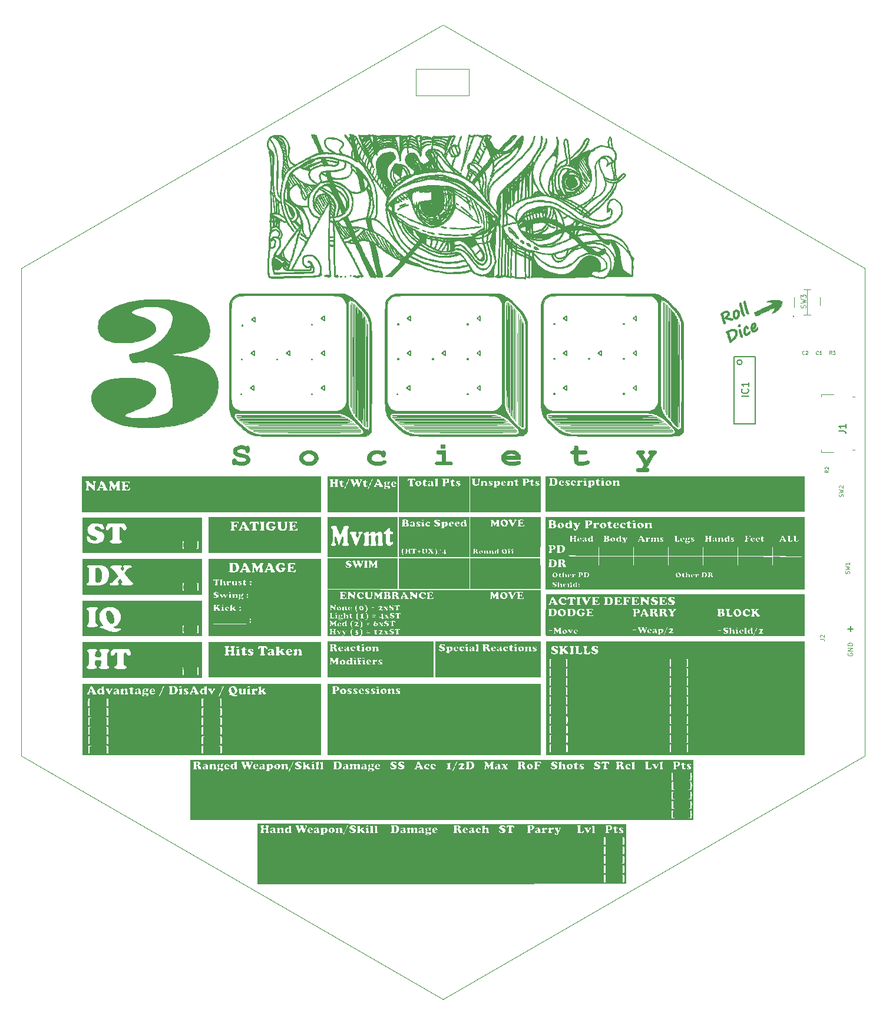
<source format=gbr>
G04 #@! TF.GenerationSoftware,KiCad,Pcbnew,(5.1.9)-1*
G04 #@! TF.CreationDate,2021-03-01T10:33:24-06:00*
G04 #@! TF.ProjectId,altbier_pcb_3d6,616c7462-6965-4725-9f70-63625f336436,1*
G04 #@! TF.SameCoordinates,Original*
G04 #@! TF.FileFunction,Legend,Top*
G04 #@! TF.FilePolarity,Positive*
%FSLAX46Y46*%
G04 Gerber Fmt 4.6, Leading zero omitted, Abs format (unit mm)*
G04 Created by KiCad (PCBNEW (5.1.9)-1) date 2021-03-01 10:33:24*
%MOMM*%
%LPD*%
G01*
G04 APERTURE LIST*
G04 #@! TA.AperFunction,Profile*
%ADD10C,0.100000*%
G04 #@! TD*
G04 #@! TA.AperFunction,Profile*
%ADD11C,0.050000*%
G04 #@! TD*
%ADD12C,0.010000*%
%ADD13C,0.150000*%
%ADD14C,0.120000*%
%ADD15C,0.100000*%
%ADD16C,0.200000*%
%ADD17C,0.080000*%
G04 APERTURE END LIST*
D10*
X151104600Y-29286200D02*
X151104600Y-33096200D01*
X143484600Y-29286200D02*
X151104600Y-29286200D01*
X143484600Y-33096200D02*
X143484600Y-29286200D01*
X151104600Y-33096200D02*
X143484600Y-33096200D01*
D11*
X86741000Y-57889000D02*
X147362778Y-22889000D01*
X147362778Y-162889000D02*
X207984556Y-127889000D01*
X207984556Y-57889000D02*
X147362778Y-22889000D01*
X147362778Y-162889000D02*
X86741000Y-127889000D01*
X86741000Y-57889000D02*
X86741000Y-127889000D01*
X207984556Y-57889000D02*
X207984556Y-127889000D01*
D12*
G04 #@! TO.C,3d6*
G36*
X179063784Y-62813042D02*
G01*
X179066759Y-62895338D01*
X179069541Y-63032413D01*
X179072130Y-63224197D01*
X179074525Y-63470619D01*
X179076726Y-63771611D01*
X179078733Y-64127101D01*
X179080546Y-64537020D01*
X179082164Y-65001298D01*
X179083587Y-65519865D01*
X179084815Y-66092651D01*
X179085847Y-66719586D01*
X179086684Y-67400600D01*
X179087325Y-68135623D01*
X179087770Y-68924586D01*
X179088018Y-69767418D01*
X179088076Y-70446784D01*
X179088037Y-71091660D01*
X179087925Y-71722131D01*
X179087741Y-72335996D01*
X179087490Y-72931054D01*
X179087173Y-73505104D01*
X179086795Y-74055945D01*
X179086357Y-74581376D01*
X179085865Y-75079196D01*
X179085319Y-75547205D01*
X179084724Y-75983201D01*
X179084083Y-76384983D01*
X179083398Y-76750351D01*
X179082674Y-77077103D01*
X179081912Y-77363039D01*
X179081116Y-77605957D01*
X179080290Y-77803658D01*
X179079436Y-77953938D01*
X179078557Y-78054599D01*
X179077656Y-78103439D01*
X179077284Y-78107973D01*
X179059688Y-78086396D01*
X179049824Y-78064538D01*
X179047696Y-78031930D01*
X179045712Y-77947373D01*
X179043871Y-77813555D01*
X179042172Y-77633165D01*
X179040612Y-77408891D01*
X179039189Y-77143422D01*
X179037901Y-76839445D01*
X179036747Y-76499650D01*
X179035725Y-76126724D01*
X179034833Y-75723356D01*
X179034068Y-75292234D01*
X179033430Y-74836047D01*
X179032915Y-74357482D01*
X179032522Y-73859229D01*
X179032250Y-73343976D01*
X179032097Y-72814410D01*
X179032059Y-72273221D01*
X179032136Y-71723097D01*
X179032326Y-71166725D01*
X179032627Y-70606795D01*
X179033036Y-70045995D01*
X179033553Y-69487013D01*
X179034175Y-68932537D01*
X179034899Y-68385255D01*
X179035725Y-67847857D01*
X179036651Y-67323031D01*
X179037673Y-66813464D01*
X179038792Y-66321846D01*
X179040004Y-65850864D01*
X179041308Y-65403206D01*
X179042702Y-64981563D01*
X179044183Y-64588620D01*
X179045751Y-64227068D01*
X179047403Y-63899594D01*
X179049137Y-63608886D01*
X179050952Y-63357634D01*
X179052845Y-63148524D01*
X179054815Y-62984247D01*
X179056859Y-62867489D01*
X179058977Y-62800940D01*
X179060616Y-62785595D01*
X179063784Y-62813042D01*
G37*
X179063784Y-62813042D02*
X179066759Y-62895338D01*
X179069541Y-63032413D01*
X179072130Y-63224197D01*
X179074525Y-63470619D01*
X179076726Y-63771611D01*
X179078733Y-64127101D01*
X179080546Y-64537020D01*
X179082164Y-65001298D01*
X179083587Y-65519865D01*
X179084815Y-66092651D01*
X179085847Y-66719586D01*
X179086684Y-67400600D01*
X179087325Y-68135623D01*
X179087770Y-68924586D01*
X179088018Y-69767418D01*
X179088076Y-70446784D01*
X179088037Y-71091660D01*
X179087925Y-71722131D01*
X179087741Y-72335996D01*
X179087490Y-72931054D01*
X179087173Y-73505104D01*
X179086795Y-74055945D01*
X179086357Y-74581376D01*
X179085865Y-75079196D01*
X179085319Y-75547205D01*
X179084724Y-75983201D01*
X179084083Y-76384983D01*
X179083398Y-76750351D01*
X179082674Y-77077103D01*
X179081912Y-77363039D01*
X179081116Y-77605957D01*
X179080290Y-77803658D01*
X179079436Y-77953938D01*
X179078557Y-78054599D01*
X179077656Y-78103439D01*
X179077284Y-78107973D01*
X179059688Y-78086396D01*
X179049824Y-78064538D01*
X179047696Y-78031930D01*
X179045712Y-77947373D01*
X179043871Y-77813555D01*
X179042172Y-77633165D01*
X179040612Y-77408891D01*
X179039189Y-77143422D01*
X179037901Y-76839445D01*
X179036747Y-76499650D01*
X179035725Y-76126724D01*
X179034833Y-75723356D01*
X179034068Y-75292234D01*
X179033430Y-74836047D01*
X179032915Y-74357482D01*
X179032522Y-73859229D01*
X179032250Y-73343976D01*
X179032097Y-72814410D01*
X179032059Y-72273221D01*
X179032136Y-71723097D01*
X179032326Y-71166725D01*
X179032627Y-70606795D01*
X179033036Y-70045995D01*
X179033553Y-69487013D01*
X179034175Y-68932537D01*
X179034899Y-68385255D01*
X179035725Y-67847857D01*
X179036651Y-67323031D01*
X179037673Y-66813464D01*
X179038792Y-66321846D01*
X179040004Y-65850864D01*
X179041308Y-65403206D01*
X179042702Y-64981563D01*
X179044183Y-64588620D01*
X179045751Y-64227068D01*
X179047403Y-63899594D01*
X179049137Y-63608886D01*
X179050952Y-63357634D01*
X179052845Y-63148524D01*
X179054815Y-62984247D01*
X179056859Y-62867489D01*
X179058977Y-62800940D01*
X179060616Y-62785595D01*
X179063784Y-62813042D01*
G36*
X179283459Y-62942642D02*
G01*
X179286341Y-63028179D01*
X179288985Y-63168498D01*
X179291390Y-63363530D01*
X179293556Y-63613207D01*
X179295484Y-63917461D01*
X179297172Y-64276223D01*
X179298622Y-64689425D01*
X179299832Y-65156998D01*
X179300802Y-65678876D01*
X179301533Y-66254988D01*
X179302024Y-66885266D01*
X179302274Y-67569643D01*
X179302285Y-68308050D01*
X179302055Y-69100419D01*
X179301584Y-69946681D01*
X179300934Y-70777718D01*
X179300288Y-71429449D01*
X179299516Y-72066483D01*
X179298626Y-72686665D01*
X179297626Y-73287835D01*
X179296523Y-73867837D01*
X179295324Y-74424514D01*
X179294038Y-74955708D01*
X179292672Y-75459261D01*
X179291234Y-75933017D01*
X179289731Y-76374818D01*
X179288170Y-76782507D01*
X179286561Y-77153926D01*
X179284909Y-77486917D01*
X179283223Y-77779325D01*
X179281510Y-78028990D01*
X179279778Y-78233757D01*
X179278035Y-78391467D01*
X179276288Y-78499963D01*
X179274545Y-78557087D01*
X179273427Y-78565673D01*
X179271133Y-78533079D01*
X179268976Y-78448608D01*
X179266955Y-78314908D01*
X179265069Y-78134625D01*
X179263318Y-77910408D01*
X179261698Y-77644904D01*
X179260211Y-77340761D01*
X179258854Y-77000627D01*
X179257626Y-76627149D01*
X179256526Y-76222976D01*
X179255553Y-75790754D01*
X179254705Y-75333131D01*
X179253982Y-74852756D01*
X179253383Y-74352276D01*
X179252906Y-73834338D01*
X179252549Y-73301591D01*
X179252313Y-72756681D01*
X179252195Y-72202258D01*
X179252195Y-71640967D01*
X179252311Y-71075458D01*
X179252542Y-70508377D01*
X179252887Y-69942372D01*
X179253345Y-69380092D01*
X179253915Y-68824184D01*
X179254595Y-68277295D01*
X179255385Y-67742073D01*
X179256282Y-67221166D01*
X179257287Y-66717221D01*
X179258397Y-66232887D01*
X179259612Y-65770811D01*
X179260931Y-65333641D01*
X179262352Y-64924023D01*
X179263874Y-64544607D01*
X179265496Y-64198040D01*
X179267217Y-63886969D01*
X179269035Y-63614042D01*
X179270950Y-63381907D01*
X179272960Y-63193211D01*
X179275064Y-63050603D01*
X179277262Y-62956729D01*
X179279551Y-62914238D01*
X179280339Y-62911956D01*
X179283459Y-62942642D01*
G37*
X179283459Y-62942642D02*
X179286341Y-63028179D01*
X179288985Y-63168498D01*
X179291390Y-63363530D01*
X179293556Y-63613207D01*
X179295484Y-63917461D01*
X179297172Y-64276223D01*
X179298622Y-64689425D01*
X179299832Y-65156998D01*
X179300802Y-65678876D01*
X179301533Y-66254988D01*
X179302024Y-66885266D01*
X179302274Y-67569643D01*
X179302285Y-68308050D01*
X179302055Y-69100419D01*
X179301584Y-69946681D01*
X179300934Y-70777718D01*
X179300288Y-71429449D01*
X179299516Y-72066483D01*
X179298626Y-72686665D01*
X179297626Y-73287835D01*
X179296523Y-73867837D01*
X179295324Y-74424514D01*
X179294038Y-74955708D01*
X179292672Y-75459261D01*
X179291234Y-75933017D01*
X179289731Y-76374818D01*
X179288170Y-76782507D01*
X179286561Y-77153926D01*
X179284909Y-77486917D01*
X179283223Y-77779325D01*
X179281510Y-78028990D01*
X179279778Y-78233757D01*
X179278035Y-78391467D01*
X179276288Y-78499963D01*
X179274545Y-78557087D01*
X179273427Y-78565673D01*
X179271133Y-78533079D01*
X179268976Y-78448608D01*
X179266955Y-78314908D01*
X179265069Y-78134625D01*
X179263318Y-77910408D01*
X179261698Y-77644904D01*
X179260211Y-77340761D01*
X179258854Y-77000627D01*
X179257626Y-76627149D01*
X179256526Y-76222976D01*
X179255553Y-75790754D01*
X179254705Y-75333131D01*
X179253982Y-74852756D01*
X179253383Y-74352276D01*
X179252906Y-73834338D01*
X179252549Y-73301591D01*
X179252313Y-72756681D01*
X179252195Y-72202258D01*
X179252195Y-71640967D01*
X179252311Y-71075458D01*
X179252542Y-70508377D01*
X179252887Y-69942372D01*
X179253345Y-69380092D01*
X179253915Y-68824184D01*
X179254595Y-68277295D01*
X179255385Y-67742073D01*
X179256282Y-67221166D01*
X179257287Y-66717221D01*
X179258397Y-66232887D01*
X179259612Y-65770811D01*
X179260931Y-65333641D01*
X179262352Y-64924023D01*
X179263874Y-64544607D01*
X179265496Y-64198040D01*
X179267217Y-63886969D01*
X179269035Y-63614042D01*
X179270950Y-63381907D01*
X179272960Y-63193211D01*
X179275064Y-63050603D01*
X179277262Y-62956729D01*
X179279551Y-62914238D01*
X179280339Y-62911956D01*
X179283459Y-62942642D01*
G36*
X179498568Y-63110804D02*
G01*
X179513806Y-63149432D01*
X179515017Y-63181712D01*
X179516151Y-63266717D01*
X179517205Y-63402253D01*
X179518178Y-63586127D01*
X179519067Y-63816145D01*
X179519870Y-64090113D01*
X179520585Y-64405838D01*
X179521211Y-64761126D01*
X179521745Y-65153783D01*
X179522185Y-65581615D01*
X179522529Y-66042430D01*
X179522775Y-66534033D01*
X179522921Y-67054230D01*
X179522965Y-67600827D01*
X179522905Y-68171632D01*
X179522739Y-68764450D01*
X179522465Y-69377088D01*
X179522080Y-70007352D01*
X179521584Y-70653048D01*
X179521194Y-71085632D01*
X179520388Y-71889224D01*
X179519547Y-72639492D01*
X179518661Y-73338033D01*
X179517723Y-73986442D01*
X179516723Y-74586314D01*
X179515654Y-75139245D01*
X179514507Y-75646831D01*
X179513273Y-76110667D01*
X179511944Y-76532349D01*
X179510511Y-76913473D01*
X179508966Y-77255634D01*
X179507301Y-77560427D01*
X179505506Y-77829449D01*
X179503573Y-78064295D01*
X179501494Y-78266560D01*
X179499260Y-78437840D01*
X179496863Y-78579731D01*
X179494294Y-78693829D01*
X179491544Y-78781728D01*
X179488606Y-78845025D01*
X179485470Y-78885315D01*
X179482129Y-78904194D01*
X179479468Y-78905239D01*
X179476376Y-78873289D01*
X179473412Y-78789306D01*
X179470577Y-78655933D01*
X179467872Y-78475812D01*
X179465298Y-78251584D01*
X179462857Y-77985891D01*
X179460550Y-77681377D01*
X179458379Y-77340683D01*
X179456343Y-76966452D01*
X179454445Y-76561324D01*
X179452686Y-76127944D01*
X179451067Y-75668952D01*
X179449589Y-75186992D01*
X179448254Y-74684704D01*
X179447063Y-74164732D01*
X179446016Y-73629718D01*
X179445116Y-73082303D01*
X179444363Y-72525130D01*
X179443759Y-71960841D01*
X179443305Y-71392078D01*
X179443002Y-70821483D01*
X179442851Y-70251700D01*
X179442855Y-69685368D01*
X179443013Y-69125132D01*
X179443327Y-68573633D01*
X179443798Y-68033513D01*
X179444428Y-67507414D01*
X179445218Y-66997979D01*
X179446169Y-66507849D01*
X179447282Y-66039668D01*
X179448559Y-65596076D01*
X179450000Y-65179717D01*
X179451608Y-64793232D01*
X179453382Y-64439264D01*
X179455325Y-64120454D01*
X179457438Y-63839446D01*
X179459722Y-63598880D01*
X179462178Y-63401400D01*
X179464807Y-63249647D01*
X179467611Y-63146263D01*
X179470590Y-63093892D01*
X179472079Y-63087649D01*
X179498568Y-63110804D01*
G37*
X179498568Y-63110804D02*
X179513806Y-63149432D01*
X179515017Y-63181712D01*
X179516151Y-63266717D01*
X179517205Y-63402253D01*
X179518178Y-63586127D01*
X179519067Y-63816145D01*
X179519870Y-64090113D01*
X179520585Y-64405838D01*
X179521211Y-64761126D01*
X179521745Y-65153783D01*
X179522185Y-65581615D01*
X179522529Y-66042430D01*
X179522775Y-66534033D01*
X179522921Y-67054230D01*
X179522965Y-67600827D01*
X179522905Y-68171632D01*
X179522739Y-68764450D01*
X179522465Y-69377088D01*
X179522080Y-70007352D01*
X179521584Y-70653048D01*
X179521194Y-71085632D01*
X179520388Y-71889224D01*
X179519547Y-72639492D01*
X179518661Y-73338033D01*
X179517723Y-73986442D01*
X179516723Y-74586314D01*
X179515654Y-75139245D01*
X179514507Y-75646831D01*
X179513273Y-76110667D01*
X179511944Y-76532349D01*
X179510511Y-76913473D01*
X179508966Y-77255634D01*
X179507301Y-77560427D01*
X179505506Y-77829449D01*
X179503573Y-78064295D01*
X179501494Y-78266560D01*
X179499260Y-78437840D01*
X179496863Y-78579731D01*
X179494294Y-78693829D01*
X179491544Y-78781728D01*
X179488606Y-78845025D01*
X179485470Y-78885315D01*
X179482129Y-78904194D01*
X179479468Y-78905239D01*
X179476376Y-78873289D01*
X179473412Y-78789306D01*
X179470577Y-78655933D01*
X179467872Y-78475812D01*
X179465298Y-78251584D01*
X179462857Y-77985891D01*
X179460550Y-77681377D01*
X179458379Y-77340683D01*
X179456343Y-76966452D01*
X179454445Y-76561324D01*
X179452686Y-76127944D01*
X179451067Y-75668952D01*
X179449589Y-75186992D01*
X179448254Y-74684704D01*
X179447063Y-74164732D01*
X179446016Y-73629718D01*
X179445116Y-73082303D01*
X179444363Y-72525130D01*
X179443759Y-71960841D01*
X179443305Y-71392078D01*
X179443002Y-70821483D01*
X179442851Y-70251700D01*
X179442855Y-69685368D01*
X179443013Y-69125132D01*
X179443327Y-68573633D01*
X179443798Y-68033513D01*
X179444428Y-67507414D01*
X179445218Y-66997979D01*
X179446169Y-66507849D01*
X179447282Y-66039668D01*
X179448559Y-65596076D01*
X179450000Y-65179717D01*
X179451608Y-64793232D01*
X179453382Y-64439264D01*
X179455325Y-64120454D01*
X179457438Y-63839446D01*
X179459722Y-63598880D01*
X179462178Y-63401400D01*
X179464807Y-63249647D01*
X179467611Y-63146263D01*
X179470590Y-63093892D01*
X179472079Y-63087649D01*
X179498568Y-63110804D01*
G36*
X179724634Y-63340370D02*
G01*
X179726368Y-63341649D01*
X179727604Y-63369906D01*
X179728830Y-63450387D01*
X179730043Y-63580459D01*
X179731239Y-63757488D01*
X179732418Y-63978840D01*
X179733576Y-64241881D01*
X179734710Y-64543978D01*
X179735820Y-64882497D01*
X179736901Y-65254804D01*
X179737952Y-65658266D01*
X179738969Y-66090249D01*
X179739952Y-66548118D01*
X179740896Y-67029241D01*
X179741801Y-67530984D01*
X179742662Y-68050713D01*
X179743479Y-68585794D01*
X179744248Y-69133593D01*
X179744966Y-69691478D01*
X179745632Y-70256813D01*
X179746243Y-70826966D01*
X179746797Y-71399302D01*
X179747291Y-71971188D01*
X179747722Y-72539991D01*
X179748089Y-73103075D01*
X179748388Y-73657809D01*
X179748617Y-74201558D01*
X179748775Y-74731688D01*
X179748857Y-75245565D01*
X179748863Y-75740557D01*
X179748789Y-76214029D01*
X179748633Y-76663347D01*
X179748393Y-77085877D01*
X179748065Y-77478987D01*
X179747649Y-77840042D01*
X179747140Y-78166409D01*
X179746537Y-78455454D01*
X179745838Y-78704542D01*
X179745039Y-78911041D01*
X179744139Y-79072317D01*
X179743134Y-79185736D01*
X179742023Y-79248664D01*
X179741204Y-79261271D01*
X179714209Y-79240088D01*
X179693150Y-79208157D01*
X179690405Y-79176010D01*
X179687791Y-79091836D01*
X179685311Y-78958270D01*
X179682962Y-78777952D01*
X179680747Y-78553517D01*
X179678664Y-78287604D01*
X179676714Y-77982851D01*
X179674897Y-77641894D01*
X179673213Y-77267372D01*
X179671663Y-76861922D01*
X179670247Y-76428181D01*
X179668964Y-75968787D01*
X179667815Y-75486377D01*
X179666800Y-74983589D01*
X179665919Y-74463061D01*
X179665173Y-73927430D01*
X179664561Y-73379334D01*
X179664084Y-72821409D01*
X179663742Y-72256294D01*
X179663535Y-71686627D01*
X179663463Y-71115044D01*
X179663527Y-70544183D01*
X179663726Y-69976682D01*
X179664061Y-69415179D01*
X179664531Y-68862310D01*
X179665138Y-68320713D01*
X179665880Y-67793026D01*
X179666759Y-67281887D01*
X179667775Y-66789933D01*
X179668927Y-66319801D01*
X179670216Y-65874129D01*
X179671641Y-65455554D01*
X179673204Y-65066715D01*
X179674905Y-64710248D01*
X179676742Y-64388791D01*
X179678718Y-64104982D01*
X179680831Y-63861458D01*
X179683081Y-63660857D01*
X179685471Y-63505816D01*
X179687998Y-63398972D01*
X179690663Y-63342964D01*
X179692184Y-63334784D01*
X179724634Y-63340370D01*
G37*
X179724634Y-63340370D02*
X179726368Y-63341649D01*
X179727604Y-63369906D01*
X179728830Y-63450387D01*
X179730043Y-63580459D01*
X179731239Y-63757488D01*
X179732418Y-63978840D01*
X179733576Y-64241881D01*
X179734710Y-64543978D01*
X179735820Y-64882497D01*
X179736901Y-65254804D01*
X179737952Y-65658266D01*
X179738969Y-66090249D01*
X179739952Y-66548118D01*
X179740896Y-67029241D01*
X179741801Y-67530984D01*
X179742662Y-68050713D01*
X179743479Y-68585794D01*
X179744248Y-69133593D01*
X179744966Y-69691478D01*
X179745632Y-70256813D01*
X179746243Y-70826966D01*
X179746797Y-71399302D01*
X179747291Y-71971188D01*
X179747722Y-72539991D01*
X179748089Y-73103075D01*
X179748388Y-73657809D01*
X179748617Y-74201558D01*
X179748775Y-74731688D01*
X179748857Y-75245565D01*
X179748863Y-75740557D01*
X179748789Y-76214029D01*
X179748633Y-76663347D01*
X179748393Y-77085877D01*
X179748065Y-77478987D01*
X179747649Y-77840042D01*
X179747140Y-78166409D01*
X179746537Y-78455454D01*
X179745838Y-78704542D01*
X179745039Y-78911041D01*
X179744139Y-79072317D01*
X179743134Y-79185736D01*
X179742023Y-79248664D01*
X179741204Y-79261271D01*
X179714209Y-79240088D01*
X179693150Y-79208157D01*
X179690405Y-79176010D01*
X179687791Y-79091836D01*
X179685311Y-78958270D01*
X179682962Y-78777952D01*
X179680747Y-78553517D01*
X179678664Y-78287604D01*
X179676714Y-77982851D01*
X179674897Y-77641894D01*
X179673213Y-77267372D01*
X179671663Y-76861922D01*
X179670247Y-76428181D01*
X179668964Y-75968787D01*
X179667815Y-75486377D01*
X179666800Y-74983589D01*
X179665919Y-74463061D01*
X179665173Y-73927430D01*
X179664561Y-73379334D01*
X179664084Y-72821409D01*
X179663742Y-72256294D01*
X179663535Y-71686627D01*
X179663463Y-71115044D01*
X179663527Y-70544183D01*
X179663726Y-69976682D01*
X179664061Y-69415179D01*
X179664531Y-68862310D01*
X179665138Y-68320713D01*
X179665880Y-67793026D01*
X179666759Y-67281887D01*
X179667775Y-66789933D01*
X179668927Y-66319801D01*
X179670216Y-65874129D01*
X179671641Y-65455554D01*
X179673204Y-65066715D01*
X179674905Y-64710248D01*
X179676742Y-64388791D01*
X179678718Y-64104982D01*
X179680831Y-63861458D01*
X179683081Y-63660857D01*
X179685471Y-63505816D01*
X179687998Y-63398972D01*
X179690663Y-63342964D01*
X179692184Y-63334784D01*
X179724634Y-63340370D01*
G36*
X179939366Y-63624681D02*
G01*
X179944779Y-63630509D01*
X179949823Y-63638043D01*
X179954509Y-63649161D01*
X179958848Y-63665742D01*
X179962851Y-63689664D01*
X179966530Y-63722806D01*
X179969897Y-63767047D01*
X179972961Y-63824265D01*
X179975735Y-63896339D01*
X179978230Y-63985149D01*
X179980457Y-64092571D01*
X179982428Y-64220486D01*
X179984153Y-64370771D01*
X179985645Y-64545306D01*
X179986914Y-64745969D01*
X179987972Y-64974639D01*
X179988830Y-65233194D01*
X179989500Y-65523513D01*
X179989992Y-65847475D01*
X179990318Y-66206959D01*
X179990489Y-66603842D01*
X179990517Y-67040005D01*
X179990413Y-67517325D01*
X179990188Y-68037681D01*
X179989853Y-68602952D01*
X179989420Y-69215016D01*
X179988901Y-69875752D01*
X179988306Y-70587040D01*
X179987646Y-71350757D01*
X179987420Y-71610639D01*
X179986728Y-72392641D01*
X179986053Y-73121569D01*
X179985383Y-73799268D01*
X179984705Y-74427583D01*
X179984006Y-75008358D01*
X179983274Y-75543440D01*
X179982494Y-76034671D01*
X179981654Y-76483898D01*
X179980743Y-76892965D01*
X179979745Y-77263717D01*
X179978650Y-77598000D01*
X179977443Y-77897657D01*
X179976112Y-78164534D01*
X179974645Y-78400476D01*
X179973027Y-78607327D01*
X179971247Y-78786933D01*
X179969292Y-78941139D01*
X179967148Y-79071788D01*
X179964803Y-79180727D01*
X179962243Y-79269800D01*
X179959457Y-79340852D01*
X179956431Y-79395728D01*
X179953152Y-79436273D01*
X179949608Y-79464332D01*
X179945785Y-79481749D01*
X179941670Y-79490369D01*
X179937252Y-79492038D01*
X179932516Y-79488600D01*
X179932454Y-79488532D01*
X179927713Y-79481373D01*
X179923294Y-79469491D01*
X179919185Y-79451016D01*
X179915375Y-79424079D01*
X179911853Y-79386809D01*
X179908607Y-79337337D01*
X179905627Y-79273793D01*
X179902901Y-79194307D01*
X179900417Y-79097010D01*
X179898165Y-78980032D01*
X179896134Y-78841503D01*
X179894311Y-78679554D01*
X179892686Y-78492314D01*
X179891248Y-78277913D01*
X179889985Y-78034483D01*
X179888886Y-77760154D01*
X179887940Y-77453055D01*
X179887136Y-77111317D01*
X179886461Y-76733069D01*
X179885906Y-76316444D01*
X179885459Y-75859570D01*
X179885108Y-75360578D01*
X179884842Y-74817598D01*
X179884651Y-74228760D01*
X179884522Y-73592195D01*
X179884445Y-72906033D01*
X179884408Y-72168405D01*
X179884400Y-71502573D01*
X179884400Y-63569715D01*
X179939366Y-63624681D01*
G37*
X179939366Y-63624681D02*
X179944779Y-63630509D01*
X179949823Y-63638043D01*
X179954509Y-63649161D01*
X179958848Y-63665742D01*
X179962851Y-63689664D01*
X179966530Y-63722806D01*
X179969897Y-63767047D01*
X179972961Y-63824265D01*
X179975735Y-63896339D01*
X179978230Y-63985149D01*
X179980457Y-64092571D01*
X179982428Y-64220486D01*
X179984153Y-64370771D01*
X179985645Y-64545306D01*
X179986914Y-64745969D01*
X179987972Y-64974639D01*
X179988830Y-65233194D01*
X179989500Y-65523513D01*
X179989992Y-65847475D01*
X179990318Y-66206959D01*
X179990489Y-66603842D01*
X179990517Y-67040005D01*
X179990413Y-67517325D01*
X179990188Y-68037681D01*
X179989853Y-68602952D01*
X179989420Y-69215016D01*
X179988901Y-69875752D01*
X179988306Y-70587040D01*
X179987646Y-71350757D01*
X179987420Y-71610639D01*
X179986728Y-72392641D01*
X179986053Y-73121569D01*
X179985383Y-73799268D01*
X179984705Y-74427583D01*
X179984006Y-75008358D01*
X179983274Y-75543440D01*
X179982494Y-76034671D01*
X179981654Y-76483898D01*
X179980743Y-76892965D01*
X179979745Y-77263717D01*
X179978650Y-77598000D01*
X179977443Y-77897657D01*
X179976112Y-78164534D01*
X179974645Y-78400476D01*
X179973027Y-78607327D01*
X179971247Y-78786933D01*
X179969292Y-78941139D01*
X179967148Y-79071788D01*
X179964803Y-79180727D01*
X179962243Y-79269800D01*
X179959457Y-79340852D01*
X179956431Y-79395728D01*
X179953152Y-79436273D01*
X179949608Y-79464332D01*
X179945785Y-79481749D01*
X179941670Y-79490369D01*
X179937252Y-79492038D01*
X179932516Y-79488600D01*
X179932454Y-79488532D01*
X179927713Y-79481373D01*
X179923294Y-79469491D01*
X179919185Y-79451016D01*
X179915375Y-79424079D01*
X179911853Y-79386809D01*
X179908607Y-79337337D01*
X179905627Y-79273793D01*
X179902901Y-79194307D01*
X179900417Y-79097010D01*
X179898165Y-78980032D01*
X179896134Y-78841503D01*
X179894311Y-78679554D01*
X179892686Y-78492314D01*
X179891248Y-78277913D01*
X179889985Y-78034483D01*
X179888886Y-77760154D01*
X179887940Y-77453055D01*
X179887136Y-77111317D01*
X179886461Y-76733069D01*
X179885906Y-76316444D01*
X179885459Y-75859570D01*
X179885108Y-75360578D01*
X179884842Y-74817598D01*
X179884651Y-74228760D01*
X179884522Y-73592195D01*
X179884445Y-72906033D01*
X179884408Y-72168405D01*
X179884400Y-71502573D01*
X179884400Y-63569715D01*
X179939366Y-63624681D01*
G36*
X180134318Y-63847338D02*
G01*
X180168515Y-63879322D01*
X180173010Y-63886955D01*
X180177194Y-63900810D01*
X180181077Y-63922748D01*
X180184667Y-63954628D01*
X180187974Y-63998309D01*
X180191007Y-64055652D01*
X180193774Y-64128516D01*
X180196285Y-64218761D01*
X180198548Y-64328246D01*
X180200573Y-64458831D01*
X180202368Y-64612376D01*
X180203943Y-64790740D01*
X180205307Y-64995783D01*
X180206468Y-65229365D01*
X180207435Y-65493346D01*
X180208218Y-65789584D01*
X180208826Y-66119940D01*
X180209266Y-66486274D01*
X180209550Y-66890445D01*
X180209685Y-67334312D01*
X180209680Y-67819736D01*
X180209545Y-68348576D01*
X180209288Y-68922692D01*
X180208919Y-69543943D01*
X180208446Y-70214189D01*
X180207878Y-70935290D01*
X180207225Y-71709105D01*
X180207096Y-71858508D01*
X180200184Y-79787425D01*
X180138219Y-79721466D01*
X180076254Y-79655508D01*
X180076801Y-71742281D01*
X180076925Y-71086772D01*
X180077199Y-70445632D01*
X180077619Y-69821028D01*
X180078177Y-69215125D01*
X180078867Y-68630089D01*
X180079683Y-68068084D01*
X180080618Y-67531278D01*
X180081666Y-67021835D01*
X180082820Y-66541922D01*
X180084075Y-66093702D01*
X180085423Y-65679344D01*
X180086858Y-65301011D01*
X180088374Y-64960869D01*
X180089965Y-64661085D01*
X180091623Y-64403823D01*
X180093344Y-64191250D01*
X180095119Y-64025530D01*
X180096944Y-63908830D01*
X180098811Y-63843315D01*
X180100186Y-63829054D01*
X180134318Y-63847338D01*
G37*
X180134318Y-63847338D02*
X180168515Y-63879322D01*
X180173010Y-63886955D01*
X180177194Y-63900810D01*
X180181077Y-63922748D01*
X180184667Y-63954628D01*
X180187974Y-63998309D01*
X180191007Y-64055652D01*
X180193774Y-64128516D01*
X180196285Y-64218761D01*
X180198548Y-64328246D01*
X180200573Y-64458831D01*
X180202368Y-64612376D01*
X180203943Y-64790740D01*
X180205307Y-64995783D01*
X180206468Y-65229365D01*
X180207435Y-65493346D01*
X180208218Y-65789584D01*
X180208826Y-66119940D01*
X180209266Y-66486274D01*
X180209550Y-66890445D01*
X180209685Y-67334312D01*
X180209680Y-67819736D01*
X180209545Y-68348576D01*
X180209288Y-68922692D01*
X180208919Y-69543943D01*
X180208446Y-70214189D01*
X180207878Y-70935290D01*
X180207225Y-71709105D01*
X180207096Y-71858508D01*
X180200184Y-79787425D01*
X180138219Y-79721466D01*
X180076254Y-79655508D01*
X180076801Y-71742281D01*
X180076925Y-71086772D01*
X180077199Y-70445632D01*
X180077619Y-69821028D01*
X180078177Y-69215125D01*
X180078867Y-68630089D01*
X180079683Y-68068084D01*
X180080618Y-67531278D01*
X180081666Y-67021835D01*
X180082820Y-66541922D01*
X180084075Y-66093702D01*
X180085423Y-65679344D01*
X180086858Y-65301011D01*
X180088374Y-64960869D01*
X180089965Y-64661085D01*
X180091623Y-64403823D01*
X180093344Y-64191250D01*
X180095119Y-64025530D01*
X180096944Y-63908830D01*
X180098811Y-63843315D01*
X180100186Y-63829054D01*
X180134318Y-63847338D01*
G36*
X180365808Y-64112045D02*
G01*
X180433589Y-64189089D01*
X180433589Y-72123342D01*
X180433560Y-72779731D01*
X180433474Y-73421752D01*
X180433333Y-74047244D01*
X180433140Y-74654044D01*
X180432897Y-75239988D01*
X180432606Y-75802915D01*
X180432270Y-76340661D01*
X180431891Y-76851064D01*
X180431472Y-77331960D01*
X180431014Y-77781188D01*
X180430520Y-78196584D01*
X180429993Y-78575986D01*
X180429434Y-78917231D01*
X180428846Y-79218156D01*
X180428232Y-79476598D01*
X180427594Y-79690395D01*
X180426934Y-79857384D01*
X180426254Y-79975403D01*
X180425556Y-80042288D01*
X180425023Y-80057595D01*
X180404869Y-80037878D01*
X180365981Y-79989176D01*
X180356375Y-79976328D01*
X180296292Y-79895062D01*
X180297160Y-71965031D01*
X180298027Y-64035000D01*
X180365808Y-64112045D01*
G37*
X180365808Y-64112045D02*
X180433589Y-64189089D01*
X180433589Y-72123342D01*
X180433560Y-72779731D01*
X180433474Y-73421752D01*
X180433333Y-74047244D01*
X180433140Y-74654044D01*
X180432897Y-75239988D01*
X180432606Y-75802915D01*
X180432270Y-76340661D01*
X180431891Y-76851064D01*
X180431472Y-77331960D01*
X180431014Y-77781188D01*
X180430520Y-78196584D01*
X180429993Y-78575986D01*
X180429434Y-78917231D01*
X180428846Y-79218156D01*
X180428232Y-79476598D01*
X180427594Y-79690395D01*
X180426934Y-79857384D01*
X180426254Y-79975403D01*
X180425556Y-80042288D01*
X180425023Y-80057595D01*
X180404869Y-80037878D01*
X180365981Y-79989176D01*
X180356375Y-79976328D01*
X180296292Y-79895062D01*
X180297160Y-71965031D01*
X180298027Y-64035000D01*
X180365808Y-64112045D01*
G36*
X180653359Y-64485306D02*
G01*
X180646447Y-72401883D01*
X180639535Y-80318459D01*
X180515967Y-80145225D01*
X180515967Y-64283116D01*
X180653359Y-64485306D01*
G37*
X180653359Y-64485306D02*
X180646447Y-72401883D01*
X180639535Y-80318459D01*
X180515967Y-80145225D01*
X180515967Y-64283116D01*
X180653359Y-64485306D01*
G36*
X180811204Y-64727350D02*
G01*
X180873035Y-64843052D01*
X180859211Y-80528830D01*
X180735549Y-80397198D01*
X180742461Y-72504423D01*
X180749373Y-64611649D01*
X180811204Y-64727350D01*
G37*
X180811204Y-64727350D02*
X180873035Y-64843052D01*
X180859211Y-80528830D01*
X180735549Y-80397198D01*
X180742461Y-72504423D01*
X180749373Y-64611649D01*
X180811204Y-64727350D01*
G36*
X181013068Y-65122015D02*
G01*
X181017007Y-65129638D01*
X181021808Y-65142309D01*
X181026279Y-65159604D01*
X181030432Y-65183433D01*
X181034278Y-65215707D01*
X181037829Y-65258337D01*
X181041097Y-65313233D01*
X181044093Y-65382306D01*
X181046831Y-65467466D01*
X181049320Y-65570625D01*
X181051574Y-65693691D01*
X181053604Y-65838577D01*
X181055421Y-66007193D01*
X181057038Y-66201449D01*
X181058467Y-66423255D01*
X181059718Y-66674523D01*
X181060805Y-66957164D01*
X181061739Y-67273086D01*
X181062531Y-67624202D01*
X181063193Y-68012422D01*
X181063738Y-68439655D01*
X181064176Y-68907814D01*
X181064520Y-69418809D01*
X181064782Y-69974549D01*
X181064974Y-70576946D01*
X181065106Y-71227910D01*
X181065192Y-71929352D01*
X181065243Y-72683182D01*
X181065253Y-72939374D01*
X181065252Y-73586144D01*
X181065202Y-74218560D01*
X181065105Y-74834425D01*
X181064963Y-75431541D01*
X181064777Y-76007710D01*
X181064550Y-76560736D01*
X181064283Y-77088420D01*
X181063979Y-77588566D01*
X181063640Y-78058974D01*
X181063267Y-78497449D01*
X181062862Y-78901791D01*
X181062427Y-79269805D01*
X181061965Y-79599291D01*
X181061477Y-79888053D01*
X181060964Y-80133893D01*
X181060430Y-80334614D01*
X181059876Y-80488017D01*
X181059304Y-80591906D01*
X181058716Y-80644082D01*
X181058441Y-80650112D01*
X181033913Y-80641930D01*
X181003282Y-80622071D01*
X180998499Y-80616697D01*
X180994048Y-80606564D01*
X180989919Y-80589786D01*
X180986102Y-80564481D01*
X180982588Y-80528763D01*
X180979366Y-80480750D01*
X180976427Y-80418557D01*
X180973760Y-80340301D01*
X180971357Y-80244098D01*
X180969205Y-80128063D01*
X180967297Y-79990313D01*
X180965622Y-79828963D01*
X180964170Y-79642131D01*
X180962931Y-79427932D01*
X180961895Y-79184482D01*
X180961052Y-78909898D01*
X180960393Y-78602294D01*
X180959907Y-78259789D01*
X180959585Y-77880497D01*
X180959416Y-77462534D01*
X180959391Y-77004018D01*
X180959500Y-76503064D01*
X180959733Y-75957787D01*
X180960080Y-75366305D01*
X180960530Y-74726733D01*
X180961075Y-74037187D01*
X180961704Y-73295784D01*
X180962136Y-72805235D01*
X180962834Y-72031110D01*
X180963513Y-71310055D01*
X180964187Y-70640219D01*
X180964868Y-70019755D01*
X180965570Y-69446812D01*
X180966307Y-68919542D01*
X180967091Y-68436095D01*
X180967935Y-67994621D01*
X180968853Y-67593272D01*
X180969858Y-67230197D01*
X180970964Y-66903549D01*
X180972182Y-66611476D01*
X180973528Y-66352131D01*
X180975013Y-66123663D01*
X180976652Y-65924224D01*
X180978457Y-65751964D01*
X180980441Y-65605034D01*
X180982618Y-65481584D01*
X180985001Y-65379765D01*
X180987603Y-65297728D01*
X180990438Y-65233623D01*
X180993519Y-65185602D01*
X180996858Y-65151814D01*
X181000469Y-65130411D01*
X181004366Y-65119543D01*
X181008561Y-65117360D01*
X181013068Y-65122015D01*
G37*
X181013068Y-65122015D02*
X181017007Y-65129638D01*
X181021808Y-65142309D01*
X181026279Y-65159604D01*
X181030432Y-65183433D01*
X181034278Y-65215707D01*
X181037829Y-65258337D01*
X181041097Y-65313233D01*
X181044093Y-65382306D01*
X181046831Y-65467466D01*
X181049320Y-65570625D01*
X181051574Y-65693691D01*
X181053604Y-65838577D01*
X181055421Y-66007193D01*
X181057038Y-66201449D01*
X181058467Y-66423255D01*
X181059718Y-66674523D01*
X181060805Y-66957164D01*
X181061739Y-67273086D01*
X181062531Y-67624202D01*
X181063193Y-68012422D01*
X181063738Y-68439655D01*
X181064176Y-68907814D01*
X181064520Y-69418809D01*
X181064782Y-69974549D01*
X181064974Y-70576946D01*
X181065106Y-71227910D01*
X181065192Y-71929352D01*
X181065243Y-72683182D01*
X181065253Y-72939374D01*
X181065252Y-73586144D01*
X181065202Y-74218560D01*
X181065105Y-74834425D01*
X181064963Y-75431541D01*
X181064777Y-76007710D01*
X181064550Y-76560736D01*
X181064283Y-77088420D01*
X181063979Y-77588566D01*
X181063640Y-78058974D01*
X181063267Y-78497449D01*
X181062862Y-78901791D01*
X181062427Y-79269805D01*
X181061965Y-79599291D01*
X181061477Y-79888053D01*
X181060964Y-80133893D01*
X181060430Y-80334614D01*
X181059876Y-80488017D01*
X181059304Y-80591906D01*
X181058716Y-80644082D01*
X181058441Y-80650112D01*
X181033913Y-80641930D01*
X181003282Y-80622071D01*
X180998499Y-80616697D01*
X180994048Y-80606564D01*
X180989919Y-80589786D01*
X180986102Y-80564481D01*
X180982588Y-80528763D01*
X180979366Y-80480750D01*
X180976427Y-80418557D01*
X180973760Y-80340301D01*
X180971357Y-80244098D01*
X180969205Y-80128063D01*
X180967297Y-79990313D01*
X180965622Y-79828963D01*
X180964170Y-79642131D01*
X180962931Y-79427932D01*
X180961895Y-79184482D01*
X180961052Y-78909898D01*
X180960393Y-78602294D01*
X180959907Y-78259789D01*
X180959585Y-77880497D01*
X180959416Y-77462534D01*
X180959391Y-77004018D01*
X180959500Y-76503064D01*
X180959733Y-75957787D01*
X180960080Y-75366305D01*
X180960530Y-74726733D01*
X180961075Y-74037187D01*
X180961704Y-73295784D01*
X180962136Y-72805235D01*
X180962834Y-72031110D01*
X180963513Y-71310055D01*
X180964187Y-70640219D01*
X180964868Y-70019755D01*
X180965570Y-69446812D01*
X180966307Y-68919542D01*
X180967091Y-68436095D01*
X180967935Y-67994621D01*
X180968853Y-67593272D01*
X180969858Y-67230197D01*
X180970964Y-66903549D01*
X180972182Y-66611476D01*
X180973528Y-66352131D01*
X180975013Y-66123663D01*
X180976652Y-65924224D01*
X180978457Y-65751964D01*
X180980441Y-65605034D01*
X180982618Y-65481584D01*
X180985001Y-65379765D01*
X180987603Y-65297728D01*
X180990438Y-65233623D01*
X180993519Y-65185602D01*
X180996858Y-65151814D01*
X181000469Y-65130411D01*
X181004366Y-65119543D01*
X181008561Y-65117360D01*
X181013068Y-65122015D01*
G36*
X181206799Y-65603957D02*
G01*
X181215207Y-65613668D01*
X181223007Y-65628337D01*
X181230217Y-65649876D01*
X181236860Y-65680199D01*
X181242954Y-65721221D01*
X181248520Y-65774855D01*
X181253578Y-65843014D01*
X181258150Y-65927612D01*
X181262254Y-66030564D01*
X181265912Y-66153782D01*
X181269143Y-66299181D01*
X181271969Y-66468674D01*
X181274408Y-66664175D01*
X181276482Y-66887598D01*
X181278211Y-67140855D01*
X181279615Y-67425862D01*
X181280714Y-67744532D01*
X181281529Y-68098778D01*
X181282080Y-68490515D01*
X181282388Y-68921655D01*
X181282471Y-69394113D01*
X181282352Y-69909803D01*
X181282050Y-70470637D01*
X181281585Y-71078530D01*
X181280978Y-71735396D01*
X181280249Y-72443148D01*
X181279419Y-73203700D01*
X181279325Y-73288462D01*
X181278473Y-74042525D01*
X181277647Y-74743597D01*
X181276833Y-75393603D01*
X181276016Y-75994471D01*
X181275181Y-76548128D01*
X181274314Y-77056499D01*
X181273399Y-77521513D01*
X181272422Y-77945097D01*
X181271369Y-78329176D01*
X181270225Y-78675677D01*
X181268975Y-78986529D01*
X181267605Y-79263656D01*
X181266099Y-79508987D01*
X181264444Y-79724449D01*
X181262624Y-79911967D01*
X181260625Y-80073469D01*
X181258432Y-80210882D01*
X181256031Y-80326132D01*
X181253406Y-80421147D01*
X181250544Y-80497853D01*
X181247430Y-80558177D01*
X181244048Y-80604046D01*
X181240385Y-80637387D01*
X181236425Y-80660127D01*
X181232154Y-80674192D01*
X181227557Y-80681510D01*
X181223049Y-80683935D01*
X181218197Y-80683041D01*
X181213682Y-80677157D01*
X181209492Y-80664383D01*
X181205616Y-80642817D01*
X181202040Y-80610559D01*
X181198753Y-80565708D01*
X181195742Y-80506364D01*
X181192997Y-80430626D01*
X181190503Y-80336594D01*
X181188250Y-80222366D01*
X181186226Y-80086042D01*
X181184417Y-79925721D01*
X181182813Y-79739503D01*
X181181400Y-79525487D01*
X181180167Y-79281773D01*
X181179102Y-79006459D01*
X181178193Y-78697645D01*
X181177427Y-78353430D01*
X181176792Y-77971914D01*
X181176277Y-77551197D01*
X181175869Y-77089376D01*
X181175556Y-76584552D01*
X181175327Y-76034825D01*
X181175168Y-75438292D01*
X181175068Y-74793055D01*
X181175014Y-74097211D01*
X181174995Y-73348861D01*
X181174994Y-73138204D01*
X181175076Y-72498042D01*
X181175316Y-71872393D01*
X181175709Y-71263466D01*
X181176247Y-70673474D01*
X181176923Y-70104627D01*
X181177732Y-69559135D01*
X181178666Y-69039209D01*
X181179719Y-68547062D01*
X181180883Y-68084902D01*
X181182153Y-67654941D01*
X181183522Y-67259391D01*
X181184983Y-66900461D01*
X181186529Y-66580363D01*
X181188154Y-66301307D01*
X181189851Y-66065505D01*
X181191613Y-65875167D01*
X181193433Y-65732504D01*
X181195306Y-65639727D01*
X181197224Y-65599047D01*
X181197761Y-65597289D01*
X181206799Y-65603957D01*
G37*
X181206799Y-65603957D02*
X181215207Y-65613668D01*
X181223007Y-65628337D01*
X181230217Y-65649876D01*
X181236860Y-65680199D01*
X181242954Y-65721221D01*
X181248520Y-65774855D01*
X181253578Y-65843014D01*
X181258150Y-65927612D01*
X181262254Y-66030564D01*
X181265912Y-66153782D01*
X181269143Y-66299181D01*
X181271969Y-66468674D01*
X181274408Y-66664175D01*
X181276482Y-66887598D01*
X181278211Y-67140855D01*
X181279615Y-67425862D01*
X181280714Y-67744532D01*
X181281529Y-68098778D01*
X181282080Y-68490515D01*
X181282388Y-68921655D01*
X181282471Y-69394113D01*
X181282352Y-69909803D01*
X181282050Y-70470637D01*
X181281585Y-71078530D01*
X181280978Y-71735396D01*
X181280249Y-72443148D01*
X181279419Y-73203700D01*
X181279325Y-73288462D01*
X181278473Y-74042525D01*
X181277647Y-74743597D01*
X181276833Y-75393603D01*
X181276016Y-75994471D01*
X181275181Y-76548128D01*
X181274314Y-77056499D01*
X181273399Y-77521513D01*
X181272422Y-77945097D01*
X181271369Y-78329176D01*
X181270225Y-78675677D01*
X181268975Y-78986529D01*
X181267605Y-79263656D01*
X181266099Y-79508987D01*
X181264444Y-79724449D01*
X181262624Y-79911967D01*
X181260625Y-80073469D01*
X181258432Y-80210882D01*
X181256031Y-80326132D01*
X181253406Y-80421147D01*
X181250544Y-80497853D01*
X181247430Y-80558177D01*
X181244048Y-80604046D01*
X181240385Y-80637387D01*
X181236425Y-80660127D01*
X181232154Y-80674192D01*
X181227557Y-80681510D01*
X181223049Y-80683935D01*
X181218197Y-80683041D01*
X181213682Y-80677157D01*
X181209492Y-80664383D01*
X181205616Y-80642817D01*
X181202040Y-80610559D01*
X181198753Y-80565708D01*
X181195742Y-80506364D01*
X181192997Y-80430626D01*
X181190503Y-80336594D01*
X181188250Y-80222366D01*
X181186226Y-80086042D01*
X181184417Y-79925721D01*
X181182813Y-79739503D01*
X181181400Y-79525487D01*
X181180167Y-79281773D01*
X181179102Y-79006459D01*
X181178193Y-78697645D01*
X181177427Y-78353430D01*
X181176792Y-77971914D01*
X181176277Y-77551197D01*
X181175869Y-77089376D01*
X181175556Y-76584552D01*
X181175327Y-76034825D01*
X181175168Y-75438292D01*
X181175068Y-74793055D01*
X181175014Y-74097211D01*
X181174995Y-73348861D01*
X181174994Y-73138204D01*
X181175076Y-72498042D01*
X181175316Y-71872393D01*
X181175709Y-71263466D01*
X181176247Y-70673474D01*
X181176923Y-70104627D01*
X181177732Y-69559135D01*
X181178666Y-69039209D01*
X181179719Y-68547062D01*
X181180883Y-68084902D01*
X181182153Y-67654941D01*
X181183522Y-67259391D01*
X181184983Y-66900461D01*
X181186529Y-66580363D01*
X181188154Y-66301307D01*
X181189851Y-66065505D01*
X181191613Y-65875167D01*
X181193433Y-65732504D01*
X181195306Y-65639727D01*
X181197224Y-65599047D01*
X181197761Y-65597289D01*
X181206799Y-65603957D01*
G36*
X170627127Y-78959238D02*
G01*
X171331193Y-78959311D01*
X171984239Y-78959446D01*
X172588213Y-78959655D01*
X173145064Y-78959949D01*
X173656741Y-78960339D01*
X174125194Y-78960836D01*
X174552371Y-78961453D01*
X174940222Y-78962200D01*
X175290695Y-78963089D01*
X175605739Y-78964130D01*
X175887304Y-78965336D01*
X176137339Y-78966717D01*
X176357792Y-78968285D01*
X176550613Y-78970051D01*
X176717750Y-78972027D01*
X176861153Y-78974223D01*
X176982771Y-78976652D01*
X177084553Y-78979324D01*
X177168448Y-78982251D01*
X177236404Y-78985444D01*
X177290371Y-78988914D01*
X177332299Y-78992673D01*
X177364135Y-78996732D01*
X177387830Y-79001103D01*
X177395355Y-79002912D01*
X177490777Y-79029670D01*
X177568200Y-79055035D01*
X177605265Y-79070726D01*
X177581906Y-79072916D01*
X177505490Y-79075044D01*
X177377877Y-79077103D01*
X177200930Y-79079087D01*
X176976509Y-79080990D01*
X176706475Y-79082806D01*
X176392691Y-79084529D01*
X176037018Y-79086152D01*
X175641316Y-79087670D01*
X175207447Y-79089076D01*
X174737273Y-79090365D01*
X174232655Y-79091529D01*
X173695453Y-79092563D01*
X173127530Y-79093461D01*
X172530747Y-79094216D01*
X171906965Y-79094823D01*
X171258046Y-79095276D01*
X170585850Y-79095567D01*
X170047049Y-79095678D01*
X169262708Y-79095726D01*
X168531581Y-79095687D01*
X167851959Y-79095552D01*
X167222136Y-79095314D01*
X166640406Y-79094964D01*
X166105062Y-79094496D01*
X165614397Y-79093901D01*
X165166706Y-79093172D01*
X164760281Y-79092300D01*
X164393416Y-79091278D01*
X164064404Y-79090097D01*
X163771539Y-79088751D01*
X163513115Y-79087232D01*
X163287424Y-79085530D01*
X163092760Y-79083640D01*
X162927418Y-79081552D01*
X162789689Y-79079259D01*
X162677867Y-79076754D01*
X162590247Y-79074027D01*
X162525121Y-79071072D01*
X162480783Y-79067881D01*
X162455527Y-79064446D01*
X162447643Y-79060816D01*
X162465537Y-79011195D01*
X162480594Y-78992168D01*
X162495836Y-78988638D01*
X162535284Y-78985348D01*
X162600482Y-78982291D01*
X162692969Y-78979460D01*
X162814289Y-78976847D01*
X162965983Y-78974447D01*
X163149593Y-78972252D01*
X163366659Y-78970255D01*
X163618725Y-78968450D01*
X163907331Y-78966829D01*
X164234019Y-78965386D01*
X164600331Y-78964113D01*
X165007808Y-78963005D01*
X165457993Y-78962054D01*
X165952427Y-78961253D01*
X166492650Y-78960595D01*
X167080207Y-78960074D01*
X167716636Y-78959683D01*
X168403482Y-78959414D01*
X169142284Y-78959261D01*
X169870090Y-78959216D01*
X170627127Y-78959238D01*
G37*
X170627127Y-78959238D02*
X171331193Y-78959311D01*
X171984239Y-78959446D01*
X172588213Y-78959655D01*
X173145064Y-78959949D01*
X173656741Y-78960339D01*
X174125194Y-78960836D01*
X174552371Y-78961453D01*
X174940222Y-78962200D01*
X175290695Y-78963089D01*
X175605739Y-78964130D01*
X175887304Y-78965336D01*
X176137339Y-78966717D01*
X176357792Y-78968285D01*
X176550613Y-78970051D01*
X176717750Y-78972027D01*
X176861153Y-78974223D01*
X176982771Y-78976652D01*
X177084553Y-78979324D01*
X177168448Y-78982251D01*
X177236404Y-78985444D01*
X177290371Y-78988914D01*
X177332299Y-78992673D01*
X177364135Y-78996732D01*
X177387830Y-79001103D01*
X177395355Y-79002912D01*
X177490777Y-79029670D01*
X177568200Y-79055035D01*
X177605265Y-79070726D01*
X177581906Y-79072916D01*
X177505490Y-79075044D01*
X177377877Y-79077103D01*
X177200930Y-79079087D01*
X176976509Y-79080990D01*
X176706475Y-79082806D01*
X176392691Y-79084529D01*
X176037018Y-79086152D01*
X175641316Y-79087670D01*
X175207447Y-79089076D01*
X174737273Y-79090365D01*
X174232655Y-79091529D01*
X173695453Y-79092563D01*
X173127530Y-79093461D01*
X172530747Y-79094216D01*
X171906965Y-79094823D01*
X171258046Y-79095276D01*
X170585850Y-79095567D01*
X170047049Y-79095678D01*
X169262708Y-79095726D01*
X168531581Y-79095687D01*
X167851959Y-79095552D01*
X167222136Y-79095314D01*
X166640406Y-79094964D01*
X166105062Y-79094496D01*
X165614397Y-79093901D01*
X165166706Y-79093172D01*
X164760281Y-79092300D01*
X164393416Y-79091278D01*
X164064404Y-79090097D01*
X163771539Y-79088751D01*
X163513115Y-79087232D01*
X163287424Y-79085530D01*
X163092760Y-79083640D01*
X162927418Y-79081552D01*
X162789689Y-79079259D01*
X162677867Y-79076754D01*
X162590247Y-79074027D01*
X162525121Y-79071072D01*
X162480783Y-79067881D01*
X162455527Y-79064446D01*
X162447643Y-79060816D01*
X162465537Y-79011195D01*
X162480594Y-78992168D01*
X162495836Y-78988638D01*
X162535284Y-78985348D01*
X162600482Y-78982291D01*
X162692969Y-78979460D01*
X162814289Y-78976847D01*
X162965983Y-78974447D01*
X163149593Y-78972252D01*
X163366659Y-78970255D01*
X163618725Y-78968450D01*
X163907331Y-78966829D01*
X164234019Y-78965386D01*
X164600331Y-78964113D01*
X165007808Y-78963005D01*
X165457993Y-78962054D01*
X165952427Y-78961253D01*
X166492650Y-78960595D01*
X167080207Y-78960074D01*
X167716636Y-78959683D01*
X168403482Y-78959414D01*
X169142284Y-78959261D01*
X169870090Y-78959216D01*
X170627127Y-78959238D01*
G36*
X168677344Y-79179365D02*
G01*
X169395524Y-79179425D01*
X170166691Y-79179492D01*
X170198076Y-79179495D01*
X170967433Y-79179561D01*
X171683794Y-79179644D01*
X172349081Y-79179757D01*
X172965216Y-79179914D01*
X173534122Y-79180126D01*
X174057722Y-79180408D01*
X174537937Y-79180773D01*
X174976690Y-79181233D01*
X175375904Y-79181802D01*
X175737501Y-79182494D01*
X176063404Y-79183321D01*
X176355534Y-79184297D01*
X176615815Y-79185434D01*
X176846168Y-79186746D01*
X177048517Y-79188247D01*
X177224784Y-79189949D01*
X177376890Y-79191865D01*
X177506760Y-79194009D01*
X177616314Y-79196394D01*
X177707476Y-79199033D01*
X177782167Y-79201939D01*
X177842311Y-79205125D01*
X177889830Y-79208605D01*
X177926646Y-79212392D01*
X177954681Y-79216499D01*
X177975859Y-79220939D01*
X177992101Y-79225726D01*
X178005330Y-79230872D01*
X178010292Y-79233071D01*
X178079171Y-79267261D01*
X178121076Y-79293702D01*
X178126994Y-79301117D01*
X178099899Y-79302376D01*
X178020069Y-79303607D01*
X177889688Y-79304806D01*
X177710941Y-79305969D01*
X177486012Y-79307091D01*
X177217084Y-79308169D01*
X176906343Y-79309197D01*
X176555972Y-79310172D01*
X176168156Y-79311090D01*
X175745078Y-79311946D01*
X175288923Y-79312736D01*
X174801875Y-79313456D01*
X174286118Y-79314101D01*
X173743837Y-79314668D01*
X173177215Y-79315151D01*
X172588436Y-79315548D01*
X171979686Y-79315853D01*
X171353148Y-79316063D01*
X170711006Y-79316173D01*
X170347730Y-79316189D01*
X169536784Y-79316140D01*
X168779256Y-79315987D01*
X168073647Y-79315725D01*
X167418456Y-79315347D01*
X166812184Y-79314847D01*
X166253329Y-79314218D01*
X165740392Y-79313455D01*
X165271873Y-79312551D01*
X164846271Y-79311499D01*
X164462087Y-79310293D01*
X164117819Y-79308927D01*
X163811968Y-79307395D01*
X163543034Y-79305690D01*
X163309517Y-79303806D01*
X163109915Y-79301737D01*
X162942730Y-79299475D01*
X162806461Y-79297016D01*
X162699608Y-79294352D01*
X162620670Y-79291478D01*
X162568148Y-79288387D01*
X162540541Y-79285072D01*
X162535513Y-79283238D01*
X162524614Y-79272848D01*
X162514663Y-79263172D01*
X162507518Y-79254183D01*
X162505039Y-79245857D01*
X162509083Y-79238168D01*
X162521511Y-79231091D01*
X162544179Y-79224602D01*
X162578946Y-79218674D01*
X162627672Y-79213283D01*
X162692214Y-79208404D01*
X162774431Y-79204011D01*
X162876182Y-79200079D01*
X162999325Y-79196583D01*
X163145719Y-79193498D01*
X163317222Y-79190799D01*
X163515693Y-79188461D01*
X163742990Y-79186458D01*
X164000973Y-79184765D01*
X164291498Y-79183357D01*
X164616426Y-79182209D01*
X164977614Y-79181296D01*
X165376921Y-79180593D01*
X165816206Y-79180074D01*
X166297327Y-79179714D01*
X166822143Y-79179489D01*
X167392512Y-79179372D01*
X168010293Y-79179340D01*
X168677344Y-79179365D01*
G37*
X168677344Y-79179365D02*
X169395524Y-79179425D01*
X170166691Y-79179492D01*
X170198076Y-79179495D01*
X170967433Y-79179561D01*
X171683794Y-79179644D01*
X172349081Y-79179757D01*
X172965216Y-79179914D01*
X173534122Y-79180126D01*
X174057722Y-79180408D01*
X174537937Y-79180773D01*
X174976690Y-79181233D01*
X175375904Y-79181802D01*
X175737501Y-79182494D01*
X176063404Y-79183321D01*
X176355534Y-79184297D01*
X176615815Y-79185434D01*
X176846168Y-79186746D01*
X177048517Y-79188247D01*
X177224784Y-79189949D01*
X177376890Y-79191865D01*
X177506760Y-79194009D01*
X177616314Y-79196394D01*
X177707476Y-79199033D01*
X177782167Y-79201939D01*
X177842311Y-79205125D01*
X177889830Y-79208605D01*
X177926646Y-79212392D01*
X177954681Y-79216499D01*
X177975859Y-79220939D01*
X177992101Y-79225726D01*
X178005330Y-79230872D01*
X178010292Y-79233071D01*
X178079171Y-79267261D01*
X178121076Y-79293702D01*
X178126994Y-79301117D01*
X178099899Y-79302376D01*
X178020069Y-79303607D01*
X177889688Y-79304806D01*
X177710941Y-79305969D01*
X177486012Y-79307091D01*
X177217084Y-79308169D01*
X176906343Y-79309197D01*
X176555972Y-79310172D01*
X176168156Y-79311090D01*
X175745078Y-79311946D01*
X175288923Y-79312736D01*
X174801875Y-79313456D01*
X174286118Y-79314101D01*
X173743837Y-79314668D01*
X173177215Y-79315151D01*
X172588436Y-79315548D01*
X171979686Y-79315853D01*
X171353148Y-79316063D01*
X170711006Y-79316173D01*
X170347730Y-79316189D01*
X169536784Y-79316140D01*
X168779256Y-79315987D01*
X168073647Y-79315725D01*
X167418456Y-79315347D01*
X166812184Y-79314847D01*
X166253329Y-79314218D01*
X165740392Y-79313455D01*
X165271873Y-79312551D01*
X164846271Y-79311499D01*
X164462087Y-79310293D01*
X164117819Y-79308927D01*
X163811968Y-79307395D01*
X163543034Y-79305690D01*
X163309517Y-79303806D01*
X163109915Y-79301737D01*
X162942730Y-79299475D01*
X162806461Y-79297016D01*
X162699608Y-79294352D01*
X162620670Y-79291478D01*
X162568148Y-79288387D01*
X162540541Y-79285072D01*
X162535513Y-79283238D01*
X162524614Y-79272848D01*
X162514663Y-79263172D01*
X162507518Y-79254183D01*
X162505039Y-79245857D01*
X162509083Y-79238168D01*
X162521511Y-79231091D01*
X162544179Y-79224602D01*
X162578946Y-79218674D01*
X162627672Y-79213283D01*
X162692214Y-79208404D01*
X162774431Y-79204011D01*
X162876182Y-79200079D01*
X162999325Y-79196583D01*
X163145719Y-79193498D01*
X163317222Y-79190799D01*
X163515693Y-79188461D01*
X163742990Y-79186458D01*
X164000973Y-79184765D01*
X164291498Y-79183357D01*
X164616426Y-79182209D01*
X164977614Y-79181296D01*
X165376921Y-79180593D01*
X165816206Y-79180074D01*
X166297327Y-79179714D01*
X166822143Y-79179489D01*
X167392512Y-79179372D01*
X168010293Y-79179340D01*
X168677344Y-79179365D01*
G36*
X171358503Y-79417688D02*
G01*
X171941994Y-79417810D01*
X172521154Y-79417995D01*
X173093406Y-79418245D01*
X173656174Y-79418561D01*
X174206882Y-79418944D01*
X174742954Y-79419393D01*
X175261814Y-79419911D01*
X175760886Y-79420498D01*
X176237594Y-79421155D01*
X176689361Y-79421882D01*
X177113612Y-79422681D01*
X177507770Y-79423552D01*
X177869260Y-79424496D01*
X177911142Y-79424616D01*
X178089620Y-79425772D01*
X178221553Y-79428554D01*
X178315306Y-79433725D01*
X178379246Y-79442045D01*
X178421738Y-79454276D01*
X178451149Y-79471178D01*
X178454848Y-79474081D01*
X178459011Y-79478859D01*
X178458043Y-79483311D01*
X178450087Y-79487447D01*
X178433282Y-79491279D01*
X178405769Y-79494819D01*
X178365688Y-79498078D01*
X178311181Y-79501068D01*
X178240387Y-79503800D01*
X178151448Y-79506286D01*
X178042504Y-79508538D01*
X177911695Y-79510567D01*
X177757163Y-79512384D01*
X177577047Y-79514001D01*
X177369489Y-79515431D01*
X177132629Y-79516683D01*
X176864608Y-79517770D01*
X176563565Y-79518703D01*
X176227643Y-79519495D01*
X175854980Y-79520156D01*
X175443719Y-79520697D01*
X174991999Y-79521132D01*
X174497962Y-79521470D01*
X173959747Y-79521724D01*
X173375496Y-79521906D01*
X172743349Y-79522026D01*
X172061446Y-79522096D01*
X171327928Y-79522129D01*
X170721188Y-79522135D01*
X170069340Y-79522104D01*
X169431184Y-79522012D01*
X168808943Y-79521863D01*
X168204840Y-79521658D01*
X167621099Y-79521400D01*
X167059943Y-79521091D01*
X166523596Y-79520735D01*
X166014280Y-79520333D01*
X165534219Y-79519888D01*
X165085636Y-79519403D01*
X164670754Y-79518880D01*
X164291798Y-79518322D01*
X163950989Y-79517730D01*
X163650552Y-79517108D01*
X163392710Y-79516458D01*
X163179686Y-79515783D01*
X163013704Y-79515085D01*
X162896986Y-79514367D01*
X162831756Y-79513631D01*
X162818694Y-79513224D01*
X162723794Y-79495703D01*
X162660130Y-79464348D01*
X162639859Y-79429530D01*
X162666889Y-79428453D01*
X162746262Y-79427422D01*
X162875402Y-79426437D01*
X163051732Y-79425500D01*
X163272677Y-79424612D01*
X163535660Y-79423772D01*
X163838105Y-79422982D01*
X164177436Y-79422243D01*
X164551078Y-79421556D01*
X164956453Y-79420921D01*
X165390986Y-79420339D01*
X165852101Y-79419811D01*
X166337222Y-79419338D01*
X166843772Y-79418921D01*
X167369176Y-79418560D01*
X167910857Y-79418257D01*
X168466239Y-79418012D01*
X169032746Y-79417826D01*
X169607802Y-79417699D01*
X170188831Y-79417634D01*
X170773257Y-79417630D01*
X171358503Y-79417688D01*
G37*
X171358503Y-79417688D02*
X171941994Y-79417810D01*
X172521154Y-79417995D01*
X173093406Y-79418245D01*
X173656174Y-79418561D01*
X174206882Y-79418944D01*
X174742954Y-79419393D01*
X175261814Y-79419911D01*
X175760886Y-79420498D01*
X176237594Y-79421155D01*
X176689361Y-79421882D01*
X177113612Y-79422681D01*
X177507770Y-79423552D01*
X177869260Y-79424496D01*
X177911142Y-79424616D01*
X178089620Y-79425772D01*
X178221553Y-79428554D01*
X178315306Y-79433725D01*
X178379246Y-79442045D01*
X178421738Y-79454276D01*
X178451149Y-79471178D01*
X178454848Y-79474081D01*
X178459011Y-79478859D01*
X178458043Y-79483311D01*
X178450087Y-79487447D01*
X178433282Y-79491279D01*
X178405769Y-79494819D01*
X178365688Y-79498078D01*
X178311181Y-79501068D01*
X178240387Y-79503800D01*
X178151448Y-79506286D01*
X178042504Y-79508538D01*
X177911695Y-79510567D01*
X177757163Y-79512384D01*
X177577047Y-79514001D01*
X177369489Y-79515431D01*
X177132629Y-79516683D01*
X176864608Y-79517770D01*
X176563565Y-79518703D01*
X176227643Y-79519495D01*
X175854980Y-79520156D01*
X175443719Y-79520697D01*
X174991999Y-79521132D01*
X174497962Y-79521470D01*
X173959747Y-79521724D01*
X173375496Y-79521906D01*
X172743349Y-79522026D01*
X172061446Y-79522096D01*
X171327928Y-79522129D01*
X170721188Y-79522135D01*
X170069340Y-79522104D01*
X169431184Y-79522012D01*
X168808943Y-79521863D01*
X168204840Y-79521658D01*
X167621099Y-79521400D01*
X167059943Y-79521091D01*
X166523596Y-79520735D01*
X166014280Y-79520333D01*
X165534219Y-79519888D01*
X165085636Y-79519403D01*
X164670754Y-79518880D01*
X164291798Y-79518322D01*
X163950989Y-79517730D01*
X163650552Y-79517108D01*
X163392710Y-79516458D01*
X163179686Y-79515783D01*
X163013704Y-79515085D01*
X162896986Y-79514367D01*
X162831756Y-79513631D01*
X162818694Y-79513224D01*
X162723794Y-79495703D01*
X162660130Y-79464348D01*
X162639859Y-79429530D01*
X162666889Y-79428453D01*
X162746262Y-79427422D01*
X162875402Y-79426437D01*
X163051732Y-79425500D01*
X163272677Y-79424612D01*
X163535660Y-79423772D01*
X163838105Y-79422982D01*
X164177436Y-79422243D01*
X164551078Y-79421556D01*
X164956453Y-79420921D01*
X165390986Y-79420339D01*
X165852101Y-79419811D01*
X166337222Y-79419338D01*
X166843772Y-79418921D01*
X167369176Y-79418560D01*
X167910857Y-79418257D01*
X168466239Y-79418012D01*
X169032746Y-79417826D01*
X169607802Y-79417699D01*
X170188831Y-79417634D01*
X170773257Y-79417630D01*
X171358503Y-79417688D01*
G36*
X170061702Y-79646514D02*
G01*
X170798821Y-79646576D01*
X171588351Y-79646688D01*
X172324772Y-79646851D01*
X173009893Y-79647074D01*
X173645527Y-79647366D01*
X174233481Y-79647736D01*
X174775567Y-79648195D01*
X175273595Y-79648751D01*
X175729375Y-79649413D01*
X176144716Y-79650192D01*
X176521429Y-79651095D01*
X176861323Y-79652134D01*
X177166210Y-79653317D01*
X177437899Y-79654653D01*
X177678200Y-79656152D01*
X177888923Y-79657823D01*
X178071878Y-79659675D01*
X178228876Y-79661719D01*
X178361726Y-79663962D01*
X178472239Y-79666416D01*
X178562224Y-79669088D01*
X178633493Y-79671988D01*
X178687853Y-79675126D01*
X178727117Y-79678511D01*
X178753093Y-79682152D01*
X178767593Y-79686058D01*
X178770675Y-79687765D01*
X178771341Y-79691771D01*
X178761190Y-79695507D01*
X178738435Y-79698983D01*
X178701291Y-79702208D01*
X178647971Y-79705191D01*
X178576688Y-79707940D01*
X178485655Y-79710466D01*
X178373087Y-79712777D01*
X178237197Y-79714883D01*
X178076198Y-79716792D01*
X177888303Y-79718514D01*
X177671727Y-79720058D01*
X177424683Y-79721432D01*
X177145383Y-79722647D01*
X176832043Y-79723711D01*
X176482874Y-79724634D01*
X176096091Y-79725423D01*
X175669908Y-79726090D01*
X175202537Y-79726643D01*
X174692192Y-79727090D01*
X174137087Y-79727441D01*
X173535434Y-79727706D01*
X172885449Y-79727893D01*
X172185344Y-79728011D01*
X171433332Y-79728070D01*
X170886308Y-79728081D01*
X170097605Y-79728058D01*
X169362003Y-79727983D01*
X168677687Y-79727846D01*
X168042838Y-79727639D01*
X167455641Y-79727351D01*
X166914277Y-79726974D01*
X166416930Y-79726497D01*
X165961784Y-79725912D01*
X165547020Y-79725209D01*
X165170822Y-79724379D01*
X164831373Y-79723412D01*
X164526856Y-79722299D01*
X164255454Y-79721031D01*
X164015349Y-79719598D01*
X163804726Y-79717991D01*
X163621767Y-79716200D01*
X163464655Y-79714217D01*
X163331572Y-79712030D01*
X163220703Y-79709633D01*
X163130229Y-79707014D01*
X163058335Y-79704164D01*
X163003202Y-79701075D01*
X162963015Y-79697736D01*
X162935955Y-79694139D01*
X162920207Y-79690274D01*
X162914454Y-79686892D01*
X162915298Y-79682800D01*
X162926059Y-79678986D01*
X162948542Y-79675439D01*
X162984552Y-79672151D01*
X163035894Y-79669113D01*
X163104372Y-79666314D01*
X163191791Y-79663747D01*
X163299956Y-79661401D01*
X163430672Y-79659268D01*
X163585744Y-79657339D01*
X163766975Y-79655603D01*
X163976171Y-79654052D01*
X164215138Y-79652677D01*
X164485678Y-79651468D01*
X164789598Y-79650417D01*
X165128702Y-79649513D01*
X165504795Y-79648748D01*
X165919681Y-79648112D01*
X166375165Y-79647597D01*
X166873053Y-79647193D01*
X167415148Y-79646890D01*
X168003256Y-79646680D01*
X168639181Y-79646554D01*
X169324728Y-79646501D01*
X170061702Y-79646514D01*
G37*
X170061702Y-79646514D02*
X170798821Y-79646576D01*
X171588351Y-79646688D01*
X172324772Y-79646851D01*
X173009893Y-79647074D01*
X173645527Y-79647366D01*
X174233481Y-79647736D01*
X174775567Y-79648195D01*
X175273595Y-79648751D01*
X175729375Y-79649413D01*
X176144716Y-79650192D01*
X176521429Y-79651095D01*
X176861323Y-79652134D01*
X177166210Y-79653317D01*
X177437899Y-79654653D01*
X177678200Y-79656152D01*
X177888923Y-79657823D01*
X178071878Y-79659675D01*
X178228876Y-79661719D01*
X178361726Y-79663962D01*
X178472239Y-79666416D01*
X178562224Y-79669088D01*
X178633493Y-79671988D01*
X178687853Y-79675126D01*
X178727117Y-79678511D01*
X178753093Y-79682152D01*
X178767593Y-79686058D01*
X178770675Y-79687765D01*
X178771341Y-79691771D01*
X178761190Y-79695507D01*
X178738435Y-79698983D01*
X178701291Y-79702208D01*
X178647971Y-79705191D01*
X178576688Y-79707940D01*
X178485655Y-79710466D01*
X178373087Y-79712777D01*
X178237197Y-79714883D01*
X178076198Y-79716792D01*
X177888303Y-79718514D01*
X177671727Y-79720058D01*
X177424683Y-79721432D01*
X177145383Y-79722647D01*
X176832043Y-79723711D01*
X176482874Y-79724634D01*
X176096091Y-79725423D01*
X175669908Y-79726090D01*
X175202537Y-79726643D01*
X174692192Y-79727090D01*
X174137087Y-79727441D01*
X173535434Y-79727706D01*
X172885449Y-79727893D01*
X172185344Y-79728011D01*
X171433332Y-79728070D01*
X170886308Y-79728081D01*
X170097605Y-79728058D01*
X169362003Y-79727983D01*
X168677687Y-79727846D01*
X168042838Y-79727639D01*
X167455641Y-79727351D01*
X166914277Y-79726974D01*
X166416930Y-79726497D01*
X165961784Y-79725912D01*
X165547020Y-79725209D01*
X165170822Y-79724379D01*
X164831373Y-79723412D01*
X164526856Y-79722299D01*
X164255454Y-79721031D01*
X164015349Y-79719598D01*
X163804726Y-79717991D01*
X163621767Y-79716200D01*
X163464655Y-79714217D01*
X163331572Y-79712030D01*
X163220703Y-79709633D01*
X163130229Y-79707014D01*
X163058335Y-79704164D01*
X163003202Y-79701075D01*
X162963015Y-79697736D01*
X162935955Y-79694139D01*
X162920207Y-79690274D01*
X162914454Y-79686892D01*
X162915298Y-79682800D01*
X162926059Y-79678986D01*
X162948542Y-79675439D01*
X162984552Y-79672151D01*
X163035894Y-79669113D01*
X163104372Y-79666314D01*
X163191791Y-79663747D01*
X163299956Y-79661401D01*
X163430672Y-79659268D01*
X163585744Y-79657339D01*
X163766975Y-79655603D01*
X163976171Y-79654052D01*
X164215138Y-79652677D01*
X164485678Y-79651468D01*
X164789598Y-79650417D01*
X165128702Y-79649513D01*
X165504795Y-79648748D01*
X165919681Y-79648112D01*
X166375165Y-79647597D01*
X166873053Y-79647193D01*
X167415148Y-79646890D01*
X168003256Y-79646680D01*
X168639181Y-79646554D01*
X169324728Y-79646501D01*
X170061702Y-79646514D01*
G36*
X171851795Y-79865401D02*
G01*
X172587300Y-79865476D01*
X173271521Y-79865613D01*
X173906274Y-79865821D01*
X174493377Y-79866108D01*
X175034647Y-79866486D01*
X175531901Y-79866963D01*
X175986958Y-79867548D01*
X176401633Y-79868251D01*
X176777744Y-79869082D01*
X177117108Y-79870049D01*
X177421543Y-79871162D01*
X177692865Y-79872430D01*
X177932892Y-79873864D01*
X178143442Y-79875471D01*
X178326330Y-79877263D01*
X178483375Y-79879247D01*
X178616394Y-79881434D01*
X178727204Y-79883832D01*
X178817622Y-79886452D01*
X178889465Y-79889302D01*
X178944551Y-79892393D01*
X178984697Y-79895732D01*
X179011720Y-79899331D01*
X179027437Y-79903198D01*
X179033157Y-79906568D01*
X179032309Y-79910655D01*
X179021546Y-79914468D01*
X178999065Y-79918014D01*
X178963063Y-79921304D01*
X178911736Y-79924346D01*
X178843283Y-79927150D01*
X178755900Y-79929726D01*
X178647784Y-79932083D01*
X178517134Y-79934230D01*
X178362145Y-79936177D01*
X178181015Y-79937933D01*
X177971942Y-79939508D01*
X177733122Y-79940910D01*
X177462753Y-79942150D01*
X177159032Y-79943236D01*
X176820156Y-79944179D01*
X176444322Y-79944987D01*
X176029727Y-79945670D01*
X175574569Y-79946237D01*
X175077045Y-79946698D01*
X174535352Y-79947062D01*
X173947687Y-79947338D01*
X173312247Y-79947537D01*
X172627230Y-79947666D01*
X171890833Y-79947736D01*
X171131557Y-79947757D01*
X170342950Y-79947734D01*
X169607445Y-79947659D01*
X168923225Y-79947522D01*
X168288472Y-79947314D01*
X167701369Y-79947027D01*
X167160099Y-79946649D01*
X166662844Y-79946172D01*
X166207788Y-79945587D01*
X165793113Y-79944884D01*
X165417002Y-79944053D01*
X165077638Y-79943086D01*
X164773203Y-79941973D01*
X164501881Y-79940705D01*
X164261854Y-79939271D01*
X164051304Y-79937664D01*
X163868416Y-79935872D01*
X163711370Y-79933888D01*
X163578352Y-79931701D01*
X163467542Y-79929303D01*
X163377124Y-79926683D01*
X163305280Y-79923833D01*
X163250195Y-79920742D01*
X163210049Y-79917403D01*
X163183026Y-79913804D01*
X163167309Y-79909937D01*
X163161589Y-79906568D01*
X163162436Y-79902480D01*
X163173199Y-79898667D01*
X163195681Y-79895121D01*
X163231683Y-79891831D01*
X163283010Y-79888789D01*
X163351463Y-79885985D01*
X163438846Y-79883409D01*
X163546961Y-79881052D01*
X163677612Y-79878905D01*
X163832601Y-79876958D01*
X164013730Y-79875202D01*
X164222804Y-79873627D01*
X164461623Y-79872225D01*
X164731993Y-79870985D01*
X165035714Y-79869899D01*
X165374590Y-79868956D01*
X165750424Y-79868148D01*
X166165019Y-79867465D01*
X166620177Y-79866898D01*
X167117701Y-79866437D01*
X167659394Y-79866073D01*
X168247059Y-79865797D01*
X168882498Y-79865598D01*
X169567515Y-79865469D01*
X170303913Y-79865399D01*
X171063189Y-79865378D01*
X171851795Y-79865401D01*
G37*
X171851795Y-79865401D02*
X172587300Y-79865476D01*
X173271521Y-79865613D01*
X173906274Y-79865821D01*
X174493377Y-79866108D01*
X175034647Y-79866486D01*
X175531901Y-79866963D01*
X175986958Y-79867548D01*
X176401633Y-79868251D01*
X176777744Y-79869082D01*
X177117108Y-79870049D01*
X177421543Y-79871162D01*
X177692865Y-79872430D01*
X177932892Y-79873864D01*
X178143442Y-79875471D01*
X178326330Y-79877263D01*
X178483375Y-79879247D01*
X178616394Y-79881434D01*
X178727204Y-79883832D01*
X178817622Y-79886452D01*
X178889465Y-79889302D01*
X178944551Y-79892393D01*
X178984697Y-79895732D01*
X179011720Y-79899331D01*
X179027437Y-79903198D01*
X179033157Y-79906568D01*
X179032309Y-79910655D01*
X179021546Y-79914468D01*
X178999065Y-79918014D01*
X178963063Y-79921304D01*
X178911736Y-79924346D01*
X178843283Y-79927150D01*
X178755900Y-79929726D01*
X178647784Y-79932083D01*
X178517134Y-79934230D01*
X178362145Y-79936177D01*
X178181015Y-79937933D01*
X177971942Y-79939508D01*
X177733122Y-79940910D01*
X177462753Y-79942150D01*
X177159032Y-79943236D01*
X176820156Y-79944179D01*
X176444322Y-79944987D01*
X176029727Y-79945670D01*
X175574569Y-79946237D01*
X175077045Y-79946698D01*
X174535352Y-79947062D01*
X173947687Y-79947338D01*
X173312247Y-79947537D01*
X172627230Y-79947666D01*
X171890833Y-79947736D01*
X171131557Y-79947757D01*
X170342950Y-79947734D01*
X169607445Y-79947659D01*
X168923225Y-79947522D01*
X168288472Y-79947314D01*
X167701369Y-79947027D01*
X167160099Y-79946649D01*
X166662844Y-79946172D01*
X166207788Y-79945587D01*
X165793113Y-79944884D01*
X165417002Y-79944053D01*
X165077638Y-79943086D01*
X164773203Y-79941973D01*
X164501881Y-79940705D01*
X164261854Y-79939271D01*
X164051304Y-79937664D01*
X163868416Y-79935872D01*
X163711370Y-79933888D01*
X163578352Y-79931701D01*
X163467542Y-79929303D01*
X163377124Y-79926683D01*
X163305280Y-79923833D01*
X163250195Y-79920742D01*
X163210049Y-79917403D01*
X163183026Y-79913804D01*
X163167309Y-79909937D01*
X163161589Y-79906568D01*
X163162436Y-79902480D01*
X163173199Y-79898667D01*
X163195681Y-79895121D01*
X163231683Y-79891831D01*
X163283010Y-79888789D01*
X163351463Y-79885985D01*
X163438846Y-79883409D01*
X163546961Y-79881052D01*
X163677612Y-79878905D01*
X163832601Y-79876958D01*
X164013730Y-79875202D01*
X164222804Y-79873627D01*
X164461623Y-79872225D01*
X164731993Y-79870985D01*
X165035714Y-79869899D01*
X165374590Y-79868956D01*
X165750424Y-79868148D01*
X166165019Y-79867465D01*
X166620177Y-79866898D01*
X167117701Y-79866437D01*
X167659394Y-79866073D01*
X168247059Y-79865797D01*
X168882498Y-79865598D01*
X169567515Y-79865469D01*
X170303913Y-79865399D01*
X171063189Y-79865378D01*
X171851795Y-79865401D01*
G36*
X172211439Y-80085149D02*
G01*
X173055878Y-80085434D01*
X173847015Y-80085909D01*
X174584744Y-80086573D01*
X175268957Y-80087427D01*
X175899547Y-80088468D01*
X176476408Y-80089698D01*
X176999430Y-80091116D01*
X177468508Y-80092721D01*
X177883534Y-80094513D01*
X178244400Y-80096492D01*
X178551000Y-80098658D01*
X178803226Y-80101009D01*
X179000971Y-80103546D01*
X179144127Y-80106268D01*
X179232588Y-80109175D01*
X179266245Y-80112267D01*
X179266562Y-80112513D01*
X179241096Y-80115638D01*
X179160737Y-80118574D01*
X179025510Y-80121322D01*
X178835441Y-80123882D01*
X178590554Y-80126253D01*
X178290876Y-80128435D01*
X177936432Y-80130429D01*
X177527246Y-80132234D01*
X177063345Y-80133851D01*
X176544754Y-80135278D01*
X175971498Y-80136517D01*
X175343603Y-80137566D01*
X174661094Y-80138426D01*
X173923996Y-80139097D01*
X173132335Y-80139578D01*
X172286136Y-80139870D01*
X171385424Y-80139973D01*
X171347749Y-80139973D01*
X170450117Y-80139878D01*
X169605679Y-80139593D01*
X168814542Y-80139118D01*
X168076813Y-80138453D01*
X167392599Y-80137600D01*
X166762009Y-80136559D01*
X166185149Y-80135329D01*
X165662126Y-80133911D01*
X165193048Y-80132306D01*
X164778023Y-80130513D01*
X164417156Y-80128534D01*
X164110556Y-80126369D01*
X163858330Y-80124018D01*
X163660586Y-80121481D01*
X163517429Y-80118759D01*
X163428969Y-80115852D01*
X163395311Y-80112760D01*
X163394994Y-80112513D01*
X163420460Y-80109389D01*
X163500819Y-80106453D01*
X163636046Y-80103705D01*
X163826116Y-80101145D01*
X164071002Y-80098774D01*
X164370680Y-80096591D01*
X164725125Y-80094598D01*
X165134310Y-80092792D01*
X165598211Y-80091176D01*
X166116802Y-80089749D01*
X166690058Y-80088510D01*
X167317953Y-80087461D01*
X168000463Y-80086601D01*
X168737560Y-80085930D01*
X169529222Y-80085449D01*
X170375421Y-80085157D01*
X171276132Y-80085054D01*
X171313807Y-80085054D01*
X172211439Y-80085149D01*
G37*
X172211439Y-80085149D02*
X173055878Y-80085434D01*
X173847015Y-80085909D01*
X174584744Y-80086573D01*
X175268957Y-80087427D01*
X175899547Y-80088468D01*
X176476408Y-80089698D01*
X176999430Y-80091116D01*
X177468508Y-80092721D01*
X177883534Y-80094513D01*
X178244400Y-80096492D01*
X178551000Y-80098658D01*
X178803226Y-80101009D01*
X179000971Y-80103546D01*
X179144127Y-80106268D01*
X179232588Y-80109175D01*
X179266245Y-80112267D01*
X179266562Y-80112513D01*
X179241096Y-80115638D01*
X179160737Y-80118574D01*
X179025510Y-80121322D01*
X178835441Y-80123882D01*
X178590554Y-80126253D01*
X178290876Y-80128435D01*
X177936432Y-80130429D01*
X177527246Y-80132234D01*
X177063345Y-80133851D01*
X176544754Y-80135278D01*
X175971498Y-80136517D01*
X175343603Y-80137566D01*
X174661094Y-80138426D01*
X173923996Y-80139097D01*
X173132335Y-80139578D01*
X172286136Y-80139870D01*
X171385424Y-80139973D01*
X171347749Y-80139973D01*
X170450117Y-80139878D01*
X169605679Y-80139593D01*
X168814542Y-80139118D01*
X168076813Y-80138453D01*
X167392599Y-80137600D01*
X166762009Y-80136559D01*
X166185149Y-80135329D01*
X165662126Y-80133911D01*
X165193048Y-80132306D01*
X164778023Y-80130513D01*
X164417156Y-80128534D01*
X164110556Y-80126369D01*
X163858330Y-80124018D01*
X163660586Y-80121481D01*
X163517429Y-80118759D01*
X163428969Y-80115852D01*
X163395311Y-80112760D01*
X163394994Y-80112513D01*
X163420460Y-80109389D01*
X163500819Y-80106453D01*
X163636046Y-80103705D01*
X163826116Y-80101145D01*
X164071002Y-80098774D01*
X164370680Y-80096591D01*
X164725125Y-80094598D01*
X165134310Y-80092792D01*
X165598211Y-80091176D01*
X166116802Y-80089749D01*
X166690058Y-80088510D01*
X167317953Y-80087461D01*
X168000463Y-80086601D01*
X168737560Y-80085930D01*
X169529222Y-80085449D01*
X170375421Y-80085157D01*
X171276132Y-80085054D01*
X171313807Y-80085054D01*
X172211439Y-80085149D01*
G36*
X172458575Y-80304825D02*
G01*
X173303013Y-80305110D01*
X174094150Y-80305585D01*
X174831879Y-80306249D01*
X175516092Y-80307102D01*
X176146683Y-80308144D01*
X176723543Y-80309374D01*
X177246565Y-80310792D01*
X177715643Y-80312397D01*
X178130669Y-80314189D01*
X178491535Y-80316168D01*
X178798135Y-80318333D01*
X179050361Y-80320685D01*
X179248106Y-80323222D01*
X179391262Y-80325944D01*
X179479723Y-80328851D01*
X179513380Y-80331943D01*
X179513697Y-80332189D01*
X179488231Y-80335314D01*
X179407872Y-80338250D01*
X179272645Y-80340998D01*
X179082576Y-80343557D01*
X178837689Y-80345929D01*
X178538011Y-80348111D01*
X178183567Y-80350105D01*
X177774381Y-80351910D01*
X177310481Y-80353526D01*
X176791889Y-80354954D01*
X176218634Y-80356192D01*
X175590738Y-80357242D01*
X174908229Y-80358102D01*
X174171131Y-80358772D01*
X173379470Y-80359254D01*
X172533271Y-80359546D01*
X171632559Y-80359648D01*
X171594884Y-80359649D01*
X170697252Y-80359553D01*
X169852814Y-80359268D01*
X169061677Y-80358793D01*
X168323948Y-80358129D01*
X167639735Y-80357276D01*
X167009144Y-80356234D01*
X166432284Y-80355004D01*
X165909261Y-80353587D01*
X165440184Y-80351981D01*
X165025158Y-80350189D01*
X164664291Y-80348210D01*
X164357691Y-80346045D01*
X164105465Y-80343693D01*
X163907721Y-80341156D01*
X163764564Y-80338434D01*
X163676104Y-80335527D01*
X163642446Y-80332436D01*
X163642130Y-80332189D01*
X163667595Y-80329065D01*
X163747955Y-80326128D01*
X163883182Y-80323380D01*
X164073251Y-80320821D01*
X164318137Y-80318450D01*
X164617815Y-80316267D01*
X164972260Y-80314273D01*
X165381445Y-80312468D01*
X165845346Y-80310852D01*
X166363937Y-80309424D01*
X166937193Y-80308186D01*
X167565088Y-80307137D01*
X168247598Y-80306277D01*
X168984696Y-80305606D01*
X169776357Y-80305124D01*
X170622556Y-80304832D01*
X171523267Y-80304730D01*
X171560943Y-80304730D01*
X172458575Y-80304825D01*
G37*
X172458575Y-80304825D02*
X173303013Y-80305110D01*
X174094150Y-80305585D01*
X174831879Y-80306249D01*
X175516092Y-80307102D01*
X176146683Y-80308144D01*
X176723543Y-80309374D01*
X177246565Y-80310792D01*
X177715643Y-80312397D01*
X178130669Y-80314189D01*
X178491535Y-80316168D01*
X178798135Y-80318333D01*
X179050361Y-80320685D01*
X179248106Y-80323222D01*
X179391262Y-80325944D01*
X179479723Y-80328851D01*
X179513380Y-80331943D01*
X179513697Y-80332189D01*
X179488231Y-80335314D01*
X179407872Y-80338250D01*
X179272645Y-80340998D01*
X179082576Y-80343557D01*
X178837689Y-80345929D01*
X178538011Y-80348111D01*
X178183567Y-80350105D01*
X177774381Y-80351910D01*
X177310481Y-80353526D01*
X176791889Y-80354954D01*
X176218634Y-80356192D01*
X175590738Y-80357242D01*
X174908229Y-80358102D01*
X174171131Y-80358772D01*
X173379470Y-80359254D01*
X172533271Y-80359546D01*
X171632559Y-80359648D01*
X171594884Y-80359649D01*
X170697252Y-80359553D01*
X169852814Y-80359268D01*
X169061677Y-80358793D01*
X168323948Y-80358129D01*
X167639735Y-80357276D01*
X167009144Y-80356234D01*
X166432284Y-80355004D01*
X165909261Y-80353587D01*
X165440184Y-80351981D01*
X165025158Y-80350189D01*
X164664291Y-80348210D01*
X164357691Y-80346045D01*
X164105465Y-80343693D01*
X163907721Y-80341156D01*
X163764564Y-80338434D01*
X163676104Y-80335527D01*
X163642446Y-80332436D01*
X163642130Y-80332189D01*
X163667595Y-80329065D01*
X163747955Y-80326128D01*
X163883182Y-80323380D01*
X164073251Y-80320821D01*
X164318137Y-80318450D01*
X164617815Y-80316267D01*
X164972260Y-80314273D01*
X165381445Y-80312468D01*
X165845346Y-80310852D01*
X166363937Y-80309424D01*
X166937193Y-80308186D01*
X167565088Y-80307137D01*
X168247598Y-80306277D01*
X168984696Y-80305606D01*
X169776357Y-80305124D01*
X170622556Y-80304832D01*
X171523267Y-80304730D01*
X171560943Y-80304730D01*
X172458575Y-80304825D01*
G36*
X172710076Y-80524500D02*
G01*
X173556600Y-80524785D01*
X174349205Y-80525259D01*
X175087825Y-80525923D01*
X175772393Y-80526775D01*
X176402843Y-80527817D01*
X176979107Y-80529047D01*
X177501121Y-80530465D01*
X177968818Y-80532072D01*
X178382131Y-80533867D01*
X178740993Y-80535849D01*
X179045340Y-80538019D01*
X179295103Y-80540376D01*
X179490218Y-80542919D01*
X179630616Y-80545650D01*
X179716233Y-80548567D01*
X179747002Y-80551671D01*
X179747103Y-80551865D01*
X179719654Y-80554983D01*
X179637354Y-80557914D01*
X179500268Y-80560659D01*
X179308464Y-80563216D01*
X179062007Y-80565586D01*
X178760964Y-80567768D01*
X178405402Y-80569762D01*
X177995388Y-80571569D01*
X177530988Y-80573187D01*
X177012268Y-80574616D01*
X176439295Y-80575857D01*
X175812136Y-80576909D01*
X175130857Y-80577771D01*
X174395525Y-80578444D01*
X173606206Y-80578927D01*
X172762967Y-80579221D01*
X171865875Y-80579324D01*
X171826669Y-80579324D01*
X170929948Y-80579229D01*
X170086417Y-80578943D01*
X169296184Y-80578467D01*
X168559358Y-80577802D01*
X167876044Y-80576947D01*
X167246352Y-80575903D01*
X166670388Y-80574671D01*
X166148260Y-80573251D01*
X165680075Y-80571642D01*
X165265943Y-80569847D01*
X164905969Y-80567864D01*
X164600261Y-80565694D01*
X164348928Y-80563339D01*
X164152076Y-80560797D01*
X164009814Y-80558069D01*
X163922248Y-80555157D01*
X163889487Y-80552059D01*
X163889265Y-80551865D01*
X163914731Y-80548741D01*
X163995090Y-80545805D01*
X164130317Y-80543057D01*
X164320387Y-80540497D01*
X164565274Y-80538126D01*
X164864952Y-80535944D01*
X165219397Y-80533950D01*
X165628583Y-80532145D01*
X166092484Y-80530529D01*
X166611076Y-80529101D01*
X167184332Y-80527863D01*
X167812228Y-80526814D01*
X168494738Y-80525953D01*
X169231837Y-80525282D01*
X170023499Y-80524801D01*
X170869699Y-80524508D01*
X171770412Y-80524406D01*
X171809698Y-80524405D01*
X172710076Y-80524500D01*
G37*
X172710076Y-80524500D02*
X173556600Y-80524785D01*
X174349205Y-80525259D01*
X175087825Y-80525923D01*
X175772393Y-80526775D01*
X176402843Y-80527817D01*
X176979107Y-80529047D01*
X177501121Y-80530465D01*
X177968818Y-80532072D01*
X178382131Y-80533867D01*
X178740993Y-80535849D01*
X179045340Y-80538019D01*
X179295103Y-80540376D01*
X179490218Y-80542919D01*
X179630616Y-80545650D01*
X179716233Y-80548567D01*
X179747002Y-80551671D01*
X179747103Y-80551865D01*
X179719654Y-80554983D01*
X179637354Y-80557914D01*
X179500268Y-80560659D01*
X179308464Y-80563216D01*
X179062007Y-80565586D01*
X178760964Y-80567768D01*
X178405402Y-80569762D01*
X177995388Y-80571569D01*
X177530988Y-80573187D01*
X177012268Y-80574616D01*
X176439295Y-80575857D01*
X175812136Y-80576909D01*
X175130857Y-80577771D01*
X174395525Y-80578444D01*
X173606206Y-80578927D01*
X172762967Y-80579221D01*
X171865875Y-80579324D01*
X171826669Y-80579324D01*
X170929948Y-80579229D01*
X170086417Y-80578943D01*
X169296184Y-80578467D01*
X168559358Y-80577802D01*
X167876044Y-80576947D01*
X167246352Y-80575903D01*
X166670388Y-80574671D01*
X166148260Y-80573251D01*
X165680075Y-80571642D01*
X165265943Y-80569847D01*
X164905969Y-80567864D01*
X164600261Y-80565694D01*
X164348928Y-80563339D01*
X164152076Y-80560797D01*
X164009814Y-80558069D01*
X163922248Y-80555157D01*
X163889487Y-80552059D01*
X163889265Y-80551865D01*
X163914731Y-80548741D01*
X163995090Y-80545805D01*
X164130317Y-80543057D01*
X164320387Y-80540497D01*
X164565274Y-80538126D01*
X164864952Y-80535944D01*
X165219397Y-80533950D01*
X165628583Y-80532145D01*
X166092484Y-80530529D01*
X166611076Y-80529101D01*
X167184332Y-80527863D01*
X167812228Y-80526814D01*
X168494738Y-80525953D01*
X169231837Y-80525282D01*
X170023499Y-80524801D01*
X170869699Y-80524508D01*
X171770412Y-80524406D01*
X171809698Y-80524405D01*
X172710076Y-80524500D01*
G36*
X172965760Y-80744176D02*
G01*
X173809387Y-80744462D01*
X174599715Y-80744938D01*
X175336637Y-80745603D01*
X176020045Y-80746458D01*
X176649833Y-80747501D01*
X177225891Y-80748733D01*
X177748114Y-80750153D01*
X178216392Y-80751761D01*
X178630620Y-80753557D01*
X178990688Y-80755539D01*
X179296490Y-80757708D01*
X179547917Y-80760064D01*
X179744863Y-80762605D01*
X179887220Y-80765332D01*
X179974880Y-80768244D01*
X180007736Y-80771340D01*
X180007967Y-80771540D01*
X179982503Y-80774668D01*
X179902146Y-80777606D01*
X179766921Y-80780356D01*
X179576854Y-80782917D01*
X179331970Y-80785290D01*
X179032294Y-80787473D01*
X178677853Y-80789468D01*
X178268671Y-80791273D01*
X177804774Y-80792890D01*
X177286188Y-80794317D01*
X176712937Y-80795554D01*
X176085048Y-80796603D01*
X175402546Y-80797462D01*
X174665455Y-80798131D01*
X173873803Y-80798610D01*
X173027614Y-80798900D01*
X172126913Y-80799000D01*
X172102884Y-80799000D01*
X171206067Y-80798905D01*
X170362440Y-80798619D01*
X169572112Y-80798143D01*
X168835190Y-80797478D01*
X168151781Y-80796623D01*
X167521994Y-80795580D01*
X166945935Y-80794348D01*
X166423713Y-80792928D01*
X165955434Y-80791320D01*
X165541207Y-80789524D01*
X165181139Y-80787542D01*
X164875337Y-80785373D01*
X164623910Y-80783017D01*
X164426964Y-80780476D01*
X164284607Y-80777749D01*
X164196947Y-80774837D01*
X164164091Y-80771741D01*
X164163859Y-80771540D01*
X164189323Y-80768413D01*
X164269681Y-80765475D01*
X164404906Y-80762725D01*
X164594973Y-80760164D01*
X164839857Y-80757791D01*
X165139533Y-80755608D01*
X165493974Y-80753613D01*
X165903156Y-80751808D01*
X166367053Y-80750191D01*
X166885639Y-80748764D01*
X167458889Y-80747527D01*
X168086779Y-80746478D01*
X168769281Y-80745619D01*
X169506371Y-80744950D01*
X170298024Y-80744471D01*
X171144213Y-80744181D01*
X172044914Y-80744081D01*
X172068943Y-80744081D01*
X172965760Y-80744176D01*
G37*
X172965760Y-80744176D02*
X173809387Y-80744462D01*
X174599715Y-80744938D01*
X175336637Y-80745603D01*
X176020045Y-80746458D01*
X176649833Y-80747501D01*
X177225891Y-80748733D01*
X177748114Y-80750153D01*
X178216392Y-80751761D01*
X178630620Y-80753557D01*
X178990688Y-80755539D01*
X179296490Y-80757708D01*
X179547917Y-80760064D01*
X179744863Y-80762605D01*
X179887220Y-80765332D01*
X179974880Y-80768244D01*
X180007736Y-80771340D01*
X180007967Y-80771540D01*
X179982503Y-80774668D01*
X179902146Y-80777606D01*
X179766921Y-80780356D01*
X179576854Y-80782917D01*
X179331970Y-80785290D01*
X179032294Y-80787473D01*
X178677853Y-80789468D01*
X178268671Y-80791273D01*
X177804774Y-80792890D01*
X177286188Y-80794317D01*
X176712937Y-80795554D01*
X176085048Y-80796603D01*
X175402546Y-80797462D01*
X174665455Y-80798131D01*
X173873803Y-80798610D01*
X173027614Y-80798900D01*
X172126913Y-80799000D01*
X172102884Y-80799000D01*
X171206067Y-80798905D01*
X170362440Y-80798619D01*
X169572112Y-80798143D01*
X168835190Y-80797478D01*
X168151781Y-80796623D01*
X167521994Y-80795580D01*
X166945935Y-80794348D01*
X166423713Y-80792928D01*
X165955434Y-80791320D01*
X165541207Y-80789524D01*
X165181139Y-80787542D01*
X164875337Y-80785373D01*
X164623910Y-80783017D01*
X164426964Y-80780476D01*
X164284607Y-80777749D01*
X164196947Y-80774837D01*
X164164091Y-80771741D01*
X164163859Y-80771540D01*
X164189323Y-80768413D01*
X164269681Y-80765475D01*
X164404906Y-80762725D01*
X164594973Y-80760164D01*
X164839857Y-80757791D01*
X165139533Y-80755608D01*
X165493974Y-80753613D01*
X165903156Y-80751808D01*
X166367053Y-80750191D01*
X166885639Y-80748764D01*
X167458889Y-80747527D01*
X168086779Y-80746478D01*
X168769281Y-80745619D01*
X169506371Y-80744950D01*
X170298024Y-80744471D01*
X171144213Y-80744181D01*
X172044914Y-80744081D01*
X172068943Y-80744081D01*
X172965760Y-80744176D01*
G36*
X173249537Y-80964225D02*
G01*
X174091571Y-80964468D01*
X174879680Y-80964904D01*
X175613797Y-80965535D01*
X176293856Y-80966360D01*
X176919791Y-80967378D01*
X177491535Y-80968590D01*
X178009022Y-80969994D01*
X178472186Y-80971592D01*
X178880960Y-80973382D01*
X179235278Y-80975365D01*
X179535074Y-80977540D01*
X179780281Y-80979907D01*
X179970834Y-80982466D01*
X180106665Y-80985216D01*
X180187709Y-80988157D01*
X180213913Y-80991216D01*
X180186896Y-80993858D01*
X180107614Y-80996369D01*
X179978721Y-80998749D01*
X179802871Y-81000998D01*
X179582716Y-81003115D01*
X179320913Y-81005102D01*
X179020113Y-81006958D01*
X178682971Y-81008682D01*
X178312141Y-81010275D01*
X177910276Y-81011738D01*
X177480031Y-81013069D01*
X177024059Y-81014269D01*
X176545013Y-81015338D01*
X176045549Y-81016276D01*
X175528319Y-81017083D01*
X174995977Y-81017759D01*
X174451177Y-81018304D01*
X173896574Y-81018717D01*
X173334820Y-81019000D01*
X172768569Y-81019152D01*
X172200476Y-81019172D01*
X171633194Y-81019061D01*
X171069378Y-81018820D01*
X170511679Y-81018447D01*
X169962754Y-81017943D01*
X169425255Y-81017308D01*
X168901836Y-81016542D01*
X168395151Y-81015645D01*
X167907854Y-81014617D01*
X167442599Y-81013458D01*
X167002039Y-81012167D01*
X166588828Y-81010746D01*
X166205620Y-81009194D01*
X165855069Y-81007510D01*
X165539829Y-81005695D01*
X165262553Y-81003750D01*
X165025895Y-81001673D01*
X164832510Y-80999465D01*
X164685050Y-80997126D01*
X164586171Y-80994656D01*
X164538524Y-80992055D01*
X164534562Y-80991216D01*
X164557354Y-80988332D01*
X164634541Y-80985601D01*
X164765599Y-80983024D01*
X164950006Y-80980604D01*
X165187238Y-80978342D01*
X165476771Y-80976241D01*
X165818082Y-80974302D01*
X166210648Y-80972526D01*
X166653944Y-80970916D01*
X167147448Y-80969474D01*
X167690636Y-80968201D01*
X168282985Y-80967098D01*
X168923971Y-80966169D01*
X169613070Y-80965415D01*
X170349760Y-80964836D01*
X171133516Y-80964437D01*
X171963816Y-80964217D01*
X172353643Y-80964177D01*
X173249537Y-80964225D01*
G37*
X173249537Y-80964225D02*
X174091571Y-80964468D01*
X174879680Y-80964904D01*
X175613797Y-80965535D01*
X176293856Y-80966360D01*
X176919791Y-80967378D01*
X177491535Y-80968590D01*
X178009022Y-80969994D01*
X178472186Y-80971592D01*
X178880960Y-80973382D01*
X179235278Y-80975365D01*
X179535074Y-80977540D01*
X179780281Y-80979907D01*
X179970834Y-80982466D01*
X180106665Y-80985216D01*
X180187709Y-80988157D01*
X180213913Y-80991216D01*
X180186896Y-80993858D01*
X180107614Y-80996369D01*
X179978721Y-80998749D01*
X179802871Y-81000998D01*
X179582716Y-81003115D01*
X179320913Y-81005102D01*
X179020113Y-81006958D01*
X178682971Y-81008682D01*
X178312141Y-81010275D01*
X177910276Y-81011738D01*
X177480031Y-81013069D01*
X177024059Y-81014269D01*
X176545013Y-81015338D01*
X176045549Y-81016276D01*
X175528319Y-81017083D01*
X174995977Y-81017759D01*
X174451177Y-81018304D01*
X173896574Y-81018717D01*
X173334820Y-81019000D01*
X172768569Y-81019152D01*
X172200476Y-81019172D01*
X171633194Y-81019061D01*
X171069378Y-81018820D01*
X170511679Y-81018447D01*
X169962754Y-81017943D01*
X169425255Y-81017308D01*
X168901836Y-81016542D01*
X168395151Y-81015645D01*
X167907854Y-81014617D01*
X167442599Y-81013458D01*
X167002039Y-81012167D01*
X166588828Y-81010746D01*
X166205620Y-81009194D01*
X165855069Y-81007510D01*
X165539829Y-81005695D01*
X165262553Y-81003750D01*
X165025895Y-81001673D01*
X164832510Y-80999465D01*
X164685050Y-80997126D01*
X164586171Y-80994656D01*
X164538524Y-80992055D01*
X164534562Y-80991216D01*
X164557354Y-80988332D01*
X164634541Y-80985601D01*
X164765599Y-80983024D01*
X164950006Y-80980604D01*
X165187238Y-80978342D01*
X165476771Y-80976241D01*
X165818082Y-80974302D01*
X166210648Y-80972526D01*
X166653944Y-80970916D01*
X167147448Y-80969474D01*
X167690636Y-80968201D01*
X168282985Y-80967098D01*
X168923971Y-80966169D01*
X169613070Y-80965415D01*
X170349760Y-80964836D01*
X171133516Y-80964437D01*
X171963816Y-80964217D01*
X172353643Y-80964177D01*
X173249537Y-80964225D01*
G36*
X173394543Y-81155996D02*
G01*
X174117573Y-81156073D01*
X174789366Y-81156213D01*
X175411763Y-81156427D01*
X175986605Y-81156723D01*
X176515733Y-81157111D01*
X177000989Y-81157603D01*
X177444212Y-81158207D01*
X177847244Y-81158933D01*
X178211925Y-81159791D01*
X178540098Y-81160791D01*
X178833603Y-81161942D01*
X179094280Y-81163256D01*
X179323972Y-81164740D01*
X179524518Y-81166406D01*
X179697760Y-81168263D01*
X179845539Y-81170320D01*
X179969695Y-81172589D01*
X180072070Y-81175077D01*
X180154505Y-81177797D01*
X180218841Y-81180756D01*
X180266918Y-81183965D01*
X180300578Y-81187434D01*
X180321661Y-81191173D01*
X180332009Y-81195191D01*
X180333681Y-81197162D01*
X180330985Y-81201322D01*
X180318364Y-81205195D01*
X180293979Y-81208789D01*
X180255990Y-81212115D01*
X180202557Y-81215181D01*
X180131841Y-81217997D01*
X180042003Y-81220574D01*
X179931203Y-81222919D01*
X179797602Y-81225043D01*
X179639359Y-81226955D01*
X179454636Y-81228665D01*
X179241592Y-81230183D01*
X178998388Y-81231517D01*
X178723185Y-81232677D01*
X178414144Y-81233673D01*
X178069424Y-81234514D01*
X177687185Y-81235210D01*
X177265590Y-81235770D01*
X176802797Y-81236204D01*
X176296967Y-81236521D01*
X175746262Y-81236731D01*
X175148840Y-81236843D01*
X174502863Y-81236867D01*
X173806492Y-81236812D01*
X173057886Y-81236688D01*
X172696025Y-81236611D01*
X171980690Y-81236360D01*
X171289939Y-81235941D01*
X170625501Y-81235361D01*
X169989104Y-81234625D01*
X169382478Y-81233739D01*
X168807351Y-81232710D01*
X168265452Y-81231543D01*
X167758511Y-81230244D01*
X167288256Y-81228819D01*
X166856416Y-81227274D01*
X166464719Y-81225615D01*
X166114896Y-81223849D01*
X165808675Y-81221980D01*
X165547784Y-81220015D01*
X165333954Y-81217960D01*
X165168912Y-81215821D01*
X165054387Y-81213604D01*
X164992110Y-81211314D01*
X164980778Y-81210036D01*
X164933453Y-81185768D01*
X164918994Y-81170587D01*
X164946088Y-81169360D01*
X165025905Y-81168161D01*
X165156250Y-81166992D01*
X165334927Y-81165860D01*
X165559742Y-81164767D01*
X165828498Y-81163718D01*
X166139000Y-81162717D01*
X166489053Y-81161769D01*
X166876461Y-81160877D01*
X167299029Y-81160046D01*
X167754561Y-81159280D01*
X168240862Y-81158582D01*
X168755736Y-81157958D01*
X169296988Y-81157412D01*
X169862422Y-81156946D01*
X170449843Y-81156567D01*
X171057056Y-81156277D01*
X171681864Y-81156081D01*
X172322073Y-81155984D01*
X172618435Y-81155973D01*
X173394543Y-81155996D01*
G37*
X173394543Y-81155996D02*
X174117573Y-81156073D01*
X174789366Y-81156213D01*
X175411763Y-81156427D01*
X175986605Y-81156723D01*
X176515733Y-81157111D01*
X177000989Y-81157603D01*
X177444212Y-81158207D01*
X177847244Y-81158933D01*
X178211925Y-81159791D01*
X178540098Y-81160791D01*
X178833603Y-81161942D01*
X179094280Y-81163256D01*
X179323972Y-81164740D01*
X179524518Y-81166406D01*
X179697760Y-81168263D01*
X179845539Y-81170320D01*
X179969695Y-81172589D01*
X180072070Y-81175077D01*
X180154505Y-81177797D01*
X180218841Y-81180756D01*
X180266918Y-81183965D01*
X180300578Y-81187434D01*
X180321661Y-81191173D01*
X180332009Y-81195191D01*
X180333681Y-81197162D01*
X180330985Y-81201322D01*
X180318364Y-81205195D01*
X180293979Y-81208789D01*
X180255990Y-81212115D01*
X180202557Y-81215181D01*
X180131841Y-81217997D01*
X180042003Y-81220574D01*
X179931203Y-81222919D01*
X179797602Y-81225043D01*
X179639359Y-81226955D01*
X179454636Y-81228665D01*
X179241592Y-81230183D01*
X178998388Y-81231517D01*
X178723185Y-81232677D01*
X178414144Y-81233673D01*
X178069424Y-81234514D01*
X177687185Y-81235210D01*
X177265590Y-81235770D01*
X176802797Y-81236204D01*
X176296967Y-81236521D01*
X175746262Y-81236731D01*
X175148840Y-81236843D01*
X174502863Y-81236867D01*
X173806492Y-81236812D01*
X173057886Y-81236688D01*
X172696025Y-81236611D01*
X171980690Y-81236360D01*
X171289939Y-81235941D01*
X170625501Y-81235361D01*
X169989104Y-81234625D01*
X169382478Y-81233739D01*
X168807351Y-81232710D01*
X168265452Y-81231543D01*
X167758511Y-81230244D01*
X167288256Y-81228819D01*
X166856416Y-81227274D01*
X166464719Y-81225615D01*
X166114896Y-81223849D01*
X165808675Y-81221980D01*
X165547784Y-81220015D01*
X165333954Y-81217960D01*
X165168912Y-81215821D01*
X165054387Y-81213604D01*
X164992110Y-81211314D01*
X164980778Y-81210036D01*
X164933453Y-81185768D01*
X164918994Y-81170587D01*
X164946088Y-81169360D01*
X165025905Y-81168161D01*
X165156250Y-81166992D01*
X165334927Y-81165860D01*
X165559742Y-81164767D01*
X165828498Y-81163718D01*
X166139000Y-81162717D01*
X166489053Y-81161769D01*
X166876461Y-81160877D01*
X167299029Y-81160046D01*
X167754561Y-81159280D01*
X168240862Y-81158582D01*
X168755736Y-81157958D01*
X169296988Y-81157412D01*
X169862422Y-81156946D01*
X170449843Y-81156567D01*
X171057056Y-81156277D01*
X171681864Y-81156081D01*
X172322073Y-81155984D01*
X172618435Y-81155973D01*
X173394543Y-81155996D01*
G36*
X174525392Y-81378695D02*
G01*
X175256376Y-81378952D01*
X175939971Y-81379414D01*
X176575638Y-81380081D01*
X177162835Y-81380950D01*
X177701021Y-81382020D01*
X178189656Y-81383288D01*
X178628199Y-81384753D01*
X179016107Y-81386414D01*
X179352842Y-81388267D01*
X179637861Y-81390313D01*
X179870623Y-81392548D01*
X180050588Y-81394971D01*
X180177214Y-81397580D01*
X180249961Y-81400374D01*
X180268832Y-81403108D01*
X180238024Y-81405507D01*
X180155056Y-81407783D01*
X180022685Y-81409934D01*
X179843672Y-81411962D01*
X179620773Y-81413866D01*
X179356749Y-81415646D01*
X179054356Y-81417303D01*
X178716354Y-81418835D01*
X178345501Y-81420244D01*
X177944556Y-81421528D01*
X177516276Y-81422689D01*
X177063421Y-81423726D01*
X176588750Y-81424639D01*
X176095019Y-81425429D01*
X175584989Y-81426094D01*
X175061417Y-81426636D01*
X174527062Y-81427054D01*
X173984683Y-81427348D01*
X173437037Y-81427518D01*
X172886884Y-81427564D01*
X172336982Y-81427486D01*
X171790089Y-81427285D01*
X171248964Y-81426960D01*
X170716366Y-81426511D01*
X170195052Y-81425938D01*
X169687782Y-81425241D01*
X169197313Y-81424420D01*
X168726404Y-81423476D01*
X168277815Y-81422408D01*
X167854302Y-81421215D01*
X167458626Y-81419899D01*
X167093543Y-81418460D01*
X166761813Y-81416896D01*
X166466195Y-81415208D01*
X166209446Y-81413397D01*
X165994325Y-81411462D01*
X165823591Y-81409403D01*
X165700002Y-81407220D01*
X165626316Y-81404913D01*
X165605481Y-81403108D01*
X165626634Y-81401217D01*
X165700491Y-81399353D01*
X165824841Y-81397522D01*
X165997467Y-81395732D01*
X166216158Y-81393991D01*
X166478698Y-81392306D01*
X166782875Y-81390684D01*
X167126474Y-81389132D01*
X167507282Y-81387659D01*
X167923085Y-81386270D01*
X168371668Y-81384974D01*
X168850819Y-81383778D01*
X169358324Y-81382690D01*
X169891968Y-81381716D01*
X170449538Y-81380863D01*
X171028821Y-81380141D01*
X171627601Y-81379555D01*
X172243666Y-81379113D01*
X172874802Y-81378822D01*
X172923427Y-81378806D01*
X173747563Y-81378646D01*
X174525392Y-81378695D01*
G37*
X174525392Y-81378695D02*
X175256376Y-81378952D01*
X175939971Y-81379414D01*
X176575638Y-81380081D01*
X177162835Y-81380950D01*
X177701021Y-81382020D01*
X178189656Y-81383288D01*
X178628199Y-81384753D01*
X179016107Y-81386414D01*
X179352842Y-81388267D01*
X179637861Y-81390313D01*
X179870623Y-81392548D01*
X180050588Y-81394971D01*
X180177214Y-81397580D01*
X180249961Y-81400374D01*
X180268832Y-81403108D01*
X180238024Y-81405507D01*
X180155056Y-81407783D01*
X180022685Y-81409934D01*
X179843672Y-81411962D01*
X179620773Y-81413866D01*
X179356749Y-81415646D01*
X179054356Y-81417303D01*
X178716354Y-81418835D01*
X178345501Y-81420244D01*
X177944556Y-81421528D01*
X177516276Y-81422689D01*
X177063421Y-81423726D01*
X176588750Y-81424639D01*
X176095019Y-81425429D01*
X175584989Y-81426094D01*
X175061417Y-81426636D01*
X174527062Y-81427054D01*
X173984683Y-81427348D01*
X173437037Y-81427518D01*
X172886884Y-81427564D01*
X172336982Y-81427486D01*
X171790089Y-81427285D01*
X171248964Y-81426960D01*
X170716366Y-81426511D01*
X170195052Y-81425938D01*
X169687782Y-81425241D01*
X169197313Y-81424420D01*
X168726404Y-81423476D01*
X168277815Y-81422408D01*
X167854302Y-81421215D01*
X167458626Y-81419899D01*
X167093543Y-81418460D01*
X166761813Y-81416896D01*
X166466195Y-81415208D01*
X166209446Y-81413397D01*
X165994325Y-81411462D01*
X165823591Y-81409403D01*
X165700002Y-81407220D01*
X165626316Y-81404913D01*
X165605481Y-81403108D01*
X165626634Y-81401217D01*
X165700491Y-81399353D01*
X165824841Y-81397522D01*
X165997467Y-81395732D01*
X166216158Y-81393991D01*
X166478698Y-81392306D01*
X166782875Y-81390684D01*
X167126474Y-81389132D01*
X167507282Y-81387659D01*
X167923085Y-81386270D01*
X168371668Y-81384974D01*
X168850819Y-81383778D01*
X169358324Y-81382690D01*
X169891968Y-81381716D01*
X170449538Y-81380863D01*
X171028821Y-81380141D01*
X171627601Y-81379555D01*
X172243666Y-81379113D01*
X172874802Y-81378822D01*
X172923427Y-81378806D01*
X173747563Y-81378646D01*
X174525392Y-81378695D01*
G36*
X156520322Y-62840385D02*
G01*
X156523036Y-62921862D01*
X156525597Y-63056715D01*
X156528002Y-63244171D01*
X156530249Y-63483458D01*
X156532335Y-63773805D01*
X156534256Y-64114440D01*
X156536011Y-64504591D01*
X156537597Y-64943486D01*
X156539010Y-65430353D01*
X156540249Y-65964421D01*
X156541310Y-66544917D01*
X156542191Y-67171071D01*
X156542889Y-67842109D01*
X156543401Y-68557261D01*
X156543724Y-69315754D01*
X156543856Y-70116816D01*
X156543859Y-70268297D01*
X156543814Y-70904354D01*
X156543681Y-71525976D01*
X156543464Y-72130931D01*
X156543166Y-72716988D01*
X156542791Y-73281917D01*
X156542344Y-73823486D01*
X156541827Y-74339463D01*
X156541245Y-74827619D01*
X156540601Y-75285721D01*
X156539898Y-75711539D01*
X156539141Y-76102842D01*
X156538334Y-76457397D01*
X156537480Y-76772975D01*
X156536582Y-77047344D01*
X156535645Y-77278273D01*
X156534672Y-77463531D01*
X156533667Y-77600886D01*
X156532633Y-77688108D01*
X156531575Y-77722966D01*
X156531420Y-77723540D01*
X156515597Y-77700306D01*
X156491408Y-77642384D01*
X156483637Y-77620568D01*
X156480151Y-77583272D01*
X156476768Y-77493837D01*
X156473492Y-77355043D01*
X156470325Y-77169668D01*
X156467273Y-76940492D01*
X156464340Y-76670294D01*
X156461529Y-76361855D01*
X156458845Y-76017953D01*
X156456292Y-75641367D01*
X156453873Y-75234878D01*
X156451593Y-74801265D01*
X156449456Y-74343308D01*
X156447466Y-73863785D01*
X156445627Y-73365476D01*
X156443943Y-72851161D01*
X156442418Y-72323619D01*
X156441056Y-71785630D01*
X156439861Y-71239972D01*
X156438838Y-70689427D01*
X156437990Y-70136772D01*
X156437321Y-69584788D01*
X156436836Y-69036254D01*
X156436538Y-68493949D01*
X156436431Y-67960653D01*
X156436520Y-67439146D01*
X156436809Y-66932206D01*
X156437302Y-66442614D01*
X156438002Y-65973148D01*
X156438914Y-65526589D01*
X156440042Y-65105715D01*
X156441389Y-64713306D01*
X156442961Y-64352142D01*
X156444761Y-64025002D01*
X156446793Y-63734666D01*
X156449061Y-63483913D01*
X156451569Y-63275522D01*
X156454321Y-63112273D01*
X156457322Y-62996946D01*
X156460575Y-62932319D01*
X156462186Y-62920272D01*
X156486162Y-62853044D01*
X156510874Y-62815736D01*
X156517458Y-62813054D01*
X156520322Y-62840385D01*
G37*
X156520322Y-62840385D02*
X156523036Y-62921862D01*
X156525597Y-63056715D01*
X156528002Y-63244171D01*
X156530249Y-63483458D01*
X156532335Y-63773805D01*
X156534256Y-64114440D01*
X156536011Y-64504591D01*
X156537597Y-64943486D01*
X156539010Y-65430353D01*
X156540249Y-65964421D01*
X156541310Y-66544917D01*
X156542191Y-67171071D01*
X156542889Y-67842109D01*
X156543401Y-68557261D01*
X156543724Y-69315754D01*
X156543856Y-70116816D01*
X156543859Y-70268297D01*
X156543814Y-70904354D01*
X156543681Y-71525976D01*
X156543464Y-72130931D01*
X156543166Y-72716988D01*
X156542791Y-73281917D01*
X156542344Y-73823486D01*
X156541827Y-74339463D01*
X156541245Y-74827619D01*
X156540601Y-75285721D01*
X156539898Y-75711539D01*
X156539141Y-76102842D01*
X156538334Y-76457397D01*
X156537480Y-76772975D01*
X156536582Y-77047344D01*
X156535645Y-77278273D01*
X156534672Y-77463531D01*
X156533667Y-77600886D01*
X156532633Y-77688108D01*
X156531575Y-77722966D01*
X156531420Y-77723540D01*
X156515597Y-77700306D01*
X156491408Y-77642384D01*
X156483637Y-77620568D01*
X156480151Y-77583272D01*
X156476768Y-77493837D01*
X156473492Y-77355043D01*
X156470325Y-77169668D01*
X156467273Y-76940492D01*
X156464340Y-76670294D01*
X156461529Y-76361855D01*
X156458845Y-76017953D01*
X156456292Y-75641367D01*
X156453873Y-75234878D01*
X156451593Y-74801265D01*
X156449456Y-74343308D01*
X156447466Y-73863785D01*
X156445627Y-73365476D01*
X156443943Y-72851161D01*
X156442418Y-72323619D01*
X156441056Y-71785630D01*
X156439861Y-71239972D01*
X156438838Y-70689427D01*
X156437990Y-70136772D01*
X156437321Y-69584788D01*
X156436836Y-69036254D01*
X156436538Y-68493949D01*
X156436431Y-67960653D01*
X156436520Y-67439146D01*
X156436809Y-66932206D01*
X156437302Y-66442614D01*
X156438002Y-65973148D01*
X156438914Y-65526589D01*
X156440042Y-65105715D01*
X156441389Y-64713306D01*
X156442961Y-64352142D01*
X156444761Y-64025002D01*
X156446793Y-63734666D01*
X156449061Y-63483913D01*
X156451569Y-63275522D01*
X156454321Y-63112273D01*
X156457322Y-62996946D01*
X156460575Y-62932319D01*
X156462186Y-62920272D01*
X156486162Y-62853044D01*
X156510874Y-62815736D01*
X156517458Y-62813054D01*
X156520322Y-62840385D01*
G36*
X156713355Y-62832308D02*
G01*
X156723375Y-62847378D01*
X156724445Y-62877381D01*
X156725442Y-62960094D01*
X156726365Y-63093313D01*
X156727212Y-63274828D01*
X156727981Y-63502434D01*
X156728671Y-63773922D01*
X156729280Y-64087086D01*
X156729806Y-64439718D01*
X156730248Y-64829611D01*
X156730603Y-65254557D01*
X156730871Y-65712351D01*
X156731048Y-66200784D01*
X156731135Y-66717648D01*
X156731128Y-67260738D01*
X156731027Y-67827846D01*
X156730829Y-68416764D01*
X156730533Y-69025285D01*
X156730137Y-69651202D01*
X156729640Y-70292307D01*
X156729378Y-70590139D01*
X156728665Y-71360411D01*
X156727972Y-72077620D01*
X156727286Y-72743621D01*
X156726594Y-73360270D01*
X156725881Y-73929423D01*
X156725134Y-74452935D01*
X156724341Y-74932662D01*
X156723486Y-75370461D01*
X156722558Y-75768186D01*
X156721542Y-76127693D01*
X156720425Y-76450837D01*
X156719194Y-76739476D01*
X156717835Y-76995463D01*
X156716334Y-77220656D01*
X156714679Y-77416908D01*
X156712855Y-77586078D01*
X156710849Y-77730019D01*
X156708649Y-77850587D01*
X156706239Y-77949639D01*
X156703608Y-78029030D01*
X156700740Y-78090615D01*
X156697624Y-78136250D01*
X156694245Y-78167792D01*
X156690590Y-78187095D01*
X156686646Y-78196015D01*
X156682399Y-78196408D01*
X156677835Y-78190130D01*
X156674292Y-78182391D01*
X156669458Y-78168660D01*
X156664958Y-78150389D01*
X156660780Y-78125654D01*
X156656914Y-78092532D01*
X156653346Y-78049101D01*
X156650064Y-77993435D01*
X156647057Y-77923613D01*
X156644314Y-77837710D01*
X156641821Y-77733804D01*
X156639567Y-77609971D01*
X156637540Y-77464288D01*
X156635728Y-77294832D01*
X156634119Y-77099678D01*
X156632701Y-76876905D01*
X156631463Y-76624588D01*
X156630391Y-76340804D01*
X156629476Y-76023629D01*
X156628703Y-75671142D01*
X156628063Y-75281417D01*
X156627541Y-74852533D01*
X156627128Y-74382564D01*
X156626810Y-73869589D01*
X156626576Y-73311684D01*
X156626413Y-72706926D01*
X156626311Y-72053390D01*
X156626257Y-71349154D01*
X156626238Y-70592295D01*
X156626238Y-70439630D01*
X156626259Y-69668708D01*
X156626331Y-68950847D01*
X156626464Y-68284192D01*
X156626667Y-67666886D01*
X156626950Y-67097071D01*
X156627325Y-66572893D01*
X156627802Y-66092492D01*
X156628390Y-65654014D01*
X156629100Y-65255601D01*
X156629942Y-64895397D01*
X156630926Y-64571545D01*
X156632063Y-64282188D01*
X156633363Y-64025469D01*
X156634835Y-63799532D01*
X156636491Y-63602520D01*
X156638341Y-63432576D01*
X156640394Y-63287844D01*
X156642662Y-63166467D01*
X156645153Y-63066588D01*
X156647879Y-62986351D01*
X156650850Y-62923899D01*
X156654075Y-62877374D01*
X156657566Y-62844922D01*
X156661332Y-62824684D01*
X156665384Y-62814803D01*
X156668289Y-62813054D01*
X156713355Y-62832308D01*
G37*
X156713355Y-62832308D02*
X156723375Y-62847378D01*
X156724445Y-62877381D01*
X156725442Y-62960094D01*
X156726365Y-63093313D01*
X156727212Y-63274828D01*
X156727981Y-63502434D01*
X156728671Y-63773922D01*
X156729280Y-64087086D01*
X156729806Y-64439718D01*
X156730248Y-64829611D01*
X156730603Y-65254557D01*
X156730871Y-65712351D01*
X156731048Y-66200784D01*
X156731135Y-66717648D01*
X156731128Y-67260738D01*
X156731027Y-67827846D01*
X156730829Y-68416764D01*
X156730533Y-69025285D01*
X156730137Y-69651202D01*
X156729640Y-70292307D01*
X156729378Y-70590139D01*
X156728665Y-71360411D01*
X156727972Y-72077620D01*
X156727286Y-72743621D01*
X156726594Y-73360270D01*
X156725881Y-73929423D01*
X156725134Y-74452935D01*
X156724341Y-74932662D01*
X156723486Y-75370461D01*
X156722558Y-75768186D01*
X156721542Y-76127693D01*
X156720425Y-76450837D01*
X156719194Y-76739476D01*
X156717835Y-76995463D01*
X156716334Y-77220656D01*
X156714679Y-77416908D01*
X156712855Y-77586078D01*
X156710849Y-77730019D01*
X156708649Y-77850587D01*
X156706239Y-77949639D01*
X156703608Y-78029030D01*
X156700740Y-78090615D01*
X156697624Y-78136250D01*
X156694245Y-78167792D01*
X156690590Y-78187095D01*
X156686646Y-78196015D01*
X156682399Y-78196408D01*
X156677835Y-78190130D01*
X156674292Y-78182391D01*
X156669458Y-78168660D01*
X156664958Y-78150389D01*
X156660780Y-78125654D01*
X156656914Y-78092532D01*
X156653346Y-78049101D01*
X156650064Y-77993435D01*
X156647057Y-77923613D01*
X156644314Y-77837710D01*
X156641821Y-77733804D01*
X156639567Y-77609971D01*
X156637540Y-77464288D01*
X156635728Y-77294832D01*
X156634119Y-77099678D01*
X156632701Y-76876905D01*
X156631463Y-76624588D01*
X156630391Y-76340804D01*
X156629476Y-76023629D01*
X156628703Y-75671142D01*
X156628063Y-75281417D01*
X156627541Y-74852533D01*
X156627128Y-74382564D01*
X156626810Y-73869589D01*
X156626576Y-73311684D01*
X156626413Y-72706926D01*
X156626311Y-72053390D01*
X156626257Y-71349154D01*
X156626238Y-70592295D01*
X156626238Y-70439630D01*
X156626259Y-69668708D01*
X156626331Y-68950847D01*
X156626464Y-68284192D01*
X156626667Y-67666886D01*
X156626950Y-67097071D01*
X156627325Y-66572893D01*
X156627802Y-66092492D01*
X156628390Y-65654014D01*
X156629100Y-65255601D01*
X156629942Y-64895397D01*
X156630926Y-64571545D01*
X156632063Y-64282188D01*
X156633363Y-64025469D01*
X156634835Y-63799532D01*
X156636491Y-63602520D01*
X156638341Y-63432576D01*
X156640394Y-63287844D01*
X156642662Y-63166467D01*
X156645153Y-63066588D01*
X156647879Y-62986351D01*
X156650850Y-62923899D01*
X156654075Y-62877374D01*
X156657566Y-62844922D01*
X156661332Y-62824684D01*
X156665384Y-62814803D01*
X156668289Y-62813054D01*
X156713355Y-62832308D01*
G36*
X156907863Y-62956034D02*
G01*
X156912636Y-62961379D01*
X156917080Y-62971386D01*
X156921204Y-62987928D01*
X156925018Y-63012881D01*
X156928532Y-63048118D01*
X156931755Y-63095513D01*
X156934697Y-63156941D01*
X156937368Y-63234274D01*
X156939778Y-63329389D01*
X156941937Y-63444157D01*
X156943853Y-63580455D01*
X156945538Y-63740155D01*
X156947001Y-63925133D01*
X156948251Y-64137261D01*
X156949298Y-64378414D01*
X156950153Y-64650467D01*
X156950824Y-64955292D01*
X156951323Y-65294766D01*
X156951657Y-65670760D01*
X156951838Y-66085150D01*
X156951875Y-66539810D01*
X156951777Y-67036614D01*
X156951555Y-67577435D01*
X156951218Y-68164149D01*
X156950776Y-68798628D01*
X156950239Y-69482748D01*
X156949617Y-70218382D01*
X156949052Y-70858676D01*
X156948346Y-71637232D01*
X156947659Y-72362715D01*
X156946979Y-73036966D01*
X156946292Y-73661832D01*
X156945585Y-74239155D01*
X156944845Y-74770780D01*
X156944059Y-75258552D01*
X156943215Y-75704313D01*
X156942298Y-76109910D01*
X156941295Y-76477185D01*
X156940195Y-76807984D01*
X156938983Y-77104149D01*
X156937647Y-77367526D01*
X156936173Y-77599959D01*
X156934549Y-77803291D01*
X156932762Y-77979367D01*
X156930797Y-78130032D01*
X156928643Y-78257129D01*
X156926286Y-78362502D01*
X156923713Y-78447996D01*
X156920911Y-78515455D01*
X156917867Y-78566724D01*
X156914568Y-78603645D01*
X156911001Y-78628064D01*
X156907153Y-78641825D01*
X156903010Y-78646772D01*
X156898560Y-78644748D01*
X156893920Y-78637839D01*
X156889141Y-78627158D01*
X156884693Y-78611950D01*
X156880566Y-78590324D01*
X156876752Y-78560386D01*
X156873238Y-78520243D01*
X156870017Y-78468002D01*
X156867077Y-78401771D01*
X156864410Y-78319655D01*
X156862005Y-78219763D01*
X156859852Y-78100201D01*
X156857942Y-77959076D01*
X156856264Y-77794496D01*
X156854809Y-77604567D01*
X156853567Y-77387396D01*
X156852528Y-77141090D01*
X156851682Y-76863757D01*
X156851019Y-76553503D01*
X156850530Y-76208436D01*
X156850204Y-75826662D01*
X156850032Y-75406289D01*
X156850004Y-74945423D01*
X156850110Y-74442172D01*
X156850340Y-73894642D01*
X156850684Y-73300940D01*
X156851132Y-72659175D01*
X156851675Y-71967451D01*
X156852303Y-71223878D01*
X156852731Y-70735197D01*
X156853428Y-69959116D01*
X156854107Y-69236091D01*
X156854782Y-68564259D01*
X156855466Y-67941756D01*
X156856171Y-67366720D01*
X156856911Y-66837288D01*
X156857700Y-66351597D01*
X156858550Y-65907784D01*
X156859474Y-65503985D01*
X156860487Y-65138337D01*
X156861601Y-64808979D01*
X156862828Y-64514046D01*
X156864184Y-64251675D01*
X156865680Y-64020004D01*
X156867329Y-63817169D01*
X156869146Y-63641308D01*
X156871143Y-63490558D01*
X156873334Y-63363054D01*
X156875731Y-63256935D01*
X156878348Y-63170338D01*
X156881199Y-63101398D01*
X156884295Y-63048254D01*
X156887651Y-63009043D01*
X156891280Y-62981900D01*
X156895195Y-62964963D01*
X156899408Y-62956370D01*
X156903934Y-62954257D01*
X156907863Y-62956034D01*
G37*
X156907863Y-62956034D02*
X156912636Y-62961379D01*
X156917080Y-62971386D01*
X156921204Y-62987928D01*
X156925018Y-63012881D01*
X156928532Y-63048118D01*
X156931755Y-63095513D01*
X156934697Y-63156941D01*
X156937368Y-63234274D01*
X156939778Y-63329389D01*
X156941937Y-63444157D01*
X156943853Y-63580455D01*
X156945538Y-63740155D01*
X156947001Y-63925133D01*
X156948251Y-64137261D01*
X156949298Y-64378414D01*
X156950153Y-64650467D01*
X156950824Y-64955292D01*
X156951323Y-65294766D01*
X156951657Y-65670760D01*
X156951838Y-66085150D01*
X156951875Y-66539810D01*
X156951777Y-67036614D01*
X156951555Y-67577435D01*
X156951218Y-68164149D01*
X156950776Y-68798628D01*
X156950239Y-69482748D01*
X156949617Y-70218382D01*
X156949052Y-70858676D01*
X156948346Y-71637232D01*
X156947659Y-72362715D01*
X156946979Y-73036966D01*
X156946292Y-73661832D01*
X156945585Y-74239155D01*
X156944845Y-74770780D01*
X156944059Y-75258552D01*
X156943215Y-75704313D01*
X156942298Y-76109910D01*
X156941295Y-76477185D01*
X156940195Y-76807984D01*
X156938983Y-77104149D01*
X156937647Y-77367526D01*
X156936173Y-77599959D01*
X156934549Y-77803291D01*
X156932762Y-77979367D01*
X156930797Y-78130032D01*
X156928643Y-78257129D01*
X156926286Y-78362502D01*
X156923713Y-78447996D01*
X156920911Y-78515455D01*
X156917867Y-78566724D01*
X156914568Y-78603645D01*
X156911001Y-78628064D01*
X156907153Y-78641825D01*
X156903010Y-78646772D01*
X156898560Y-78644748D01*
X156893920Y-78637839D01*
X156889141Y-78627158D01*
X156884693Y-78611950D01*
X156880566Y-78590324D01*
X156876752Y-78560386D01*
X156873238Y-78520243D01*
X156870017Y-78468002D01*
X156867077Y-78401771D01*
X156864410Y-78319655D01*
X156862005Y-78219763D01*
X156859852Y-78100201D01*
X156857942Y-77959076D01*
X156856264Y-77794496D01*
X156854809Y-77604567D01*
X156853567Y-77387396D01*
X156852528Y-77141090D01*
X156851682Y-76863757D01*
X156851019Y-76553503D01*
X156850530Y-76208436D01*
X156850204Y-75826662D01*
X156850032Y-75406289D01*
X156850004Y-74945423D01*
X156850110Y-74442172D01*
X156850340Y-73894642D01*
X156850684Y-73300940D01*
X156851132Y-72659175D01*
X156851675Y-71967451D01*
X156852303Y-71223878D01*
X156852731Y-70735197D01*
X156853428Y-69959116D01*
X156854107Y-69236091D01*
X156854782Y-68564259D01*
X156855466Y-67941756D01*
X156856171Y-67366720D01*
X156856911Y-66837288D01*
X156857700Y-66351597D01*
X156858550Y-65907784D01*
X156859474Y-65503985D01*
X156860487Y-65138337D01*
X156861601Y-64808979D01*
X156862828Y-64514046D01*
X156864184Y-64251675D01*
X156865680Y-64020004D01*
X156867329Y-63817169D01*
X156869146Y-63641308D01*
X156871143Y-63490558D01*
X156873334Y-63363054D01*
X156875731Y-63256935D01*
X156878348Y-63170338D01*
X156881199Y-63101398D01*
X156884295Y-63048254D01*
X156887651Y-63009043D01*
X156891280Y-62981900D01*
X156895195Y-62964963D01*
X156899408Y-62956370D01*
X156903934Y-62954257D01*
X156907863Y-62956034D01*
G36*
X157124740Y-63163954D02*
G01*
X157147001Y-63195681D01*
X157149476Y-63227308D01*
X157151847Y-63310986D01*
X157154113Y-63444076D01*
X157156273Y-63623937D01*
X157158327Y-63847931D01*
X157160273Y-64113417D01*
X157162111Y-64417756D01*
X157163839Y-64758307D01*
X157165457Y-65132431D01*
X157166964Y-65537488D01*
X157168359Y-65970838D01*
X157169641Y-66429841D01*
X157170809Y-66911858D01*
X157171862Y-67414249D01*
X157172800Y-67934374D01*
X157173621Y-68469593D01*
X157174325Y-69017266D01*
X157174911Y-69574753D01*
X157175377Y-70139415D01*
X157175724Y-70708612D01*
X157175949Y-71279704D01*
X157176053Y-71850051D01*
X157176034Y-72417014D01*
X157175891Y-72977952D01*
X157175623Y-73530226D01*
X157175230Y-74071196D01*
X157174711Y-74598222D01*
X157174065Y-75108664D01*
X157173290Y-75599883D01*
X157172386Y-76069238D01*
X157171353Y-76514090D01*
X157170188Y-76931799D01*
X157168892Y-77319726D01*
X157167463Y-77675230D01*
X157165901Y-77995671D01*
X157164204Y-78278410D01*
X157162372Y-78520807D01*
X157160404Y-78720223D01*
X157158299Y-78874016D01*
X157156056Y-78979548D01*
X157153674Y-79034179D01*
X157152375Y-79041595D01*
X157125465Y-79019412D01*
X157097456Y-78971654D01*
X157094540Y-78938256D01*
X157091751Y-78852895D01*
X157089088Y-78718214D01*
X157086552Y-78536852D01*
X157084146Y-78311452D01*
X157081868Y-78044655D01*
X157079722Y-77739102D01*
X157077706Y-77397433D01*
X157075823Y-77022291D01*
X157074072Y-76616316D01*
X157072456Y-76182150D01*
X157070975Y-75722433D01*
X157069629Y-75239808D01*
X157068420Y-74736914D01*
X157067348Y-74216394D01*
X157066415Y-73680889D01*
X157065622Y-73133039D01*
X157064968Y-72575487D01*
X157064456Y-72010872D01*
X157064086Y-71441837D01*
X157063859Y-70871023D01*
X157063775Y-70301070D01*
X157063836Y-69734621D01*
X157064043Y-69174315D01*
X157064397Y-68622795D01*
X157064898Y-68082702D01*
X157065547Y-67556676D01*
X157066345Y-67047359D01*
X157067294Y-66557393D01*
X157068393Y-66089418D01*
X157069645Y-65646075D01*
X157071049Y-65230007D01*
X157072607Y-64843853D01*
X157074319Y-64490255D01*
X157076187Y-64171855D01*
X157078212Y-63891293D01*
X157080393Y-63651212D01*
X157082733Y-63454251D01*
X157085232Y-63303052D01*
X157087891Y-63200257D01*
X157090711Y-63148506D01*
X157092082Y-63142568D01*
X157124740Y-63163954D01*
G37*
X157124740Y-63163954D02*
X157147001Y-63195681D01*
X157149476Y-63227308D01*
X157151847Y-63310986D01*
X157154113Y-63444076D01*
X157156273Y-63623937D01*
X157158327Y-63847931D01*
X157160273Y-64113417D01*
X157162111Y-64417756D01*
X157163839Y-64758307D01*
X157165457Y-65132431D01*
X157166964Y-65537488D01*
X157168359Y-65970838D01*
X157169641Y-66429841D01*
X157170809Y-66911858D01*
X157171862Y-67414249D01*
X157172800Y-67934374D01*
X157173621Y-68469593D01*
X157174325Y-69017266D01*
X157174911Y-69574753D01*
X157175377Y-70139415D01*
X157175724Y-70708612D01*
X157175949Y-71279704D01*
X157176053Y-71850051D01*
X157176034Y-72417014D01*
X157175891Y-72977952D01*
X157175623Y-73530226D01*
X157175230Y-74071196D01*
X157174711Y-74598222D01*
X157174065Y-75108664D01*
X157173290Y-75599883D01*
X157172386Y-76069238D01*
X157171353Y-76514090D01*
X157170188Y-76931799D01*
X157168892Y-77319726D01*
X157167463Y-77675230D01*
X157165901Y-77995671D01*
X157164204Y-78278410D01*
X157162372Y-78520807D01*
X157160404Y-78720223D01*
X157158299Y-78874016D01*
X157156056Y-78979548D01*
X157153674Y-79034179D01*
X157152375Y-79041595D01*
X157125465Y-79019412D01*
X157097456Y-78971654D01*
X157094540Y-78938256D01*
X157091751Y-78852895D01*
X157089088Y-78718214D01*
X157086552Y-78536852D01*
X157084146Y-78311452D01*
X157081868Y-78044655D01*
X157079722Y-77739102D01*
X157077706Y-77397433D01*
X157075823Y-77022291D01*
X157074072Y-76616316D01*
X157072456Y-76182150D01*
X157070975Y-75722433D01*
X157069629Y-75239808D01*
X157068420Y-74736914D01*
X157067348Y-74216394D01*
X157066415Y-73680889D01*
X157065622Y-73133039D01*
X157064968Y-72575487D01*
X157064456Y-72010872D01*
X157064086Y-71441837D01*
X157063859Y-70871023D01*
X157063775Y-70301070D01*
X157063836Y-69734621D01*
X157064043Y-69174315D01*
X157064397Y-68622795D01*
X157064898Y-68082702D01*
X157065547Y-67556676D01*
X157066345Y-67047359D01*
X157067294Y-66557393D01*
X157068393Y-66089418D01*
X157069645Y-65646075D01*
X157071049Y-65230007D01*
X157072607Y-64843853D01*
X157074319Y-64490255D01*
X157076187Y-64171855D01*
X157078212Y-63891293D01*
X157080393Y-63651212D01*
X157082733Y-63454251D01*
X157085232Y-63303052D01*
X157087891Y-63200257D01*
X157090711Y-63148506D01*
X157092082Y-63142568D01*
X157124740Y-63163954D01*
G36*
X157348094Y-63411320D02*
G01*
X157354942Y-63424027D01*
X157355996Y-63453993D01*
X157356981Y-63536702D01*
X157357893Y-63669980D01*
X157358731Y-63851652D01*
X157359495Y-64079543D01*
X157360181Y-64351478D01*
X157360789Y-64665282D01*
X157361316Y-65018779D01*
X157361762Y-65409795D01*
X157362124Y-65836155D01*
X157362401Y-66295684D01*
X157362591Y-66786206D01*
X157362692Y-67305547D01*
X157362704Y-67851532D01*
X157362624Y-68421985D01*
X157362450Y-69014732D01*
X157362182Y-69627598D01*
X157361817Y-70258407D01*
X157361353Y-70904985D01*
X157360945Y-71394135D01*
X157360190Y-72200253D01*
X157359399Y-72953047D01*
X157358561Y-73654113D01*
X157357669Y-74305046D01*
X157356715Y-74907441D01*
X157355690Y-75462895D01*
X157354585Y-75973001D01*
X157353392Y-76439356D01*
X157352104Y-76863555D01*
X157350711Y-77247193D01*
X157349205Y-77591866D01*
X157347578Y-77899168D01*
X157345821Y-78170696D01*
X157343926Y-78408044D01*
X157341885Y-78612809D01*
X157339689Y-78786584D01*
X157337330Y-78930966D01*
X157334800Y-79047550D01*
X157332089Y-79137932D01*
X157329191Y-79203706D01*
X157326096Y-79246468D01*
X157322795Y-79267814D01*
X157319589Y-79269940D01*
X157316404Y-79237372D01*
X157313355Y-79152796D01*
X157310444Y-79018849D01*
X157307672Y-78838167D01*
X157305040Y-78613388D01*
X157302549Y-78347150D01*
X157300200Y-78042087D01*
X157297993Y-77700839D01*
X157295930Y-77326041D01*
X157294013Y-76920331D01*
X157292240Y-76486345D01*
X157290615Y-76026720D01*
X157289138Y-75544094D01*
X157287809Y-75041104D01*
X157286630Y-74520385D01*
X157285602Y-73984576D01*
X157284726Y-73436313D01*
X157284002Y-72878233D01*
X157283433Y-72312974D01*
X157283018Y-71743171D01*
X157282759Y-71171462D01*
X157282656Y-70600484D01*
X157282712Y-70032874D01*
X157282926Y-69471269D01*
X157283300Y-68918306D01*
X157283835Y-68376621D01*
X157284531Y-67848852D01*
X157285391Y-67337635D01*
X157286414Y-66845608D01*
X157287601Y-66375408D01*
X157288955Y-65929671D01*
X157290475Y-65511034D01*
X157292163Y-65122135D01*
X157294020Y-64765610D01*
X157296047Y-64444096D01*
X157298244Y-64160231D01*
X157300613Y-63916650D01*
X157303155Y-63715992D01*
X157305870Y-63560892D01*
X157308760Y-63453989D01*
X157311826Y-63397919D01*
X157313586Y-63389703D01*
X157348094Y-63411320D01*
G37*
X157348094Y-63411320D02*
X157354942Y-63424027D01*
X157355996Y-63453993D01*
X157356981Y-63536702D01*
X157357893Y-63669980D01*
X157358731Y-63851652D01*
X157359495Y-64079543D01*
X157360181Y-64351478D01*
X157360789Y-64665282D01*
X157361316Y-65018779D01*
X157361762Y-65409795D01*
X157362124Y-65836155D01*
X157362401Y-66295684D01*
X157362591Y-66786206D01*
X157362692Y-67305547D01*
X157362704Y-67851532D01*
X157362624Y-68421985D01*
X157362450Y-69014732D01*
X157362182Y-69627598D01*
X157361817Y-70258407D01*
X157361353Y-70904985D01*
X157360945Y-71394135D01*
X157360190Y-72200253D01*
X157359399Y-72953047D01*
X157358561Y-73654113D01*
X157357669Y-74305046D01*
X157356715Y-74907441D01*
X157355690Y-75462895D01*
X157354585Y-75973001D01*
X157353392Y-76439356D01*
X157352104Y-76863555D01*
X157350711Y-77247193D01*
X157349205Y-77591866D01*
X157347578Y-77899168D01*
X157345821Y-78170696D01*
X157343926Y-78408044D01*
X157341885Y-78612809D01*
X157339689Y-78786584D01*
X157337330Y-78930966D01*
X157334800Y-79047550D01*
X157332089Y-79137932D01*
X157329191Y-79203706D01*
X157326096Y-79246468D01*
X157322795Y-79267814D01*
X157319589Y-79269940D01*
X157316404Y-79237372D01*
X157313355Y-79152796D01*
X157310444Y-79018849D01*
X157307672Y-78838167D01*
X157305040Y-78613388D01*
X157302549Y-78347150D01*
X157300200Y-78042087D01*
X157297993Y-77700839D01*
X157295930Y-77326041D01*
X157294013Y-76920331D01*
X157292240Y-76486345D01*
X157290615Y-76026720D01*
X157289138Y-75544094D01*
X157287809Y-75041104D01*
X157286630Y-74520385D01*
X157285602Y-73984576D01*
X157284726Y-73436313D01*
X157284002Y-72878233D01*
X157283433Y-72312974D01*
X157283018Y-71743171D01*
X157282759Y-71171462D01*
X157282656Y-70600484D01*
X157282712Y-70032874D01*
X157282926Y-69471269D01*
X157283300Y-68918306D01*
X157283835Y-68376621D01*
X157284531Y-67848852D01*
X157285391Y-67337635D01*
X157286414Y-66845608D01*
X157287601Y-66375408D01*
X157288955Y-65929671D01*
X157290475Y-65511034D01*
X157292163Y-65122135D01*
X157294020Y-64765610D01*
X157296047Y-64444096D01*
X157298244Y-64160231D01*
X157300613Y-63916650D01*
X157303155Y-63715992D01*
X157305870Y-63560892D01*
X157308760Y-63453989D01*
X157311826Y-63397919D01*
X157313586Y-63389703D01*
X157348094Y-63411320D01*
G36*
X157562486Y-63695381D02*
G01*
X157564983Y-63778545D01*
X157567350Y-63911153D01*
X157569588Y-64090566D01*
X157571696Y-64314146D01*
X157573675Y-64579257D01*
X157575525Y-64883260D01*
X157577245Y-65223517D01*
X157578835Y-65597391D01*
X157580296Y-66002244D01*
X157581628Y-66435439D01*
X157582830Y-66894338D01*
X157583902Y-67376303D01*
X157584845Y-67878696D01*
X157585659Y-68398880D01*
X157586343Y-68934218D01*
X157586897Y-69482070D01*
X157587322Y-70039800D01*
X157587618Y-70604771D01*
X157587784Y-71174343D01*
X157587821Y-71745881D01*
X157587728Y-72316745D01*
X157587505Y-72884298D01*
X157587154Y-73445903D01*
X157586672Y-73998922D01*
X157586061Y-74540717D01*
X157585321Y-75068651D01*
X157584451Y-75580085D01*
X157583452Y-76072383D01*
X157582323Y-76542906D01*
X157581065Y-76989017D01*
X157579677Y-77408077D01*
X157578160Y-77797451D01*
X157576513Y-78154498D01*
X157574737Y-78476583D01*
X157572832Y-78761068D01*
X157570796Y-79005313D01*
X157568632Y-79206683D01*
X157566338Y-79362539D01*
X157563914Y-79470244D01*
X157561361Y-79527159D01*
X157559859Y-79535865D01*
X157556749Y-79508416D01*
X157553828Y-79426114D01*
X157551096Y-79289024D01*
X157548553Y-79097211D01*
X157546199Y-78850739D01*
X157544035Y-78549674D01*
X157542061Y-78194082D01*
X157540278Y-77784027D01*
X157538684Y-77319574D01*
X157537281Y-76800789D01*
X157536069Y-76227736D01*
X157535048Y-75600481D01*
X157534219Y-74919089D01*
X157533581Y-74183624D01*
X157533134Y-73394153D01*
X157532879Y-72550740D01*
X157532817Y-71653451D01*
X157532820Y-71579486D01*
X157532957Y-70723038D01*
X157533272Y-69912886D01*
X157533764Y-69149551D01*
X157534432Y-68433554D01*
X157535272Y-67765416D01*
X157536285Y-67145657D01*
X157537467Y-66574798D01*
X157538818Y-66053360D01*
X157540334Y-65581864D01*
X157542016Y-65160830D01*
X157543860Y-64790779D01*
X157545865Y-64472232D01*
X157548029Y-64205710D01*
X157550351Y-63991733D01*
X157552828Y-63830822D01*
X157555459Y-63723498D01*
X157558242Y-63670281D01*
X157559859Y-63664297D01*
X157562486Y-63695381D01*
G37*
X157562486Y-63695381D02*
X157564983Y-63778545D01*
X157567350Y-63911153D01*
X157569588Y-64090566D01*
X157571696Y-64314146D01*
X157573675Y-64579257D01*
X157575525Y-64883260D01*
X157577245Y-65223517D01*
X157578835Y-65597391D01*
X157580296Y-66002244D01*
X157581628Y-66435439D01*
X157582830Y-66894338D01*
X157583902Y-67376303D01*
X157584845Y-67878696D01*
X157585659Y-68398880D01*
X157586343Y-68934218D01*
X157586897Y-69482070D01*
X157587322Y-70039800D01*
X157587618Y-70604771D01*
X157587784Y-71174343D01*
X157587821Y-71745881D01*
X157587728Y-72316745D01*
X157587505Y-72884298D01*
X157587154Y-73445903D01*
X157586672Y-73998922D01*
X157586061Y-74540717D01*
X157585321Y-75068651D01*
X157584451Y-75580085D01*
X157583452Y-76072383D01*
X157582323Y-76542906D01*
X157581065Y-76989017D01*
X157579677Y-77408077D01*
X157578160Y-77797451D01*
X157576513Y-78154498D01*
X157574737Y-78476583D01*
X157572832Y-78761068D01*
X157570796Y-79005313D01*
X157568632Y-79206683D01*
X157566338Y-79362539D01*
X157563914Y-79470244D01*
X157561361Y-79527159D01*
X157559859Y-79535865D01*
X157556749Y-79508416D01*
X157553828Y-79426114D01*
X157551096Y-79289024D01*
X157548553Y-79097211D01*
X157546199Y-78850739D01*
X157544035Y-78549674D01*
X157542061Y-78194082D01*
X157540278Y-77784027D01*
X157538684Y-77319574D01*
X157537281Y-76800789D01*
X157536069Y-76227736D01*
X157535048Y-75600481D01*
X157534219Y-74919089D01*
X157533581Y-74183624D01*
X157533134Y-73394153D01*
X157532879Y-72550740D01*
X157532817Y-71653451D01*
X157532820Y-71579486D01*
X157532957Y-70723038D01*
X157533272Y-69912886D01*
X157533764Y-69149551D01*
X157534432Y-68433554D01*
X157535272Y-67765416D01*
X157536285Y-67145657D01*
X157537467Y-66574798D01*
X157538818Y-66053360D01*
X157540334Y-65581864D01*
X157542016Y-65160830D01*
X157543860Y-64790779D01*
X157545865Y-64472232D01*
X157548029Y-64205710D01*
X157550351Y-63991733D01*
X157552828Y-63830822D01*
X157555459Y-63723498D01*
X157558242Y-63670281D01*
X157559859Y-63664297D01*
X157562486Y-63695381D01*
G36*
X157782161Y-63942516D02*
G01*
X157784658Y-64025681D01*
X157787026Y-64158288D01*
X157789264Y-64337701D01*
X157791372Y-64561281D01*
X157793351Y-64826392D01*
X157795200Y-65130395D01*
X157796920Y-65470652D01*
X157798511Y-65844526D01*
X157799972Y-66249380D01*
X157801303Y-66682574D01*
X157802505Y-67141473D01*
X157803578Y-67623438D01*
X157804521Y-68125831D01*
X157805334Y-68646016D01*
X157806018Y-69181353D01*
X157806573Y-69729205D01*
X157806998Y-70286936D01*
X157807294Y-70851906D01*
X157807460Y-71421478D01*
X157807496Y-71993016D01*
X157807403Y-72563880D01*
X157807181Y-73131433D01*
X157806829Y-73693038D01*
X157806348Y-74246057D01*
X157805737Y-74787852D01*
X157804997Y-75315786D01*
X157804127Y-75827220D01*
X157803128Y-76319518D01*
X157801999Y-76790041D01*
X157800741Y-77236152D01*
X157799353Y-77655213D01*
X157797836Y-78044586D01*
X157796189Y-78401634D01*
X157794413Y-78723718D01*
X157792507Y-79008203D01*
X157790472Y-79252448D01*
X157788307Y-79453818D01*
X157786013Y-79609674D01*
X157783590Y-79717379D01*
X157781036Y-79774294D01*
X157779535Y-79783000D01*
X157776425Y-79755551D01*
X157773504Y-79673250D01*
X157770771Y-79536159D01*
X157768228Y-79344346D01*
X157765875Y-79097874D01*
X157763711Y-78796810D01*
X157761737Y-78441217D01*
X157759953Y-78031162D01*
X157758360Y-77566709D01*
X157756957Y-77047924D01*
X157755745Y-76474871D01*
X157754724Y-75847616D01*
X157753894Y-75166224D01*
X157753256Y-74430760D01*
X157752810Y-73641288D01*
X157752555Y-72797876D01*
X157752493Y-71900586D01*
X157752496Y-71826622D01*
X157752632Y-70970173D01*
X157752948Y-70160021D01*
X157753440Y-69396686D01*
X157754107Y-68680689D01*
X157754948Y-68012551D01*
X157755961Y-67392792D01*
X157757143Y-66821933D01*
X157758493Y-66300495D01*
X157760010Y-65828999D01*
X157761691Y-65407965D01*
X157763535Y-65037914D01*
X157765540Y-64719367D01*
X157767705Y-64452845D01*
X157770026Y-64238868D01*
X157772503Y-64077957D01*
X157775135Y-63970633D01*
X157777918Y-63917416D01*
X157779535Y-63911432D01*
X157782161Y-63942516D01*
G37*
X157782161Y-63942516D02*
X157784658Y-64025681D01*
X157787026Y-64158288D01*
X157789264Y-64337701D01*
X157791372Y-64561281D01*
X157793351Y-64826392D01*
X157795200Y-65130395D01*
X157796920Y-65470652D01*
X157798511Y-65844526D01*
X157799972Y-66249380D01*
X157801303Y-66682574D01*
X157802505Y-67141473D01*
X157803578Y-67623438D01*
X157804521Y-68125831D01*
X157805334Y-68646016D01*
X157806018Y-69181353D01*
X157806573Y-69729205D01*
X157806998Y-70286936D01*
X157807294Y-70851906D01*
X157807460Y-71421478D01*
X157807496Y-71993016D01*
X157807403Y-72563880D01*
X157807181Y-73131433D01*
X157806829Y-73693038D01*
X157806348Y-74246057D01*
X157805737Y-74787852D01*
X157804997Y-75315786D01*
X157804127Y-75827220D01*
X157803128Y-76319518D01*
X157801999Y-76790041D01*
X157800741Y-77236152D01*
X157799353Y-77655213D01*
X157797836Y-78044586D01*
X157796189Y-78401634D01*
X157794413Y-78723718D01*
X157792507Y-79008203D01*
X157790472Y-79252448D01*
X157788307Y-79453818D01*
X157786013Y-79609674D01*
X157783590Y-79717379D01*
X157781036Y-79774294D01*
X157779535Y-79783000D01*
X157776425Y-79755551D01*
X157773504Y-79673250D01*
X157770771Y-79536159D01*
X157768228Y-79344346D01*
X157765875Y-79097874D01*
X157763711Y-78796810D01*
X157761737Y-78441217D01*
X157759953Y-78031162D01*
X157758360Y-77566709D01*
X157756957Y-77047924D01*
X157755745Y-76474871D01*
X157754724Y-75847616D01*
X157753894Y-75166224D01*
X157753256Y-74430760D01*
X157752810Y-73641288D01*
X157752555Y-72797876D01*
X157752493Y-71900586D01*
X157752496Y-71826622D01*
X157752632Y-70970173D01*
X157752948Y-70160021D01*
X157753440Y-69396686D01*
X157754107Y-68680689D01*
X157754948Y-68012551D01*
X157755961Y-67392792D01*
X157757143Y-66821933D01*
X157758493Y-66300495D01*
X157760010Y-65828999D01*
X157761691Y-65407965D01*
X157763535Y-65037914D01*
X157765540Y-64719367D01*
X157767705Y-64452845D01*
X157770026Y-64238868D01*
X157772503Y-64077957D01*
X157775135Y-63970633D01*
X157777918Y-63917416D01*
X157779535Y-63911432D01*
X157782161Y-63942516D01*
G36*
X157989789Y-67222253D02*
G01*
X157990289Y-67307418D01*
X157990806Y-67443962D01*
X157991337Y-67632806D01*
X157991880Y-67874873D01*
X157992345Y-68119595D01*
X157993212Y-68677542D01*
X157993926Y-69281499D01*
X157994487Y-69922556D01*
X157994895Y-70591804D01*
X157995150Y-71280333D01*
X157995251Y-71979234D01*
X157995200Y-72679598D01*
X157994995Y-73372515D01*
X157994638Y-74049076D01*
X157994127Y-74700371D01*
X157993463Y-75317492D01*
X157992647Y-75891529D01*
X157992345Y-76069108D01*
X157991792Y-76356522D01*
X157991250Y-76589940D01*
X157990722Y-76770284D01*
X157990207Y-76898476D01*
X157989710Y-76975439D01*
X157989230Y-77002095D01*
X157988770Y-76979366D01*
X157988330Y-76908176D01*
X157987914Y-76789445D01*
X157987522Y-76624098D01*
X157987157Y-76413055D01*
X157986819Y-76157240D01*
X157986510Y-75857574D01*
X157986232Y-75514982D01*
X157985988Y-75130383D01*
X157985777Y-74704702D01*
X157985602Y-74238861D01*
X157985465Y-73733781D01*
X157985367Y-73190386D01*
X157985310Y-72609597D01*
X157985295Y-72094351D01*
X157985316Y-71482913D01*
X157985380Y-70908095D01*
X157985485Y-70370819D01*
X157985628Y-69872007D01*
X157985809Y-69412582D01*
X157986025Y-68993467D01*
X157986275Y-68615583D01*
X157986558Y-68279854D01*
X157986871Y-67987200D01*
X157987214Y-67738546D01*
X157987584Y-67534813D01*
X157987980Y-67376924D01*
X157988400Y-67265801D01*
X157988842Y-67202367D01*
X157989306Y-67187543D01*
X157989789Y-67222253D01*
G37*
X157989789Y-67222253D02*
X157990289Y-67307418D01*
X157990806Y-67443962D01*
X157991337Y-67632806D01*
X157991880Y-67874873D01*
X157992345Y-68119595D01*
X157993212Y-68677542D01*
X157993926Y-69281499D01*
X157994487Y-69922556D01*
X157994895Y-70591804D01*
X157995150Y-71280333D01*
X157995251Y-71979234D01*
X157995200Y-72679598D01*
X157994995Y-73372515D01*
X157994638Y-74049076D01*
X157994127Y-74700371D01*
X157993463Y-75317492D01*
X157992647Y-75891529D01*
X157992345Y-76069108D01*
X157991792Y-76356522D01*
X157991250Y-76589940D01*
X157990722Y-76770284D01*
X157990207Y-76898476D01*
X157989710Y-76975439D01*
X157989230Y-77002095D01*
X157988770Y-76979366D01*
X157988330Y-76908176D01*
X157987914Y-76789445D01*
X157987522Y-76624098D01*
X157987157Y-76413055D01*
X157986819Y-76157240D01*
X157986510Y-75857574D01*
X157986232Y-75514982D01*
X157985988Y-75130383D01*
X157985777Y-74704702D01*
X157985602Y-74238861D01*
X157985465Y-73733781D01*
X157985367Y-73190386D01*
X157985310Y-72609597D01*
X157985295Y-72094351D01*
X157985316Y-71482913D01*
X157985380Y-70908095D01*
X157985485Y-70370819D01*
X157985628Y-69872007D01*
X157985809Y-69412582D01*
X157986025Y-68993467D01*
X157986275Y-68615583D01*
X157986558Y-68279854D01*
X157986871Y-67987200D01*
X157987214Y-67738546D01*
X157987584Y-67534813D01*
X157987980Y-67376924D01*
X157988400Y-67265801D01*
X157988842Y-67202367D01*
X157989306Y-67187543D01*
X157989789Y-67222253D01*
G36*
X158199995Y-64441226D02*
G01*
X158201661Y-64520024D01*
X158203284Y-64649426D01*
X158204858Y-64827274D01*
X158206379Y-65051409D01*
X158207839Y-65319675D01*
X158209235Y-65629914D01*
X158210559Y-65979969D01*
X158211807Y-66367680D01*
X158212973Y-66790891D01*
X158214052Y-67247445D01*
X158215036Y-67735182D01*
X158215922Y-68251947D01*
X158216704Y-68795580D01*
X158217375Y-69363925D01*
X158217930Y-69954823D01*
X158218364Y-70566117D01*
X158218671Y-71195650D01*
X158218846Y-71841263D01*
X158218886Y-72339866D01*
X158218840Y-72996386D01*
X158218703Y-73638540D01*
X158218479Y-74264165D01*
X158218171Y-74871099D01*
X158217784Y-75457179D01*
X158217322Y-76020244D01*
X158216787Y-76558131D01*
X158216184Y-77068677D01*
X158215517Y-77549721D01*
X158214788Y-77999100D01*
X158214002Y-78414651D01*
X158213163Y-78794213D01*
X158212274Y-79135623D01*
X158211339Y-79436719D01*
X158210362Y-79695338D01*
X158209346Y-79909318D01*
X158208295Y-80076498D01*
X158207213Y-80194714D01*
X158206103Y-80261804D01*
X158205250Y-80277270D01*
X158204098Y-80250171D01*
X158202924Y-80170318D01*
X158201733Y-80039873D01*
X158200533Y-79861002D01*
X158199328Y-79635868D01*
X158198123Y-79366635D01*
X158196926Y-79055468D01*
X158195740Y-78704530D01*
X158194572Y-78315985D01*
X158193428Y-77891998D01*
X158192312Y-77434733D01*
X158191231Y-76946353D01*
X158190191Y-76429022D01*
X158189196Y-75884906D01*
X158188253Y-75316166D01*
X158187367Y-74724969D01*
X158186543Y-74113477D01*
X158185789Y-73483856D01*
X158185108Y-72838268D01*
X158184656Y-72352594D01*
X158184150Y-71696446D01*
X158183794Y-71054588D01*
X158183584Y-70429187D01*
X158183517Y-69822413D01*
X158183588Y-69236433D01*
X158183794Y-68673418D01*
X158184131Y-68135534D01*
X158184595Y-67624952D01*
X158185183Y-67143839D01*
X158185892Y-66694365D01*
X158186716Y-66278698D01*
X158187653Y-65899007D01*
X158188698Y-65557460D01*
X158189849Y-65256226D01*
X158191101Y-64997474D01*
X158192451Y-64783372D01*
X158193894Y-64616090D01*
X158195428Y-64497795D01*
X158197048Y-64430657D01*
X158198292Y-64415189D01*
X158199995Y-64441226D01*
G37*
X158199995Y-64441226D02*
X158201661Y-64520024D01*
X158203284Y-64649426D01*
X158204858Y-64827274D01*
X158206379Y-65051409D01*
X158207839Y-65319675D01*
X158209235Y-65629914D01*
X158210559Y-65979969D01*
X158211807Y-66367680D01*
X158212973Y-66790891D01*
X158214052Y-67247445D01*
X158215036Y-67735182D01*
X158215922Y-68251947D01*
X158216704Y-68795580D01*
X158217375Y-69363925D01*
X158217930Y-69954823D01*
X158218364Y-70566117D01*
X158218671Y-71195650D01*
X158218846Y-71841263D01*
X158218886Y-72339866D01*
X158218840Y-72996386D01*
X158218703Y-73638540D01*
X158218479Y-74264165D01*
X158218171Y-74871099D01*
X158217784Y-75457179D01*
X158217322Y-76020244D01*
X158216787Y-76558131D01*
X158216184Y-77068677D01*
X158215517Y-77549721D01*
X158214788Y-77999100D01*
X158214002Y-78414651D01*
X158213163Y-78794213D01*
X158212274Y-79135623D01*
X158211339Y-79436719D01*
X158210362Y-79695338D01*
X158209346Y-79909318D01*
X158208295Y-80076498D01*
X158207213Y-80194714D01*
X158206103Y-80261804D01*
X158205250Y-80277270D01*
X158204098Y-80250171D01*
X158202924Y-80170318D01*
X158201733Y-80039873D01*
X158200533Y-79861002D01*
X158199328Y-79635868D01*
X158198123Y-79366635D01*
X158196926Y-79055468D01*
X158195740Y-78704530D01*
X158194572Y-78315985D01*
X158193428Y-77891998D01*
X158192312Y-77434733D01*
X158191231Y-76946353D01*
X158190191Y-76429022D01*
X158189196Y-75884906D01*
X158188253Y-75316166D01*
X158187367Y-74724969D01*
X158186543Y-74113477D01*
X158185789Y-73483856D01*
X158185108Y-72838268D01*
X158184656Y-72352594D01*
X158184150Y-71696446D01*
X158183794Y-71054588D01*
X158183584Y-70429187D01*
X158183517Y-69822413D01*
X158183588Y-69236433D01*
X158183794Y-68673418D01*
X158184131Y-68135534D01*
X158184595Y-67624952D01*
X158185183Y-67143839D01*
X158185892Y-66694365D01*
X158186716Y-66278698D01*
X158187653Y-65899007D01*
X158188698Y-65557460D01*
X158189849Y-65256226D01*
X158191101Y-64997474D01*
X158192451Y-64783372D01*
X158193894Y-64616090D01*
X158195428Y-64497795D01*
X158197048Y-64430657D01*
X158198292Y-64415189D01*
X158199995Y-64441226D01*
G36*
X158425706Y-64774789D02*
G01*
X158429746Y-64785071D01*
X158433513Y-64806077D01*
X158437015Y-64839626D01*
X158440262Y-64887540D01*
X158443264Y-64951637D01*
X158446029Y-65033738D01*
X158448567Y-65135663D01*
X158450888Y-65259232D01*
X158452999Y-65406265D01*
X158454912Y-65578582D01*
X158456634Y-65778003D01*
X158458176Y-66006348D01*
X158459547Y-66265437D01*
X158460756Y-66557089D01*
X158461812Y-66883126D01*
X158462724Y-67245367D01*
X158463503Y-67645633D01*
X158464157Y-68085742D01*
X158464695Y-68567515D01*
X158465127Y-69092773D01*
X158465462Y-69663335D01*
X158465709Y-70281021D01*
X158465879Y-70947651D01*
X158465979Y-71665046D01*
X158466020Y-72435024D01*
X158466022Y-72662519D01*
X158465942Y-73314722D01*
X158465709Y-73952544D01*
X158465328Y-74573810D01*
X158464806Y-75176342D01*
X158464149Y-75757963D01*
X158463363Y-76316499D01*
X158462455Y-76849771D01*
X158461431Y-77355603D01*
X158460297Y-77831820D01*
X158459061Y-78276244D01*
X158457727Y-78686700D01*
X158456303Y-79061010D01*
X158454795Y-79396998D01*
X158453209Y-79692488D01*
X158451551Y-79945303D01*
X158449829Y-80153266D01*
X158448048Y-80314202D01*
X158446215Y-80425934D01*
X158444335Y-80486285D01*
X158443139Y-80496946D01*
X158403551Y-80480163D01*
X158401949Y-80478640D01*
X158400431Y-80450007D01*
X158398953Y-80368634D01*
X158397518Y-80236699D01*
X158396133Y-80056380D01*
X158394801Y-79829856D01*
X158393528Y-79559304D01*
X158392318Y-79246904D01*
X158391176Y-78894833D01*
X158390107Y-78505271D01*
X158389116Y-78080395D01*
X158388208Y-77622383D01*
X158387388Y-77133415D01*
X158386659Y-76615668D01*
X158386028Y-76071322D01*
X158385498Y-75502553D01*
X158385076Y-74911541D01*
X158384765Y-74300464D01*
X158384570Y-73671500D01*
X158384496Y-73026828D01*
X158384516Y-72590910D01*
X158384627Y-71805764D01*
X158384786Y-71073743D01*
X158385002Y-70393053D01*
X158385284Y-69761899D01*
X158385643Y-69178487D01*
X158386087Y-68641024D01*
X158386626Y-68147715D01*
X158387269Y-67696766D01*
X158388027Y-67286382D01*
X158388907Y-66914770D01*
X158389921Y-66580136D01*
X158391077Y-66280685D01*
X158392385Y-66014623D01*
X158393853Y-65780156D01*
X158395493Y-65575491D01*
X158397312Y-65398832D01*
X158399322Y-65248385D01*
X158401530Y-65122358D01*
X158403946Y-65018954D01*
X158406581Y-64936381D01*
X158409443Y-64872844D01*
X158412541Y-64826549D01*
X158415886Y-64795702D01*
X158419487Y-64778509D01*
X158423353Y-64773175D01*
X158425706Y-64774789D01*
G37*
X158425706Y-64774789D02*
X158429746Y-64785071D01*
X158433513Y-64806077D01*
X158437015Y-64839626D01*
X158440262Y-64887540D01*
X158443264Y-64951637D01*
X158446029Y-65033738D01*
X158448567Y-65135663D01*
X158450888Y-65259232D01*
X158452999Y-65406265D01*
X158454912Y-65578582D01*
X158456634Y-65778003D01*
X158458176Y-66006348D01*
X158459547Y-66265437D01*
X158460756Y-66557089D01*
X158461812Y-66883126D01*
X158462724Y-67245367D01*
X158463503Y-67645633D01*
X158464157Y-68085742D01*
X158464695Y-68567515D01*
X158465127Y-69092773D01*
X158465462Y-69663335D01*
X158465709Y-70281021D01*
X158465879Y-70947651D01*
X158465979Y-71665046D01*
X158466020Y-72435024D01*
X158466022Y-72662519D01*
X158465942Y-73314722D01*
X158465709Y-73952544D01*
X158465328Y-74573810D01*
X158464806Y-75176342D01*
X158464149Y-75757963D01*
X158463363Y-76316499D01*
X158462455Y-76849771D01*
X158461431Y-77355603D01*
X158460297Y-77831820D01*
X158459061Y-78276244D01*
X158457727Y-78686700D01*
X158456303Y-79061010D01*
X158454795Y-79396998D01*
X158453209Y-79692488D01*
X158451551Y-79945303D01*
X158449829Y-80153266D01*
X158448048Y-80314202D01*
X158446215Y-80425934D01*
X158444335Y-80486285D01*
X158443139Y-80496946D01*
X158403551Y-80480163D01*
X158401949Y-80478640D01*
X158400431Y-80450007D01*
X158398953Y-80368634D01*
X158397518Y-80236699D01*
X158396133Y-80056380D01*
X158394801Y-79829856D01*
X158393528Y-79559304D01*
X158392318Y-79246904D01*
X158391176Y-78894833D01*
X158390107Y-78505271D01*
X158389116Y-78080395D01*
X158388208Y-77622383D01*
X158387388Y-77133415D01*
X158386659Y-76615668D01*
X158386028Y-76071322D01*
X158385498Y-75502553D01*
X158385076Y-74911541D01*
X158384765Y-74300464D01*
X158384570Y-73671500D01*
X158384496Y-73026828D01*
X158384516Y-72590910D01*
X158384627Y-71805764D01*
X158384786Y-71073743D01*
X158385002Y-70393053D01*
X158385284Y-69761899D01*
X158385643Y-69178487D01*
X158386087Y-68641024D01*
X158386626Y-68147715D01*
X158387269Y-67696766D01*
X158388027Y-67286382D01*
X158388907Y-66914770D01*
X158389921Y-66580136D01*
X158391077Y-66280685D01*
X158392385Y-66014623D01*
X158393853Y-65780156D01*
X158395493Y-65575491D01*
X158397312Y-65398832D01*
X158399322Y-65248385D01*
X158401530Y-65122358D01*
X158403946Y-65018954D01*
X158406581Y-64936381D01*
X158409443Y-64872844D01*
X158412541Y-64826549D01*
X158415886Y-64795702D01*
X158419487Y-64778509D01*
X158423353Y-64773175D01*
X158425706Y-64774789D01*
G36*
X158641203Y-65183878D02*
G01*
X158644544Y-65217902D01*
X158647676Y-65274132D01*
X158650607Y-65354183D01*
X158653345Y-65459666D01*
X158655900Y-65592197D01*
X158658279Y-65753387D01*
X158660491Y-65944851D01*
X158662545Y-66168202D01*
X158664450Y-66425054D01*
X158666213Y-66717019D01*
X158667845Y-67045711D01*
X158669352Y-67412744D01*
X158670745Y-67819730D01*
X158672030Y-68268284D01*
X158673218Y-68760019D01*
X158674317Y-69296548D01*
X158675334Y-69879484D01*
X158676279Y-70510441D01*
X158677161Y-71191033D01*
X158677988Y-71922872D01*
X158678768Y-72707572D01*
X158678976Y-72933237D01*
X158679482Y-73580968D01*
X158679819Y-74214304D01*
X158679990Y-74831052D01*
X158680000Y-75429023D01*
X158679853Y-76006023D01*
X158679554Y-76559863D01*
X158679108Y-77088351D01*
X158678519Y-77589295D01*
X158677792Y-78060505D01*
X158676931Y-78499788D01*
X158675940Y-78904953D01*
X158674825Y-79273810D01*
X158673589Y-79604167D01*
X158672238Y-79893831D01*
X158670776Y-80140613D01*
X158669207Y-80342321D01*
X158667537Y-80496763D01*
X158665768Y-80601749D01*
X158663907Y-80655086D01*
X158662958Y-80661703D01*
X158623215Y-80644908D01*
X158621625Y-80643396D01*
X158620092Y-80614754D01*
X158618593Y-80533390D01*
X158617133Y-80401498D01*
X158615718Y-80221275D01*
X158614352Y-79994918D01*
X158613041Y-79724621D01*
X158611790Y-79412581D01*
X158610603Y-79060994D01*
X158609488Y-78672056D01*
X158608447Y-78247963D01*
X158607488Y-77790911D01*
X158606614Y-77303096D01*
X158605831Y-76786713D01*
X158605145Y-76243959D01*
X158604559Y-75677030D01*
X158604081Y-75088122D01*
X158603714Y-74479431D01*
X158603463Y-73853152D01*
X158603335Y-73211482D01*
X158603319Y-72880607D01*
X158603361Y-72083476D01*
X158603490Y-71339650D01*
X158603716Y-70647515D01*
X158604044Y-70005456D01*
X158604481Y-69411859D01*
X158605036Y-68865110D01*
X158605714Y-68363594D01*
X158606525Y-67905698D01*
X158607473Y-67489808D01*
X158608567Y-67114309D01*
X158609814Y-66777587D01*
X158611222Y-66478027D01*
X158612796Y-66214017D01*
X158614545Y-65983941D01*
X158616475Y-65786185D01*
X158618594Y-65619135D01*
X158620910Y-65481177D01*
X158623428Y-65370697D01*
X158626157Y-65286081D01*
X158629103Y-65225714D01*
X158632274Y-65187982D01*
X158635677Y-65171271D01*
X158637643Y-65170448D01*
X158641203Y-65183878D01*
G37*
X158641203Y-65183878D02*
X158644544Y-65217902D01*
X158647676Y-65274132D01*
X158650607Y-65354183D01*
X158653345Y-65459666D01*
X158655900Y-65592197D01*
X158658279Y-65753387D01*
X158660491Y-65944851D01*
X158662545Y-66168202D01*
X158664450Y-66425054D01*
X158666213Y-66717019D01*
X158667845Y-67045711D01*
X158669352Y-67412744D01*
X158670745Y-67819730D01*
X158672030Y-68268284D01*
X158673218Y-68760019D01*
X158674317Y-69296548D01*
X158675334Y-69879484D01*
X158676279Y-70510441D01*
X158677161Y-71191033D01*
X158677988Y-71922872D01*
X158678768Y-72707572D01*
X158678976Y-72933237D01*
X158679482Y-73580968D01*
X158679819Y-74214304D01*
X158679990Y-74831052D01*
X158680000Y-75429023D01*
X158679853Y-76006023D01*
X158679554Y-76559863D01*
X158679108Y-77088351D01*
X158678519Y-77589295D01*
X158677792Y-78060505D01*
X158676931Y-78499788D01*
X158675940Y-78904953D01*
X158674825Y-79273810D01*
X158673589Y-79604167D01*
X158672238Y-79893831D01*
X158670776Y-80140613D01*
X158669207Y-80342321D01*
X158667537Y-80496763D01*
X158665768Y-80601749D01*
X158663907Y-80655086D01*
X158662958Y-80661703D01*
X158623215Y-80644908D01*
X158621625Y-80643396D01*
X158620092Y-80614754D01*
X158618593Y-80533390D01*
X158617133Y-80401498D01*
X158615718Y-80221275D01*
X158614352Y-79994918D01*
X158613041Y-79724621D01*
X158611790Y-79412581D01*
X158610603Y-79060994D01*
X158609488Y-78672056D01*
X158608447Y-78247963D01*
X158607488Y-77790911D01*
X158606614Y-77303096D01*
X158605831Y-76786713D01*
X158605145Y-76243959D01*
X158604559Y-75677030D01*
X158604081Y-75088122D01*
X158603714Y-74479431D01*
X158603463Y-73853152D01*
X158603335Y-73211482D01*
X158603319Y-72880607D01*
X158603361Y-72083476D01*
X158603490Y-71339650D01*
X158603716Y-70647515D01*
X158604044Y-70005456D01*
X158604481Y-69411859D01*
X158605036Y-68865110D01*
X158605714Y-68363594D01*
X158606525Y-67905698D01*
X158607473Y-67489808D01*
X158608567Y-67114309D01*
X158609814Y-66777587D01*
X158611222Y-66478027D01*
X158612796Y-66214017D01*
X158614545Y-65983941D01*
X158616475Y-65786185D01*
X158618594Y-65619135D01*
X158620910Y-65481177D01*
X158623428Y-65370697D01*
X158626157Y-65286081D01*
X158629103Y-65225714D01*
X158632274Y-65187982D01*
X158635677Y-65171271D01*
X158637643Y-65170448D01*
X158641203Y-65183878D01*
G36*
X158834148Y-65701678D02*
G01*
X158841611Y-65716647D01*
X158848536Y-65737644D01*
X158854941Y-65766602D01*
X158860847Y-65805456D01*
X158866275Y-65856139D01*
X158871244Y-65920585D01*
X158875775Y-66000728D01*
X158879888Y-66098502D01*
X158883602Y-66215841D01*
X158886939Y-66354679D01*
X158889918Y-66516949D01*
X158892559Y-66704585D01*
X158894883Y-66919522D01*
X158896910Y-67163693D01*
X158898659Y-67439032D01*
X158900152Y-67747472D01*
X158901407Y-68090949D01*
X158902446Y-68471395D01*
X158903288Y-68890745D01*
X158903954Y-69350932D01*
X158904463Y-69853890D01*
X158904837Y-70401553D01*
X158905094Y-70995856D01*
X158905256Y-71638731D01*
X158905341Y-72332113D01*
X158905372Y-73077935D01*
X158905373Y-73297635D01*
X158905348Y-74054562D01*
X158905266Y-74758462D01*
X158905116Y-75411225D01*
X158904888Y-76014742D01*
X158904571Y-76570906D01*
X158904155Y-77081607D01*
X158903629Y-77548736D01*
X158902983Y-77974184D01*
X158902205Y-78359843D01*
X158901286Y-78707605D01*
X158900214Y-79019359D01*
X158898980Y-79296998D01*
X158897572Y-79542412D01*
X158895980Y-79757493D01*
X158894194Y-79944132D01*
X158892202Y-80104220D01*
X158889995Y-80239648D01*
X158887561Y-80352308D01*
X158884891Y-80444091D01*
X158881973Y-80516888D01*
X158878797Y-80572590D01*
X158875353Y-80613088D01*
X158871629Y-80640274D01*
X158867615Y-80656039D01*
X158864184Y-80661703D01*
X158830636Y-80685220D01*
X158822927Y-80685659D01*
X158822089Y-80531788D01*
X158821308Y-80332566D01*
X158820583Y-80090690D01*
X158819913Y-79808853D01*
X158819298Y-79489751D01*
X158818738Y-79136078D01*
X158818230Y-78750530D01*
X158817776Y-78335802D01*
X158817374Y-77894588D01*
X158817024Y-77429583D01*
X158816726Y-76943483D01*
X158816478Y-76438981D01*
X158816280Y-75918774D01*
X158816131Y-75385555D01*
X158816032Y-74842021D01*
X158815981Y-74290865D01*
X158815978Y-73734783D01*
X158816022Y-73176469D01*
X158816113Y-72618619D01*
X158816250Y-72063928D01*
X158816432Y-71515089D01*
X158816660Y-70974799D01*
X158816931Y-70445752D01*
X158817247Y-69930643D01*
X158817606Y-69432167D01*
X158818007Y-68953019D01*
X158818451Y-68495894D01*
X158818936Y-68063486D01*
X158819462Y-67658491D01*
X158820028Y-67283603D01*
X158820634Y-66941518D01*
X158821279Y-66634931D01*
X158821963Y-66366535D01*
X158822685Y-66139027D01*
X158823445Y-65955100D01*
X158824241Y-65817451D01*
X158825074Y-65728773D01*
X158825942Y-65691763D01*
X158826126Y-65690803D01*
X158834148Y-65701678D01*
G37*
X158834148Y-65701678D02*
X158841611Y-65716647D01*
X158848536Y-65737644D01*
X158854941Y-65766602D01*
X158860847Y-65805456D01*
X158866275Y-65856139D01*
X158871244Y-65920585D01*
X158875775Y-66000728D01*
X158879888Y-66098502D01*
X158883602Y-66215841D01*
X158886939Y-66354679D01*
X158889918Y-66516949D01*
X158892559Y-66704585D01*
X158894883Y-66919522D01*
X158896910Y-67163693D01*
X158898659Y-67439032D01*
X158900152Y-67747472D01*
X158901407Y-68090949D01*
X158902446Y-68471395D01*
X158903288Y-68890745D01*
X158903954Y-69350932D01*
X158904463Y-69853890D01*
X158904837Y-70401553D01*
X158905094Y-70995856D01*
X158905256Y-71638731D01*
X158905341Y-72332113D01*
X158905372Y-73077935D01*
X158905373Y-73297635D01*
X158905348Y-74054562D01*
X158905266Y-74758462D01*
X158905116Y-75411225D01*
X158904888Y-76014742D01*
X158904571Y-76570906D01*
X158904155Y-77081607D01*
X158903629Y-77548736D01*
X158902983Y-77974184D01*
X158902205Y-78359843D01*
X158901286Y-78707605D01*
X158900214Y-79019359D01*
X158898980Y-79296998D01*
X158897572Y-79542412D01*
X158895980Y-79757493D01*
X158894194Y-79944132D01*
X158892202Y-80104220D01*
X158889995Y-80239648D01*
X158887561Y-80352308D01*
X158884891Y-80444091D01*
X158881973Y-80516888D01*
X158878797Y-80572590D01*
X158875353Y-80613088D01*
X158871629Y-80640274D01*
X158867615Y-80656039D01*
X158864184Y-80661703D01*
X158830636Y-80685220D01*
X158822927Y-80685659D01*
X158822089Y-80531788D01*
X158821308Y-80332566D01*
X158820583Y-80090690D01*
X158819913Y-79808853D01*
X158819298Y-79489751D01*
X158818738Y-79136078D01*
X158818230Y-78750530D01*
X158817776Y-78335802D01*
X158817374Y-77894588D01*
X158817024Y-77429583D01*
X158816726Y-76943483D01*
X158816478Y-76438981D01*
X158816280Y-75918774D01*
X158816131Y-75385555D01*
X158816032Y-74842021D01*
X158815981Y-74290865D01*
X158815978Y-73734783D01*
X158816022Y-73176469D01*
X158816113Y-72618619D01*
X158816250Y-72063928D01*
X158816432Y-71515089D01*
X158816660Y-70974799D01*
X158816931Y-70445752D01*
X158817247Y-69930643D01*
X158817606Y-69432167D01*
X158818007Y-68953019D01*
X158818451Y-68495894D01*
X158818936Y-68063486D01*
X158819462Y-67658491D01*
X158820028Y-67283603D01*
X158820634Y-66941518D01*
X158821279Y-66634931D01*
X158821963Y-66366535D01*
X158822685Y-66139027D01*
X158823445Y-65955100D01*
X158824241Y-65817451D01*
X158825074Y-65728773D01*
X158825942Y-65691763D01*
X158826126Y-65690803D01*
X158834148Y-65701678D01*
G36*
X148172573Y-78959237D02*
G01*
X148871059Y-78959309D01*
X149518579Y-78959442D01*
X150117108Y-78959649D01*
X150668622Y-78959942D01*
X151175098Y-78960331D01*
X151638511Y-78960830D01*
X152060838Y-78961450D01*
X152444054Y-78962202D01*
X152790136Y-78963098D01*
X153101059Y-78964151D01*
X153378800Y-78965371D01*
X153625335Y-78966771D01*
X153842640Y-78968362D01*
X154032691Y-78970157D01*
X154197464Y-78972166D01*
X154338934Y-78974402D01*
X154459079Y-78976876D01*
X154559874Y-78979600D01*
X154643295Y-78982586D01*
X154711319Y-78985846D01*
X154765920Y-78989392D01*
X154809076Y-78993234D01*
X154842763Y-78997386D01*
X154868956Y-79001858D01*
X154877141Y-79003596D01*
X154979880Y-79028519D01*
X155064616Y-79052423D01*
X155114123Y-79070417D01*
X155115967Y-79071410D01*
X155092432Y-79073419D01*
X155016130Y-79075387D01*
X154889213Y-79077305D01*
X154713834Y-79079168D01*
X154492146Y-79080967D01*
X154226300Y-79082697D01*
X153918449Y-79084350D01*
X153570744Y-79085919D01*
X153185339Y-79087397D01*
X152764386Y-79088778D01*
X152310037Y-79090053D01*
X151824443Y-79091218D01*
X151309758Y-79092264D01*
X150768134Y-79093184D01*
X150201722Y-79093972D01*
X149612676Y-79094620D01*
X149003147Y-79095123D01*
X148375288Y-79095472D01*
X147731251Y-79095660D01*
X147598940Y-79095678D01*
X146813710Y-79095672D01*
X146065854Y-79095476D01*
X145356430Y-79095096D01*
X144686492Y-79094533D01*
X144057098Y-79093793D01*
X143469302Y-79092877D01*
X142924161Y-79091791D01*
X142422731Y-79090536D01*
X141966067Y-79089118D01*
X141555226Y-79087539D01*
X141191262Y-79085802D01*
X140875234Y-79083912D01*
X140608195Y-79081872D01*
X140391202Y-79079685D01*
X140225312Y-79077355D01*
X140111579Y-79074885D01*
X140051060Y-79072279D01*
X140040724Y-79070611D01*
X140060957Y-79037217D01*
X140101753Y-79001962D01*
X140111871Y-78997537D01*
X140130414Y-78993424D01*
X140159309Y-78989613D01*
X140200482Y-78986091D01*
X140255858Y-78982848D01*
X140327364Y-78979873D01*
X140416925Y-78977154D01*
X140526467Y-78974680D01*
X140657917Y-78972440D01*
X140813200Y-78970423D01*
X140994241Y-78968616D01*
X141202968Y-78967010D01*
X141441305Y-78965593D01*
X141711180Y-78964353D01*
X142014517Y-78963279D01*
X142353242Y-78962361D01*
X142729282Y-78961586D01*
X143144562Y-78960944D01*
X143601009Y-78960423D01*
X144100548Y-78960013D01*
X144645105Y-78959701D01*
X145236606Y-78959476D01*
X145876976Y-78959329D01*
X146568143Y-78959246D01*
X147312032Y-78959217D01*
X147421143Y-78959216D01*
X148172573Y-78959237D01*
G37*
X148172573Y-78959237D02*
X148871059Y-78959309D01*
X149518579Y-78959442D01*
X150117108Y-78959649D01*
X150668622Y-78959942D01*
X151175098Y-78960331D01*
X151638511Y-78960830D01*
X152060838Y-78961450D01*
X152444054Y-78962202D01*
X152790136Y-78963098D01*
X153101059Y-78964151D01*
X153378800Y-78965371D01*
X153625335Y-78966771D01*
X153842640Y-78968362D01*
X154032691Y-78970157D01*
X154197464Y-78972166D01*
X154338934Y-78974402D01*
X154459079Y-78976876D01*
X154559874Y-78979600D01*
X154643295Y-78982586D01*
X154711319Y-78985846D01*
X154765920Y-78989392D01*
X154809076Y-78993234D01*
X154842763Y-78997386D01*
X154868956Y-79001858D01*
X154877141Y-79003596D01*
X154979880Y-79028519D01*
X155064616Y-79052423D01*
X155114123Y-79070417D01*
X155115967Y-79071410D01*
X155092432Y-79073419D01*
X155016130Y-79075387D01*
X154889213Y-79077305D01*
X154713834Y-79079168D01*
X154492146Y-79080967D01*
X154226300Y-79082697D01*
X153918449Y-79084350D01*
X153570744Y-79085919D01*
X153185339Y-79087397D01*
X152764386Y-79088778D01*
X152310037Y-79090053D01*
X151824443Y-79091218D01*
X151309758Y-79092264D01*
X150768134Y-79093184D01*
X150201722Y-79093972D01*
X149612676Y-79094620D01*
X149003147Y-79095123D01*
X148375288Y-79095472D01*
X147731251Y-79095660D01*
X147598940Y-79095678D01*
X146813710Y-79095672D01*
X146065854Y-79095476D01*
X145356430Y-79095096D01*
X144686492Y-79094533D01*
X144057098Y-79093793D01*
X143469302Y-79092877D01*
X142924161Y-79091791D01*
X142422731Y-79090536D01*
X141966067Y-79089118D01*
X141555226Y-79087539D01*
X141191262Y-79085802D01*
X140875234Y-79083912D01*
X140608195Y-79081872D01*
X140391202Y-79079685D01*
X140225312Y-79077355D01*
X140111579Y-79074885D01*
X140051060Y-79072279D01*
X140040724Y-79070611D01*
X140060957Y-79037217D01*
X140101753Y-79001962D01*
X140111871Y-78997537D01*
X140130414Y-78993424D01*
X140159309Y-78989613D01*
X140200482Y-78986091D01*
X140255858Y-78982848D01*
X140327364Y-78979873D01*
X140416925Y-78977154D01*
X140526467Y-78974680D01*
X140657917Y-78972440D01*
X140813200Y-78970423D01*
X140994241Y-78968616D01*
X141202968Y-78967010D01*
X141441305Y-78965593D01*
X141711180Y-78964353D01*
X142014517Y-78963279D01*
X142353242Y-78962361D01*
X142729282Y-78961586D01*
X143144562Y-78960944D01*
X143601009Y-78960423D01*
X144100548Y-78960013D01*
X144645105Y-78959701D01*
X145236606Y-78959476D01*
X145876976Y-78959329D01*
X146568143Y-78959246D01*
X147312032Y-78959217D01*
X147421143Y-78959216D01*
X148172573Y-78959237D01*
G36*
X148507434Y-79178894D02*
G01*
X149222266Y-79178910D01*
X149886035Y-79178955D01*
X150500671Y-79179041D01*
X151068102Y-79179182D01*
X151590256Y-79179393D01*
X152069061Y-79179688D01*
X152506447Y-79180080D01*
X152904341Y-79180583D01*
X153264673Y-79181211D01*
X153589369Y-79181979D01*
X153880360Y-79182899D01*
X154139573Y-79183986D01*
X154368937Y-79185254D01*
X154570379Y-79186717D01*
X154745830Y-79188388D01*
X154897216Y-79190282D01*
X155026467Y-79192411D01*
X155135511Y-79194792D01*
X155226276Y-79197436D01*
X155300692Y-79200358D01*
X155360685Y-79203572D01*
X155408185Y-79207092D01*
X155445120Y-79210932D01*
X155473418Y-79215105D01*
X155495009Y-79219626D01*
X155511819Y-79224509D01*
X155525779Y-79229766D01*
X155538098Y-79235096D01*
X155610487Y-79269349D01*
X155656500Y-79295412D01*
X155665157Y-79303744D01*
X155638061Y-79304785D01*
X155558233Y-79305802D01*
X155427856Y-79306792D01*
X155249117Y-79307753D01*
X155024201Y-79308680D01*
X154755293Y-79309570D01*
X154444579Y-79310420D01*
X154094245Y-79311225D01*
X153706475Y-79311983D01*
X153283455Y-79312690D01*
X152827372Y-79313342D01*
X152340409Y-79313936D01*
X151824754Y-79314469D01*
X151282590Y-79314936D01*
X150716104Y-79315335D01*
X150127481Y-79315662D01*
X149518907Y-79315914D01*
X148892567Y-79316086D01*
X148250646Y-79316176D01*
X147895096Y-79316189D01*
X147122072Y-79316184D01*
X146402076Y-79316160D01*
X145733217Y-79316105D01*
X145113602Y-79316005D01*
X144541341Y-79315848D01*
X144014542Y-79315621D01*
X143531314Y-79315311D01*
X143089766Y-79314905D01*
X142688007Y-79314390D01*
X142324144Y-79313753D01*
X141996287Y-79312982D01*
X141702545Y-79312063D01*
X141441025Y-79310984D01*
X141209838Y-79309731D01*
X141007091Y-79308293D01*
X140830893Y-79306655D01*
X140679352Y-79304806D01*
X140550579Y-79302731D01*
X140442680Y-79300420D01*
X140353766Y-79297857D01*
X140281944Y-79295031D01*
X140225323Y-79291929D01*
X140182012Y-79288538D01*
X140150120Y-79284845D01*
X140127755Y-79280836D01*
X140113026Y-79276500D01*
X140104041Y-79271824D01*
X140098910Y-79266793D01*
X140096609Y-79263075D01*
X140073785Y-79214126D01*
X140068184Y-79194427D01*
X140095277Y-79193120D01*
X140175089Y-79191842D01*
X140305421Y-79190598D01*
X140484074Y-79189392D01*
X140708848Y-79188229D01*
X140977543Y-79187113D01*
X141287961Y-79186048D01*
X141637901Y-79185039D01*
X142025164Y-79184090D01*
X142447551Y-79183206D01*
X142902862Y-79182391D01*
X143388897Y-79181650D01*
X143903459Y-79180988D01*
X144444345Y-79180407D01*
X145009358Y-79179914D01*
X145596298Y-79179513D01*
X146202966Y-79179207D01*
X146827161Y-79179002D01*
X147466684Y-79178902D01*
X147739612Y-79178892D01*
X148507434Y-79178894D01*
G37*
X148507434Y-79178894D02*
X149222266Y-79178910D01*
X149886035Y-79178955D01*
X150500671Y-79179041D01*
X151068102Y-79179182D01*
X151590256Y-79179393D01*
X152069061Y-79179688D01*
X152506447Y-79180080D01*
X152904341Y-79180583D01*
X153264673Y-79181211D01*
X153589369Y-79181979D01*
X153880360Y-79182899D01*
X154139573Y-79183986D01*
X154368937Y-79185254D01*
X154570379Y-79186717D01*
X154745830Y-79188388D01*
X154897216Y-79190282D01*
X155026467Y-79192411D01*
X155135511Y-79194792D01*
X155226276Y-79197436D01*
X155300692Y-79200358D01*
X155360685Y-79203572D01*
X155408185Y-79207092D01*
X155445120Y-79210932D01*
X155473418Y-79215105D01*
X155495009Y-79219626D01*
X155511819Y-79224509D01*
X155525779Y-79229766D01*
X155538098Y-79235096D01*
X155610487Y-79269349D01*
X155656500Y-79295412D01*
X155665157Y-79303744D01*
X155638061Y-79304785D01*
X155558233Y-79305802D01*
X155427856Y-79306792D01*
X155249117Y-79307753D01*
X155024201Y-79308680D01*
X154755293Y-79309570D01*
X154444579Y-79310420D01*
X154094245Y-79311225D01*
X153706475Y-79311983D01*
X153283455Y-79312690D01*
X152827372Y-79313342D01*
X152340409Y-79313936D01*
X151824754Y-79314469D01*
X151282590Y-79314936D01*
X150716104Y-79315335D01*
X150127481Y-79315662D01*
X149518907Y-79315914D01*
X148892567Y-79316086D01*
X148250646Y-79316176D01*
X147895096Y-79316189D01*
X147122072Y-79316184D01*
X146402076Y-79316160D01*
X145733217Y-79316105D01*
X145113602Y-79316005D01*
X144541341Y-79315848D01*
X144014542Y-79315621D01*
X143531314Y-79315311D01*
X143089766Y-79314905D01*
X142688007Y-79314390D01*
X142324144Y-79313753D01*
X141996287Y-79312982D01*
X141702545Y-79312063D01*
X141441025Y-79310984D01*
X141209838Y-79309731D01*
X141007091Y-79308293D01*
X140830893Y-79306655D01*
X140679352Y-79304806D01*
X140550579Y-79302731D01*
X140442680Y-79300420D01*
X140353766Y-79297857D01*
X140281944Y-79295031D01*
X140225323Y-79291929D01*
X140182012Y-79288538D01*
X140150120Y-79284845D01*
X140127755Y-79280836D01*
X140113026Y-79276500D01*
X140104041Y-79271824D01*
X140098910Y-79266793D01*
X140096609Y-79263075D01*
X140073785Y-79214126D01*
X140068184Y-79194427D01*
X140095277Y-79193120D01*
X140175089Y-79191842D01*
X140305421Y-79190598D01*
X140484074Y-79189392D01*
X140708848Y-79188229D01*
X140977543Y-79187113D01*
X141287961Y-79186048D01*
X141637901Y-79185039D01*
X142025164Y-79184090D01*
X142447551Y-79183206D01*
X142902862Y-79182391D01*
X143388897Y-79181650D01*
X143903459Y-79180988D01*
X144444345Y-79180407D01*
X145009358Y-79179914D01*
X145596298Y-79179513D01*
X146202966Y-79179207D01*
X146827161Y-79179002D01*
X147466684Y-79178902D01*
X147739612Y-79178892D01*
X148507434Y-79178894D01*
G36*
X149588620Y-79423004D02*
G01*
X150267946Y-79423068D01*
X150897931Y-79423205D01*
X151480433Y-79423434D01*
X152017312Y-79423776D01*
X152510428Y-79424248D01*
X152961638Y-79424872D01*
X153372802Y-79425665D01*
X153745780Y-79426648D01*
X154082431Y-79427840D01*
X154384613Y-79429259D01*
X154654186Y-79430926D01*
X154893010Y-79432860D01*
X155102942Y-79435079D01*
X155285842Y-79437604D01*
X155443570Y-79440454D01*
X155577985Y-79443647D01*
X155690945Y-79447204D01*
X155784311Y-79451144D01*
X155859940Y-79455485D01*
X155919693Y-79460248D01*
X155965427Y-79465452D01*
X155999004Y-79471115D01*
X156022281Y-79477258D01*
X156037118Y-79483899D01*
X156045373Y-79491059D01*
X156048907Y-79498755D01*
X156049587Y-79505948D01*
X156022578Y-79507176D01*
X155943356Y-79508369D01*
X155814624Y-79509527D01*
X155639087Y-79510646D01*
X155419452Y-79511727D01*
X155158422Y-79512766D01*
X154858702Y-79513763D01*
X154522997Y-79514715D01*
X154154013Y-79515622D01*
X153754454Y-79516481D01*
X153327024Y-79517291D01*
X152874430Y-79518051D01*
X152399375Y-79518758D01*
X151904564Y-79519411D01*
X151392703Y-79520008D01*
X150866497Y-79520549D01*
X150328649Y-79521030D01*
X149781866Y-79521451D01*
X149228851Y-79521810D01*
X148672311Y-79522105D01*
X148114949Y-79522335D01*
X147559470Y-79522498D01*
X147008581Y-79522592D01*
X146464984Y-79522616D01*
X145931386Y-79522568D01*
X145410491Y-79522447D01*
X144905003Y-79522250D01*
X144417629Y-79521977D01*
X143951073Y-79521625D01*
X143508039Y-79521194D01*
X143091233Y-79520681D01*
X142703359Y-79520084D01*
X142347122Y-79519403D01*
X142025228Y-79518635D01*
X141740380Y-79517779D01*
X141495285Y-79516834D01*
X141292646Y-79515797D01*
X141162751Y-79514899D01*
X140911332Y-79512536D01*
X140709414Y-79509750D01*
X140551581Y-79506261D01*
X140432416Y-79501789D01*
X140346501Y-79496054D01*
X140288421Y-79488776D01*
X140252758Y-79479676D01*
X140234094Y-79468473D01*
X140232632Y-79466845D01*
X140215146Y-79433359D01*
X140222713Y-79424698D01*
X140251824Y-79424586D01*
X140333667Y-79424474D01*
X140466057Y-79424363D01*
X140646807Y-79424252D01*
X140873731Y-79424144D01*
X141144642Y-79424037D01*
X141457354Y-79423932D01*
X141809681Y-79423831D01*
X142199437Y-79423733D01*
X142624436Y-79423639D01*
X143082490Y-79423549D01*
X143571414Y-79423463D01*
X144089022Y-79423383D01*
X144633127Y-79423309D01*
X145201543Y-79423241D01*
X145792084Y-79423179D01*
X146402563Y-79423125D01*
X147030795Y-79423078D01*
X147674592Y-79423039D01*
X148074507Y-79423020D01*
X148858093Y-79422995D01*
X149588620Y-79423004D01*
G37*
X149588620Y-79423004D02*
X150267946Y-79423068D01*
X150897931Y-79423205D01*
X151480433Y-79423434D01*
X152017312Y-79423776D01*
X152510428Y-79424248D01*
X152961638Y-79424872D01*
X153372802Y-79425665D01*
X153745780Y-79426648D01*
X154082431Y-79427840D01*
X154384613Y-79429259D01*
X154654186Y-79430926D01*
X154893010Y-79432860D01*
X155102942Y-79435079D01*
X155285842Y-79437604D01*
X155443570Y-79440454D01*
X155577985Y-79443647D01*
X155690945Y-79447204D01*
X155784311Y-79451144D01*
X155859940Y-79455485D01*
X155919693Y-79460248D01*
X155965427Y-79465452D01*
X155999004Y-79471115D01*
X156022281Y-79477258D01*
X156037118Y-79483899D01*
X156045373Y-79491059D01*
X156048907Y-79498755D01*
X156049587Y-79505948D01*
X156022578Y-79507176D01*
X155943356Y-79508369D01*
X155814624Y-79509527D01*
X155639087Y-79510646D01*
X155419452Y-79511727D01*
X155158422Y-79512766D01*
X154858702Y-79513763D01*
X154522997Y-79514715D01*
X154154013Y-79515622D01*
X153754454Y-79516481D01*
X153327024Y-79517291D01*
X152874430Y-79518051D01*
X152399375Y-79518758D01*
X151904564Y-79519411D01*
X151392703Y-79520008D01*
X150866497Y-79520549D01*
X150328649Y-79521030D01*
X149781866Y-79521451D01*
X149228851Y-79521810D01*
X148672311Y-79522105D01*
X148114949Y-79522335D01*
X147559470Y-79522498D01*
X147008581Y-79522592D01*
X146464984Y-79522616D01*
X145931386Y-79522568D01*
X145410491Y-79522447D01*
X144905003Y-79522250D01*
X144417629Y-79521977D01*
X143951073Y-79521625D01*
X143508039Y-79521194D01*
X143091233Y-79520681D01*
X142703359Y-79520084D01*
X142347122Y-79519403D01*
X142025228Y-79518635D01*
X141740380Y-79517779D01*
X141495285Y-79516834D01*
X141292646Y-79515797D01*
X141162751Y-79514899D01*
X140911332Y-79512536D01*
X140709414Y-79509750D01*
X140551581Y-79506261D01*
X140432416Y-79501789D01*
X140346501Y-79496054D01*
X140288421Y-79488776D01*
X140252758Y-79479676D01*
X140234094Y-79468473D01*
X140232632Y-79466845D01*
X140215146Y-79433359D01*
X140222713Y-79424698D01*
X140251824Y-79424586D01*
X140333667Y-79424474D01*
X140466057Y-79424363D01*
X140646807Y-79424252D01*
X140873731Y-79424144D01*
X141144642Y-79424037D01*
X141457354Y-79423932D01*
X141809681Y-79423831D01*
X142199437Y-79423733D01*
X142624436Y-79423639D01*
X143082490Y-79423549D01*
X143571414Y-79423463D01*
X144089022Y-79423383D01*
X144633127Y-79423309D01*
X145201543Y-79423241D01*
X145792084Y-79423179D01*
X146402563Y-79423125D01*
X147030795Y-79423078D01*
X147674592Y-79423039D01*
X148074507Y-79423020D01*
X148858093Y-79422995D01*
X149588620Y-79423004D01*
G36*
X150559544Y-79646567D02*
G01*
X151194463Y-79646705D01*
X151781730Y-79646928D01*
X152323162Y-79647246D01*
X152820578Y-79647667D01*
X153275793Y-79648202D01*
X153690624Y-79648858D01*
X154066889Y-79649647D01*
X154406404Y-79650575D01*
X154710986Y-79651654D01*
X154982452Y-79652892D01*
X155222620Y-79654298D01*
X155433305Y-79655881D01*
X155616326Y-79657650D01*
X155773498Y-79659616D01*
X155906639Y-79661786D01*
X156017566Y-79664171D01*
X156108095Y-79666778D01*
X156180044Y-79669618D01*
X156235229Y-79672700D01*
X156275468Y-79676033D01*
X156302577Y-79679626D01*
X156318373Y-79683488D01*
X156324184Y-79686892D01*
X156323339Y-79690984D01*
X156312577Y-79694799D01*
X156290092Y-79698348D01*
X156254081Y-79701640D01*
X156202737Y-79704685D01*
X156134258Y-79707491D01*
X156046838Y-79710068D01*
X155938672Y-79712425D01*
X155807957Y-79714573D01*
X155652887Y-79716520D01*
X155471659Y-79718276D01*
X155262467Y-79719850D01*
X155023506Y-79721252D01*
X154752973Y-79722490D01*
X154449063Y-79723576D01*
X154109971Y-79724517D01*
X153733893Y-79725324D01*
X153319023Y-79726005D01*
X152863558Y-79726571D01*
X152365693Y-79727030D01*
X151823624Y-79727393D01*
X151235545Y-79727668D01*
X150599652Y-79727865D01*
X149914141Y-79727993D01*
X149177207Y-79728062D01*
X148438200Y-79728081D01*
X147648606Y-79728056D01*
X146912122Y-79727974D01*
X146226936Y-79727827D01*
X145591239Y-79727606D01*
X145003220Y-79727300D01*
X144461070Y-79726902D01*
X143962979Y-79726401D01*
X143507136Y-79725790D01*
X143091731Y-79725058D01*
X142714955Y-79724196D01*
X142374997Y-79723195D01*
X142070048Y-79722047D01*
X141798296Y-79720742D01*
X141557933Y-79719270D01*
X141347147Y-79717623D01*
X141164130Y-79715792D01*
X141007071Y-79713767D01*
X140874159Y-79711539D01*
X140763585Y-79709100D01*
X140673539Y-79706439D01*
X140602211Y-79703548D01*
X140547790Y-79700417D01*
X140508467Y-79697038D01*
X140482431Y-79693402D01*
X140467872Y-79689498D01*
X140464729Y-79687765D01*
X140464064Y-79683759D01*
X140474213Y-79680022D01*
X140496963Y-79676543D01*
X140534101Y-79673314D01*
X140587414Y-79670325D01*
X140658686Y-79667567D01*
X140749706Y-79665031D01*
X140862258Y-79662708D01*
X140998130Y-79660587D01*
X141159108Y-79658660D01*
X141346977Y-79656917D01*
X141563526Y-79655349D01*
X141810539Y-79653947D01*
X142089803Y-79652701D01*
X142403105Y-79651602D01*
X142752231Y-79650641D01*
X143138967Y-79649808D01*
X143565099Y-79649095D01*
X144032415Y-79648491D01*
X144542700Y-79647987D01*
X145097740Y-79647574D01*
X145699323Y-79647243D01*
X146349234Y-79646985D01*
X147049259Y-79646789D01*
X147801186Y-79646647D01*
X148350713Y-79646576D01*
X149139487Y-79646512D01*
X149875158Y-79646506D01*
X150559544Y-79646567D01*
G37*
X150559544Y-79646567D02*
X151194463Y-79646705D01*
X151781730Y-79646928D01*
X152323162Y-79647246D01*
X152820578Y-79647667D01*
X153275793Y-79648202D01*
X153690624Y-79648858D01*
X154066889Y-79649647D01*
X154406404Y-79650575D01*
X154710986Y-79651654D01*
X154982452Y-79652892D01*
X155222620Y-79654298D01*
X155433305Y-79655881D01*
X155616326Y-79657650D01*
X155773498Y-79659616D01*
X155906639Y-79661786D01*
X156017566Y-79664171D01*
X156108095Y-79666778D01*
X156180044Y-79669618D01*
X156235229Y-79672700D01*
X156275468Y-79676033D01*
X156302577Y-79679626D01*
X156318373Y-79683488D01*
X156324184Y-79686892D01*
X156323339Y-79690984D01*
X156312577Y-79694799D01*
X156290092Y-79698348D01*
X156254081Y-79701640D01*
X156202737Y-79704685D01*
X156134258Y-79707491D01*
X156046838Y-79710068D01*
X155938672Y-79712425D01*
X155807957Y-79714573D01*
X155652887Y-79716520D01*
X155471659Y-79718276D01*
X155262467Y-79719850D01*
X155023506Y-79721252D01*
X154752973Y-79722490D01*
X154449063Y-79723576D01*
X154109971Y-79724517D01*
X153733893Y-79725324D01*
X153319023Y-79726005D01*
X152863558Y-79726571D01*
X152365693Y-79727030D01*
X151823624Y-79727393D01*
X151235545Y-79727668D01*
X150599652Y-79727865D01*
X149914141Y-79727993D01*
X149177207Y-79728062D01*
X148438200Y-79728081D01*
X147648606Y-79728056D01*
X146912122Y-79727974D01*
X146226936Y-79727827D01*
X145591239Y-79727606D01*
X145003220Y-79727300D01*
X144461070Y-79726902D01*
X143962979Y-79726401D01*
X143507136Y-79725790D01*
X143091731Y-79725058D01*
X142714955Y-79724196D01*
X142374997Y-79723195D01*
X142070048Y-79722047D01*
X141798296Y-79720742D01*
X141557933Y-79719270D01*
X141347147Y-79717623D01*
X141164130Y-79715792D01*
X141007071Y-79713767D01*
X140874159Y-79711539D01*
X140763585Y-79709100D01*
X140673539Y-79706439D01*
X140602211Y-79703548D01*
X140547790Y-79700417D01*
X140508467Y-79697038D01*
X140482431Y-79693402D01*
X140467872Y-79689498D01*
X140464729Y-79687765D01*
X140464064Y-79683759D01*
X140474213Y-79680022D01*
X140496963Y-79676543D01*
X140534101Y-79673314D01*
X140587414Y-79670325D01*
X140658686Y-79667567D01*
X140749706Y-79665031D01*
X140862258Y-79662708D01*
X140998130Y-79660587D01*
X141159108Y-79658660D01*
X141346977Y-79656917D01*
X141563526Y-79655349D01*
X141810539Y-79653947D01*
X142089803Y-79652701D01*
X142403105Y-79651602D01*
X142752231Y-79650641D01*
X143138967Y-79649808D01*
X143565099Y-79649095D01*
X144032415Y-79648491D01*
X144542700Y-79647987D01*
X145097740Y-79647574D01*
X145699323Y-79647243D01*
X146349234Y-79646985D01*
X147049259Y-79646789D01*
X147801186Y-79646647D01*
X148350713Y-79646576D01*
X149139487Y-79646512D01*
X149875158Y-79646506D01*
X150559544Y-79646567D01*
G36*
X145337277Y-79869995D02*
G01*
X145937670Y-79870250D01*
X146586316Y-79870624D01*
X147285001Y-79871110D01*
X148035508Y-79871700D01*
X148621070Y-79872196D01*
X149431689Y-79872942D01*
X150188980Y-79873730D01*
X150894535Y-79874568D01*
X151549944Y-79875464D01*
X152156800Y-79876427D01*
X152716692Y-79877465D01*
X153231213Y-79878586D01*
X153701953Y-79879798D01*
X154130504Y-79881110D01*
X154518457Y-79882530D01*
X154867403Y-79884066D01*
X155178934Y-79885726D01*
X155454639Y-79887518D01*
X155696112Y-79889452D01*
X155904943Y-79891534D01*
X156082722Y-79893773D01*
X156231042Y-79896178D01*
X156351494Y-79898757D01*
X156445668Y-79901517D01*
X156515156Y-79904468D01*
X156561549Y-79907617D01*
X156586439Y-79910972D01*
X156591914Y-79913432D01*
X156583550Y-79916931D01*
X156554981Y-79920196D01*
X156504611Y-79923235D01*
X156430841Y-79926054D01*
X156332074Y-79928660D01*
X156206713Y-79931060D01*
X156053159Y-79933260D01*
X155869816Y-79935268D01*
X155655086Y-79937090D01*
X155407371Y-79938732D01*
X155125074Y-79940202D01*
X154806597Y-79941507D01*
X154450342Y-79942652D01*
X154054713Y-79943646D01*
X153618112Y-79944494D01*
X153138941Y-79945203D01*
X152615602Y-79945781D01*
X152046498Y-79946233D01*
X151430032Y-79946567D01*
X150764605Y-79946790D01*
X150048622Y-79946908D01*
X149280483Y-79946927D01*
X148685877Y-79946883D01*
X147896488Y-79946771D01*
X147160206Y-79946609D01*
X146475222Y-79946387D01*
X145839723Y-79946095D01*
X145251900Y-79945725D01*
X144709940Y-79945268D01*
X144212033Y-79944713D01*
X143756369Y-79944051D01*
X143341135Y-79943274D01*
X142964522Y-79942371D01*
X142624718Y-79941334D01*
X142319912Y-79940152D01*
X142048293Y-79938818D01*
X141808050Y-79937320D01*
X141597372Y-79935650D01*
X141414449Y-79933799D01*
X141257469Y-79931756D01*
X141124621Y-79929514D01*
X141014094Y-79927062D01*
X140924078Y-79924391D01*
X140852761Y-79921491D01*
X140798332Y-79918354D01*
X140758981Y-79914969D01*
X140732896Y-79911328D01*
X140718267Y-79907422D01*
X140715033Y-79905647D01*
X140714350Y-79901646D01*
X140724442Y-79897924D01*
X140747096Y-79894471D01*
X140784095Y-79891282D01*
X140837225Y-79888349D01*
X140908270Y-79885663D01*
X140999014Y-79883218D01*
X141111242Y-79881005D01*
X141246740Y-79879018D01*
X141407290Y-79877248D01*
X141594679Y-79875689D01*
X141810690Y-79874333D01*
X142057109Y-79873171D01*
X142335720Y-79872197D01*
X142648307Y-79871403D01*
X142996655Y-79870781D01*
X143382550Y-79870325D01*
X143807774Y-79870025D01*
X144274114Y-79869876D01*
X144783353Y-79869868D01*
X145337277Y-79869995D01*
G37*
X145337277Y-79869995D02*
X145937670Y-79870250D01*
X146586316Y-79870624D01*
X147285001Y-79871110D01*
X148035508Y-79871700D01*
X148621070Y-79872196D01*
X149431689Y-79872942D01*
X150188980Y-79873730D01*
X150894535Y-79874568D01*
X151549944Y-79875464D01*
X152156800Y-79876427D01*
X152716692Y-79877465D01*
X153231213Y-79878586D01*
X153701953Y-79879798D01*
X154130504Y-79881110D01*
X154518457Y-79882530D01*
X154867403Y-79884066D01*
X155178934Y-79885726D01*
X155454639Y-79887518D01*
X155696112Y-79889452D01*
X155904943Y-79891534D01*
X156082722Y-79893773D01*
X156231042Y-79896178D01*
X156351494Y-79898757D01*
X156445668Y-79901517D01*
X156515156Y-79904468D01*
X156561549Y-79907617D01*
X156586439Y-79910972D01*
X156591914Y-79913432D01*
X156583550Y-79916931D01*
X156554981Y-79920196D01*
X156504611Y-79923235D01*
X156430841Y-79926054D01*
X156332074Y-79928660D01*
X156206713Y-79931060D01*
X156053159Y-79933260D01*
X155869816Y-79935268D01*
X155655086Y-79937090D01*
X155407371Y-79938732D01*
X155125074Y-79940202D01*
X154806597Y-79941507D01*
X154450342Y-79942652D01*
X154054713Y-79943646D01*
X153618112Y-79944494D01*
X153138941Y-79945203D01*
X152615602Y-79945781D01*
X152046498Y-79946233D01*
X151430032Y-79946567D01*
X150764605Y-79946790D01*
X150048622Y-79946908D01*
X149280483Y-79946927D01*
X148685877Y-79946883D01*
X147896488Y-79946771D01*
X147160206Y-79946609D01*
X146475222Y-79946387D01*
X145839723Y-79946095D01*
X145251900Y-79945725D01*
X144709940Y-79945268D01*
X144212033Y-79944713D01*
X143756369Y-79944051D01*
X143341135Y-79943274D01*
X142964522Y-79942371D01*
X142624718Y-79941334D01*
X142319912Y-79940152D01*
X142048293Y-79938818D01*
X141808050Y-79937320D01*
X141597372Y-79935650D01*
X141414449Y-79933799D01*
X141257469Y-79931756D01*
X141124621Y-79929514D01*
X141014094Y-79927062D01*
X140924078Y-79924391D01*
X140852761Y-79921491D01*
X140798332Y-79918354D01*
X140758981Y-79914969D01*
X140732896Y-79911328D01*
X140718267Y-79907422D01*
X140715033Y-79905647D01*
X140714350Y-79901646D01*
X140724442Y-79897924D01*
X140747096Y-79894471D01*
X140784095Y-79891282D01*
X140837225Y-79888349D01*
X140908270Y-79885663D01*
X140999014Y-79883218D01*
X141111242Y-79881005D01*
X141246740Y-79879018D01*
X141407290Y-79877248D01*
X141594679Y-79875689D01*
X141810690Y-79874333D01*
X142057109Y-79873171D01*
X142335720Y-79872197D01*
X142648307Y-79871403D01*
X142996655Y-79870781D01*
X143382550Y-79870325D01*
X143807774Y-79870025D01*
X144274114Y-79869876D01*
X144783353Y-79869868D01*
X145337277Y-79869995D01*
G36*
X149778586Y-80085149D02*
G01*
X150622928Y-80085434D01*
X151413970Y-80085909D01*
X152151604Y-80086574D01*
X152835722Y-80087427D01*
X153466217Y-80088469D01*
X154042983Y-80089699D01*
X154565911Y-80091117D01*
X155034895Y-80092723D01*
X155449826Y-80094515D01*
X155810599Y-80096495D01*
X156117104Y-80098661D01*
X156369236Y-80101012D01*
X156566887Y-80103550D01*
X156709949Y-80106273D01*
X156798315Y-80109180D01*
X156831878Y-80112272D01*
X156832184Y-80112513D01*
X156806716Y-80115635D01*
X156726355Y-80118569D01*
X156591126Y-80121315D01*
X156401054Y-80123872D01*
X156156165Y-80126242D01*
X155856484Y-80128423D01*
X155502036Y-80130417D01*
X155092846Y-80132221D01*
X154628941Y-80133838D01*
X154110345Y-80135265D01*
X153537083Y-80136504D01*
X152909181Y-80137555D01*
X152226664Y-80138416D01*
X151489557Y-80139089D01*
X150697887Y-80139573D01*
X149851677Y-80139867D01*
X148950954Y-80139973D01*
X148898020Y-80139973D01*
X147996831Y-80139878D01*
X147149497Y-80139594D01*
X146356083Y-80139120D01*
X145616656Y-80138458D01*
X144931283Y-80137607D01*
X144300029Y-80136567D01*
X143722960Y-80135339D01*
X143200143Y-80133923D01*
X142731644Y-80132319D01*
X142317530Y-80130528D01*
X141957865Y-80128549D01*
X141652717Y-80126383D01*
X141402152Y-80124030D01*
X141206235Y-80121490D01*
X141065034Y-80118764D01*
X140978614Y-80115852D01*
X140947041Y-80112754D01*
X140946886Y-80112513D01*
X140974335Y-80109398D01*
X141056635Y-80106469D01*
X141193721Y-80103726D01*
X141385527Y-80101171D01*
X141631986Y-80098802D01*
X141933031Y-80096621D01*
X142288596Y-80094627D01*
X142698616Y-80092821D01*
X143163022Y-80091203D01*
X143681750Y-80089773D01*
X144254732Y-80088532D01*
X144881903Y-80087479D01*
X145563195Y-80086616D01*
X146298543Y-80085941D01*
X147087880Y-80085456D01*
X147931139Y-80085160D01*
X148828255Y-80085054D01*
X148881050Y-80085054D01*
X149778586Y-80085149D01*
G37*
X149778586Y-80085149D02*
X150622928Y-80085434D01*
X151413970Y-80085909D01*
X152151604Y-80086574D01*
X152835722Y-80087427D01*
X153466217Y-80088469D01*
X154042983Y-80089699D01*
X154565911Y-80091117D01*
X155034895Y-80092723D01*
X155449826Y-80094515D01*
X155810599Y-80096495D01*
X156117104Y-80098661D01*
X156369236Y-80101012D01*
X156566887Y-80103550D01*
X156709949Y-80106273D01*
X156798315Y-80109180D01*
X156831878Y-80112272D01*
X156832184Y-80112513D01*
X156806716Y-80115635D01*
X156726355Y-80118569D01*
X156591126Y-80121315D01*
X156401054Y-80123872D01*
X156156165Y-80126242D01*
X155856484Y-80128423D01*
X155502036Y-80130417D01*
X155092846Y-80132221D01*
X154628941Y-80133838D01*
X154110345Y-80135265D01*
X153537083Y-80136504D01*
X152909181Y-80137555D01*
X152226664Y-80138416D01*
X151489557Y-80139089D01*
X150697887Y-80139573D01*
X149851677Y-80139867D01*
X148950954Y-80139973D01*
X148898020Y-80139973D01*
X147996831Y-80139878D01*
X147149497Y-80139594D01*
X146356083Y-80139120D01*
X145616656Y-80138458D01*
X144931283Y-80137607D01*
X144300029Y-80136567D01*
X143722960Y-80135339D01*
X143200143Y-80133923D01*
X142731644Y-80132319D01*
X142317530Y-80130528D01*
X141957865Y-80128549D01*
X141652717Y-80126383D01*
X141402152Y-80124030D01*
X141206235Y-80121490D01*
X141065034Y-80118764D01*
X140978614Y-80115852D01*
X140947041Y-80112754D01*
X140946886Y-80112513D01*
X140974335Y-80109398D01*
X141056635Y-80106469D01*
X141193721Y-80103726D01*
X141385527Y-80101171D01*
X141631986Y-80098802D01*
X141933031Y-80096621D01*
X142288596Y-80094627D01*
X142698616Y-80092821D01*
X143163022Y-80091203D01*
X143681750Y-80089773D01*
X144254732Y-80088532D01*
X144881903Y-80087479D01*
X145563195Y-80086616D01*
X146298543Y-80085941D01*
X147087880Y-80085456D01*
X147931139Y-80085160D01*
X148828255Y-80085054D01*
X148881050Y-80085054D01*
X149778586Y-80085149D01*
G36*
X150025721Y-80304825D02*
G01*
X150870063Y-80305110D01*
X151661105Y-80305585D01*
X152398739Y-80306249D01*
X153082857Y-80307103D01*
X153713353Y-80308145D01*
X154290118Y-80309375D01*
X154813046Y-80310793D01*
X155282030Y-80312398D01*
X155696961Y-80314191D01*
X156057734Y-80316170D01*
X156364239Y-80318336D01*
X156616371Y-80320688D01*
X156814022Y-80323225D01*
X156957084Y-80325948D01*
X157045450Y-80328856D01*
X157079013Y-80331948D01*
X157079319Y-80332189D01*
X157053851Y-80335311D01*
X156973490Y-80338244D01*
X156838261Y-80340990D01*
X156648189Y-80343548D01*
X156403300Y-80345918D01*
X156103619Y-80348099D01*
X155749171Y-80350092D01*
X155339982Y-80351897D01*
X154876076Y-80353513D01*
X154357480Y-80354941D01*
X153784218Y-80356180D01*
X153156316Y-80357230D01*
X152473799Y-80358092D01*
X151736693Y-80358765D01*
X150945022Y-80359248D01*
X150098812Y-80359543D01*
X149198089Y-80359648D01*
X149145156Y-80359649D01*
X148243966Y-80359554D01*
X147396632Y-80359270D01*
X146603218Y-80358796D01*
X145863791Y-80358134D01*
X145178418Y-80357283D01*
X144547164Y-80356243D01*
X143970095Y-80355015D01*
X143447278Y-80353599D01*
X142978779Y-80351995D01*
X142564665Y-80350204D01*
X142205000Y-80348225D01*
X141899852Y-80346059D01*
X141649287Y-80343706D01*
X141453371Y-80341166D01*
X141312169Y-80338440D01*
X141225749Y-80335528D01*
X141194177Y-80332429D01*
X141194022Y-80332189D01*
X141221470Y-80329074D01*
X141303770Y-80326145D01*
X141440856Y-80323402D01*
X141632662Y-80320846D01*
X141879121Y-80318478D01*
X142180166Y-80316297D01*
X142535731Y-80314303D01*
X142945751Y-80312497D01*
X143410157Y-80310879D01*
X143928885Y-80309449D01*
X144501867Y-80308208D01*
X145129038Y-80307155D01*
X145810330Y-80306291D01*
X146545678Y-80305617D01*
X147335015Y-80305131D01*
X148178274Y-80304836D01*
X149075390Y-80304730D01*
X149128185Y-80304730D01*
X150025721Y-80304825D01*
G37*
X150025721Y-80304825D02*
X150870063Y-80305110D01*
X151661105Y-80305585D01*
X152398739Y-80306249D01*
X153082857Y-80307103D01*
X153713353Y-80308145D01*
X154290118Y-80309375D01*
X154813046Y-80310793D01*
X155282030Y-80312398D01*
X155696961Y-80314191D01*
X156057734Y-80316170D01*
X156364239Y-80318336D01*
X156616371Y-80320688D01*
X156814022Y-80323225D01*
X156957084Y-80325948D01*
X157045450Y-80328856D01*
X157079013Y-80331948D01*
X157079319Y-80332189D01*
X157053851Y-80335311D01*
X156973490Y-80338244D01*
X156838261Y-80340990D01*
X156648189Y-80343548D01*
X156403300Y-80345918D01*
X156103619Y-80348099D01*
X155749171Y-80350092D01*
X155339982Y-80351897D01*
X154876076Y-80353513D01*
X154357480Y-80354941D01*
X153784218Y-80356180D01*
X153156316Y-80357230D01*
X152473799Y-80358092D01*
X151736693Y-80358765D01*
X150945022Y-80359248D01*
X150098812Y-80359543D01*
X149198089Y-80359648D01*
X149145156Y-80359649D01*
X148243966Y-80359554D01*
X147396632Y-80359270D01*
X146603218Y-80358796D01*
X145863791Y-80358134D01*
X145178418Y-80357283D01*
X144547164Y-80356243D01*
X143970095Y-80355015D01*
X143447278Y-80353599D01*
X142978779Y-80351995D01*
X142564665Y-80350204D01*
X142205000Y-80348225D01*
X141899852Y-80346059D01*
X141649287Y-80343706D01*
X141453371Y-80341166D01*
X141312169Y-80338440D01*
X141225749Y-80335528D01*
X141194177Y-80332429D01*
X141194022Y-80332189D01*
X141221470Y-80329074D01*
X141303770Y-80326145D01*
X141440856Y-80323402D01*
X141632662Y-80320846D01*
X141879121Y-80318478D01*
X142180166Y-80316297D01*
X142535731Y-80314303D01*
X142945751Y-80312497D01*
X143410157Y-80310879D01*
X143928885Y-80309449D01*
X144501867Y-80308208D01*
X145129038Y-80307155D01*
X145810330Y-80306291D01*
X146545678Y-80305617D01*
X147335015Y-80305131D01*
X148178274Y-80304836D01*
X149075390Y-80304730D01*
X149128185Y-80304730D01*
X150025721Y-80304825D01*
G36*
X150277222Y-80524500D02*
G01*
X151123651Y-80524785D01*
X151916161Y-80525259D01*
X152654685Y-80525923D01*
X153339158Y-80526776D01*
X153969512Y-80527818D01*
X154545682Y-80529048D01*
X155067601Y-80530467D01*
X155535203Y-80532074D01*
X155948421Y-80533869D01*
X156307189Y-80535851D01*
X156611441Y-80538021D01*
X156861110Y-80540379D01*
X157056129Y-80542923D01*
X157196433Y-80545654D01*
X157281956Y-80548572D01*
X157312629Y-80551677D01*
X157312724Y-80551865D01*
X157285276Y-80554980D01*
X157202976Y-80557909D01*
X157065889Y-80560651D01*
X156874083Y-80563206D01*
X156627625Y-80565575D01*
X156326579Y-80567756D01*
X155971013Y-80569750D01*
X155560993Y-80571556D01*
X155096586Y-80573174D01*
X154577857Y-80574603D01*
X154004874Y-80575845D01*
X153377702Y-80576898D01*
X152696408Y-80577762D01*
X151961058Y-80578436D01*
X151171719Y-80578922D01*
X150328458Y-80579218D01*
X149431339Y-80579324D01*
X149376940Y-80579324D01*
X148476659Y-80579229D01*
X147630230Y-80578945D01*
X146837720Y-80578470D01*
X146099196Y-80577806D01*
X145414723Y-80576954D01*
X144784369Y-80575912D01*
X144208199Y-80574682D01*
X143686279Y-80573263D01*
X143218678Y-80571656D01*
X142805460Y-80569861D01*
X142446692Y-80567878D01*
X142142440Y-80565708D01*
X141892771Y-80563351D01*
X141697751Y-80560806D01*
X141557447Y-80558075D01*
X141471925Y-80555157D01*
X141441251Y-80552053D01*
X141441157Y-80551865D01*
X141468605Y-80548750D01*
X141550905Y-80545821D01*
X141687992Y-80543079D01*
X141879797Y-80540523D01*
X142126256Y-80538155D01*
X142427302Y-80535974D01*
X142782868Y-80533980D01*
X143192888Y-80532174D01*
X143657295Y-80530556D01*
X144176024Y-80529126D01*
X144749007Y-80527885D01*
X145376179Y-80526832D01*
X146057473Y-80525968D01*
X146792823Y-80525293D01*
X147582161Y-80524808D01*
X148425423Y-80524512D01*
X149322542Y-80524406D01*
X149376940Y-80524405D01*
X150277222Y-80524500D01*
G37*
X150277222Y-80524500D02*
X151123651Y-80524785D01*
X151916161Y-80525259D01*
X152654685Y-80525923D01*
X153339158Y-80526776D01*
X153969512Y-80527818D01*
X154545682Y-80529048D01*
X155067601Y-80530467D01*
X155535203Y-80532074D01*
X155948421Y-80533869D01*
X156307189Y-80535851D01*
X156611441Y-80538021D01*
X156861110Y-80540379D01*
X157056129Y-80542923D01*
X157196433Y-80545654D01*
X157281956Y-80548572D01*
X157312629Y-80551677D01*
X157312724Y-80551865D01*
X157285276Y-80554980D01*
X157202976Y-80557909D01*
X157065889Y-80560651D01*
X156874083Y-80563206D01*
X156627625Y-80565575D01*
X156326579Y-80567756D01*
X155971013Y-80569750D01*
X155560993Y-80571556D01*
X155096586Y-80573174D01*
X154577857Y-80574603D01*
X154004874Y-80575845D01*
X153377702Y-80576898D01*
X152696408Y-80577762D01*
X151961058Y-80578436D01*
X151171719Y-80578922D01*
X150328458Y-80579218D01*
X149431339Y-80579324D01*
X149376940Y-80579324D01*
X148476659Y-80579229D01*
X147630230Y-80578945D01*
X146837720Y-80578470D01*
X146099196Y-80577806D01*
X145414723Y-80576954D01*
X144784369Y-80575912D01*
X144208199Y-80574682D01*
X143686279Y-80573263D01*
X143218678Y-80571656D01*
X142805460Y-80569861D01*
X142446692Y-80567878D01*
X142142440Y-80565708D01*
X141892771Y-80563351D01*
X141697751Y-80560806D01*
X141557447Y-80558075D01*
X141471925Y-80555157D01*
X141441251Y-80552053D01*
X141441157Y-80551865D01*
X141468605Y-80548750D01*
X141550905Y-80545821D01*
X141687992Y-80543079D01*
X141879797Y-80540523D01*
X142126256Y-80538155D01*
X142427302Y-80535974D01*
X142782868Y-80533980D01*
X143192888Y-80532174D01*
X143657295Y-80530556D01*
X144176024Y-80529126D01*
X144749007Y-80527885D01*
X145376179Y-80526832D01*
X146057473Y-80525968D01*
X146792823Y-80525293D01*
X147582161Y-80524808D01*
X148425423Y-80524512D01*
X149322542Y-80524406D01*
X149376940Y-80524405D01*
X150277222Y-80524500D01*
G36*
X150531382Y-80744176D02*
G01*
X151375008Y-80744462D01*
X152165336Y-80744938D01*
X152902259Y-80745603D01*
X153585667Y-80746458D01*
X154215454Y-80747501D01*
X154791513Y-80748733D01*
X155313735Y-80750153D01*
X155782014Y-80751761D01*
X156196241Y-80753557D01*
X156556309Y-80755539D01*
X156862111Y-80757708D01*
X157113539Y-80760064D01*
X157310485Y-80762605D01*
X157452842Y-80765332D01*
X157540502Y-80768244D01*
X157573357Y-80771340D01*
X157573589Y-80771540D01*
X157548125Y-80774668D01*
X157467768Y-80777606D01*
X157332543Y-80780356D01*
X157142475Y-80782917D01*
X156897591Y-80785290D01*
X156597916Y-80787473D01*
X156243475Y-80789468D01*
X155834293Y-80791273D01*
X155370396Y-80792890D01*
X154851809Y-80794317D01*
X154278559Y-80795554D01*
X153650670Y-80796603D01*
X152968167Y-80797462D01*
X152231077Y-80798131D01*
X151439425Y-80798610D01*
X150593235Y-80798900D01*
X149692534Y-80799000D01*
X149668506Y-80799000D01*
X148771688Y-80798905D01*
X147928062Y-80798619D01*
X147137734Y-80798143D01*
X146400812Y-80797478D01*
X145717403Y-80796623D01*
X145087616Y-80795580D01*
X144511557Y-80794348D01*
X143989335Y-80792928D01*
X143521056Y-80791320D01*
X143106829Y-80789524D01*
X142746761Y-80787542D01*
X142440959Y-80785373D01*
X142189531Y-80783017D01*
X141992585Y-80780476D01*
X141850228Y-80777749D01*
X141762568Y-80774837D01*
X141729713Y-80771741D01*
X141729481Y-80771540D01*
X141754945Y-80768413D01*
X141835302Y-80765475D01*
X141970527Y-80762725D01*
X142160595Y-80760164D01*
X142405479Y-80757791D01*
X142705154Y-80755608D01*
X143059596Y-80753613D01*
X143468777Y-80751808D01*
X143932674Y-80750191D01*
X144451261Y-80748764D01*
X145024511Y-80747527D01*
X145652400Y-80746478D01*
X146334903Y-80745619D01*
X147071993Y-80744950D01*
X147863645Y-80744471D01*
X148709835Y-80744181D01*
X149610536Y-80744081D01*
X149634564Y-80744081D01*
X150531382Y-80744176D01*
G37*
X150531382Y-80744176D02*
X151375008Y-80744462D01*
X152165336Y-80744938D01*
X152902259Y-80745603D01*
X153585667Y-80746458D01*
X154215454Y-80747501D01*
X154791513Y-80748733D01*
X155313735Y-80750153D01*
X155782014Y-80751761D01*
X156196241Y-80753557D01*
X156556309Y-80755539D01*
X156862111Y-80757708D01*
X157113539Y-80760064D01*
X157310485Y-80762605D01*
X157452842Y-80765332D01*
X157540502Y-80768244D01*
X157573357Y-80771340D01*
X157573589Y-80771540D01*
X157548125Y-80774668D01*
X157467768Y-80777606D01*
X157332543Y-80780356D01*
X157142475Y-80782917D01*
X156897591Y-80785290D01*
X156597916Y-80787473D01*
X156243475Y-80789468D01*
X155834293Y-80791273D01*
X155370396Y-80792890D01*
X154851809Y-80794317D01*
X154278559Y-80795554D01*
X153650670Y-80796603D01*
X152968167Y-80797462D01*
X152231077Y-80798131D01*
X151439425Y-80798610D01*
X150593235Y-80798900D01*
X149692534Y-80799000D01*
X149668506Y-80799000D01*
X148771688Y-80798905D01*
X147928062Y-80798619D01*
X147137734Y-80798143D01*
X146400812Y-80797478D01*
X145717403Y-80796623D01*
X145087616Y-80795580D01*
X144511557Y-80794348D01*
X143989335Y-80792928D01*
X143521056Y-80791320D01*
X143106829Y-80789524D01*
X142746761Y-80787542D01*
X142440959Y-80785373D01*
X142189531Y-80783017D01*
X141992585Y-80780476D01*
X141850228Y-80777749D01*
X141762568Y-80774837D01*
X141729713Y-80771741D01*
X141729481Y-80771540D01*
X141754945Y-80768413D01*
X141835302Y-80765475D01*
X141970527Y-80762725D01*
X142160595Y-80760164D01*
X142405479Y-80757791D01*
X142705154Y-80755608D01*
X143059596Y-80753613D01*
X143468777Y-80751808D01*
X143932674Y-80750191D01*
X144451261Y-80748764D01*
X145024511Y-80747527D01*
X145652400Y-80746478D01*
X146334903Y-80745619D01*
X147071993Y-80744950D01*
X147863645Y-80744471D01*
X148709835Y-80744181D01*
X149610536Y-80744081D01*
X149634564Y-80744081D01*
X150531382Y-80744176D01*
G36*
X147592168Y-80955751D02*
G01*
X148202584Y-80955912D01*
X148830995Y-80956203D01*
X149475231Y-80956628D01*
X149912400Y-80956986D01*
X150801354Y-80957868D01*
X151637779Y-80958894D01*
X152421525Y-80960063D01*
X153152445Y-80961375D01*
X153830389Y-80962829D01*
X154455208Y-80964425D01*
X155026754Y-80966161D01*
X155544877Y-80968037D01*
X156009430Y-80970053D01*
X156420263Y-80972208D01*
X156777227Y-80974501D01*
X157080174Y-80976932D01*
X157328955Y-80979499D01*
X157523421Y-80982203D01*
X157663424Y-80985042D01*
X157748813Y-80988017D01*
X157779442Y-80991125D01*
X157779535Y-80991310D01*
X157752518Y-80993312D01*
X157673233Y-80995246D01*
X157544334Y-80997110D01*
X157368473Y-80998903D01*
X157148300Y-81000624D01*
X156886470Y-81002270D01*
X156585632Y-81003841D01*
X156248441Y-81005334D01*
X155877547Y-81006749D01*
X155475602Y-81008083D01*
X155045260Y-81009336D01*
X154589171Y-81010505D01*
X154109988Y-81011589D01*
X153610364Y-81012587D01*
X153092949Y-81013496D01*
X152560397Y-81014316D01*
X152015358Y-81015044D01*
X151460486Y-81015680D01*
X150898433Y-81016222D01*
X150331849Y-81016668D01*
X149763389Y-81017016D01*
X149195702Y-81017265D01*
X148631443Y-81017414D01*
X148073262Y-81017461D01*
X147523811Y-81017404D01*
X146985744Y-81017242D01*
X146461711Y-81016974D01*
X145954366Y-81016597D01*
X145466359Y-81016110D01*
X145000344Y-81015512D01*
X144558971Y-81014801D01*
X144144894Y-81013976D01*
X143760764Y-81013034D01*
X143409234Y-81011975D01*
X143092954Y-81010797D01*
X142814579Y-81009499D01*
X142576759Y-81008078D01*
X142382146Y-81006533D01*
X142233394Y-81004863D01*
X142133153Y-81003067D01*
X142084075Y-81001141D01*
X142079589Y-81000490D01*
X142047871Y-80976364D01*
X142045265Y-80968333D01*
X142072362Y-80966836D01*
X142152206Y-80965420D01*
X142282626Y-80964086D01*
X142461448Y-80962839D01*
X142686501Y-80961681D01*
X142955614Y-80960616D01*
X143266614Y-80959647D01*
X143617329Y-80958777D01*
X144005588Y-80958009D01*
X144429218Y-80957346D01*
X144886047Y-80956791D01*
X145373904Y-80956347D01*
X145890617Y-80956019D01*
X146434013Y-80955808D01*
X147001921Y-80955717D01*
X147592168Y-80955751D01*
G37*
X147592168Y-80955751D02*
X148202584Y-80955912D01*
X148830995Y-80956203D01*
X149475231Y-80956628D01*
X149912400Y-80956986D01*
X150801354Y-80957868D01*
X151637779Y-80958894D01*
X152421525Y-80960063D01*
X153152445Y-80961375D01*
X153830389Y-80962829D01*
X154455208Y-80964425D01*
X155026754Y-80966161D01*
X155544877Y-80968037D01*
X156009430Y-80970053D01*
X156420263Y-80972208D01*
X156777227Y-80974501D01*
X157080174Y-80976932D01*
X157328955Y-80979499D01*
X157523421Y-80982203D01*
X157663424Y-80985042D01*
X157748813Y-80988017D01*
X157779442Y-80991125D01*
X157779535Y-80991310D01*
X157752518Y-80993312D01*
X157673233Y-80995246D01*
X157544334Y-80997110D01*
X157368473Y-80998903D01*
X157148300Y-81000624D01*
X156886470Y-81002270D01*
X156585632Y-81003841D01*
X156248441Y-81005334D01*
X155877547Y-81006749D01*
X155475602Y-81008083D01*
X155045260Y-81009336D01*
X154589171Y-81010505D01*
X154109988Y-81011589D01*
X153610364Y-81012587D01*
X153092949Y-81013496D01*
X152560397Y-81014316D01*
X152015358Y-81015044D01*
X151460486Y-81015680D01*
X150898433Y-81016222D01*
X150331849Y-81016668D01*
X149763389Y-81017016D01*
X149195702Y-81017265D01*
X148631443Y-81017414D01*
X148073262Y-81017461D01*
X147523811Y-81017404D01*
X146985744Y-81017242D01*
X146461711Y-81016974D01*
X145954366Y-81016597D01*
X145466359Y-81016110D01*
X145000344Y-81015512D01*
X144558971Y-81014801D01*
X144144894Y-81013976D01*
X143760764Y-81013034D01*
X143409234Y-81011975D01*
X143092954Y-81010797D01*
X142814579Y-81009499D01*
X142576759Y-81008078D01*
X142382146Y-81006533D01*
X142233394Y-81004863D01*
X142133153Y-81003067D01*
X142084075Y-81001141D01*
X142079589Y-81000490D01*
X142047871Y-80976364D01*
X142045265Y-80968333D01*
X142072362Y-80966836D01*
X142152206Y-80965420D01*
X142282626Y-80964086D01*
X142461448Y-80962839D01*
X142686501Y-80961681D01*
X142955614Y-80960616D01*
X143266614Y-80959647D01*
X143617329Y-80958777D01*
X144005588Y-80958009D01*
X144429218Y-80957346D01*
X144886047Y-80956791D01*
X145373904Y-80956347D01*
X145890617Y-80956019D01*
X146434013Y-80955808D01*
X147001921Y-80955717D01*
X147592168Y-80955751D01*
G36*
X147353476Y-81162131D02*
G01*
X147979888Y-81162381D01*
X148655871Y-81162746D01*
X149383213Y-81163218D01*
X150157247Y-81163784D01*
X150956320Y-81164438D01*
X151702088Y-81165142D01*
X152396164Y-81165904D01*
X153040162Y-81166734D01*
X153635694Y-81167639D01*
X154184376Y-81168627D01*
X154687819Y-81169707D01*
X155147638Y-81170888D01*
X155565447Y-81172177D01*
X155942858Y-81173584D01*
X156281485Y-81175116D01*
X156582942Y-81176782D01*
X156848842Y-81178590D01*
X157080799Y-81180548D01*
X157280426Y-81182666D01*
X157449337Y-81184951D01*
X157589145Y-81187412D01*
X157701464Y-81190057D01*
X157787907Y-81192894D01*
X157850088Y-81195933D01*
X157889620Y-81199180D01*
X157908116Y-81202645D01*
X157909968Y-81204027D01*
X157901614Y-81207576D01*
X157873023Y-81210885D01*
X157822574Y-81213961D01*
X157748646Y-81216810D01*
X157649618Y-81219439D01*
X157523867Y-81221857D01*
X157369773Y-81224069D01*
X157185714Y-81226083D01*
X156970070Y-81227905D01*
X156721217Y-81229544D01*
X156437536Y-81231006D01*
X156117406Y-81232297D01*
X155759203Y-81233426D01*
X155361308Y-81234398D01*
X154922099Y-81235222D01*
X154439955Y-81235904D01*
X153913254Y-81236451D01*
X153340374Y-81236871D01*
X152719696Y-81237169D01*
X152049596Y-81237355D01*
X151328455Y-81237433D01*
X150554650Y-81237412D01*
X150237337Y-81237378D01*
X149457508Y-81237251D01*
X148730778Y-81237066D01*
X148055323Y-81236816D01*
X147429325Y-81236489D01*
X146850961Y-81236077D01*
X146318411Y-81235571D01*
X145829853Y-81234960D01*
X145383466Y-81234236D01*
X144977429Y-81233388D01*
X144609922Y-81232408D01*
X144279122Y-81231286D01*
X143983210Y-81230013D01*
X143720363Y-81228579D01*
X143488761Y-81226974D01*
X143286583Y-81225190D01*
X143112007Y-81223216D01*
X142963213Y-81221044D01*
X142838379Y-81218663D01*
X142735684Y-81216065D01*
X142653308Y-81213240D01*
X142589429Y-81210178D01*
X142542225Y-81206870D01*
X142509877Y-81203307D01*
X142490563Y-81199479D01*
X142484616Y-81197135D01*
X142482882Y-81193182D01*
X142493187Y-81189506D01*
X142517318Y-81186101D01*
X142557063Y-81182958D01*
X142614209Y-81180069D01*
X142690544Y-81177427D01*
X142787854Y-81175024D01*
X142907926Y-81172853D01*
X143052549Y-81170905D01*
X143223509Y-81169172D01*
X143422593Y-81167648D01*
X143651589Y-81166324D01*
X143912284Y-81165192D01*
X144206466Y-81164245D01*
X144535920Y-81163474D01*
X144902436Y-81162873D01*
X145307799Y-81162433D01*
X145753797Y-81162147D01*
X146242218Y-81162006D01*
X146774849Y-81162003D01*
X147353476Y-81162131D01*
G37*
X147353476Y-81162131D02*
X147979888Y-81162381D01*
X148655871Y-81162746D01*
X149383213Y-81163218D01*
X150157247Y-81163784D01*
X150956320Y-81164438D01*
X151702088Y-81165142D01*
X152396164Y-81165904D01*
X153040162Y-81166734D01*
X153635694Y-81167639D01*
X154184376Y-81168627D01*
X154687819Y-81169707D01*
X155147638Y-81170888D01*
X155565447Y-81172177D01*
X155942858Y-81173584D01*
X156281485Y-81175116D01*
X156582942Y-81176782D01*
X156848842Y-81178590D01*
X157080799Y-81180548D01*
X157280426Y-81182666D01*
X157449337Y-81184951D01*
X157589145Y-81187412D01*
X157701464Y-81190057D01*
X157787907Y-81192894D01*
X157850088Y-81195933D01*
X157889620Y-81199180D01*
X157908116Y-81202645D01*
X157909968Y-81204027D01*
X157901614Y-81207576D01*
X157873023Y-81210885D01*
X157822574Y-81213961D01*
X157748646Y-81216810D01*
X157649618Y-81219439D01*
X157523867Y-81221857D01*
X157369773Y-81224069D01*
X157185714Y-81226083D01*
X156970070Y-81227905D01*
X156721217Y-81229544D01*
X156437536Y-81231006D01*
X156117406Y-81232297D01*
X155759203Y-81233426D01*
X155361308Y-81234398D01*
X154922099Y-81235222D01*
X154439955Y-81235904D01*
X153913254Y-81236451D01*
X153340374Y-81236871D01*
X152719696Y-81237169D01*
X152049596Y-81237355D01*
X151328455Y-81237433D01*
X150554650Y-81237412D01*
X150237337Y-81237378D01*
X149457508Y-81237251D01*
X148730778Y-81237066D01*
X148055323Y-81236816D01*
X147429325Y-81236489D01*
X146850961Y-81236077D01*
X146318411Y-81235571D01*
X145829853Y-81234960D01*
X145383466Y-81234236D01*
X144977429Y-81233388D01*
X144609922Y-81232408D01*
X144279122Y-81231286D01*
X143983210Y-81230013D01*
X143720363Y-81228579D01*
X143488761Y-81226974D01*
X143286583Y-81225190D01*
X143112007Y-81223216D01*
X142963213Y-81221044D01*
X142838379Y-81218663D01*
X142735684Y-81216065D01*
X142653308Y-81213240D01*
X142589429Y-81210178D01*
X142542225Y-81206870D01*
X142509877Y-81203307D01*
X142490563Y-81199479D01*
X142484616Y-81197135D01*
X142482882Y-81193182D01*
X142493187Y-81189506D01*
X142517318Y-81186101D01*
X142557063Y-81182958D01*
X142614209Y-81180069D01*
X142690544Y-81177427D01*
X142787854Y-81175024D01*
X142907926Y-81172853D01*
X143052549Y-81170905D01*
X143223509Y-81169172D01*
X143422593Y-81167648D01*
X143651589Y-81166324D01*
X143912284Y-81165192D01*
X144206466Y-81164245D01*
X144535920Y-81163474D01*
X144902436Y-81162873D01*
X145307799Y-81162433D01*
X145753797Y-81162147D01*
X146242218Y-81162006D01*
X146774849Y-81162003D01*
X147353476Y-81162131D01*
G36*
X153207267Y-81379386D02*
G01*
X153770195Y-81379518D01*
X154287408Y-81379762D01*
X154760747Y-81380126D01*
X155192051Y-81380620D01*
X155583163Y-81381254D01*
X155935923Y-81382037D01*
X156252171Y-81382978D01*
X156533748Y-81384087D01*
X156782496Y-81385374D01*
X157000254Y-81386847D01*
X157188864Y-81388516D01*
X157350166Y-81390391D01*
X157486002Y-81392481D01*
X157598210Y-81394795D01*
X157688634Y-81397343D01*
X157759113Y-81400134D01*
X157811487Y-81403177D01*
X157847599Y-81406483D01*
X157869288Y-81410060D01*
X157878395Y-81413918D01*
X157877260Y-81417711D01*
X157866771Y-81421896D01*
X157845514Y-81425783D01*
X157811599Y-81429381D01*
X157763137Y-81432700D01*
X157698238Y-81435750D01*
X157615013Y-81438541D01*
X157511573Y-81441082D01*
X157386027Y-81443383D01*
X157236487Y-81445454D01*
X157061063Y-81447305D01*
X156857866Y-81448944D01*
X156625006Y-81450383D01*
X156360594Y-81451630D01*
X156062740Y-81452695D01*
X155729555Y-81453588D01*
X155359149Y-81454319D01*
X154949634Y-81454898D01*
X154499119Y-81455333D01*
X154005715Y-81455635D01*
X153467533Y-81455814D01*
X152882683Y-81455880D01*
X152249276Y-81455841D01*
X151565422Y-81455708D01*
X150829232Y-81455490D01*
X150545584Y-81455391D01*
X149770994Y-81455065D01*
X149049593Y-81454662D01*
X148379651Y-81454173D01*
X147759439Y-81453589D01*
X147187227Y-81452901D01*
X146661285Y-81452101D01*
X146179884Y-81451180D01*
X145741294Y-81450128D01*
X145343785Y-81448937D01*
X144985627Y-81447598D01*
X144665091Y-81446103D01*
X144380446Y-81444442D01*
X144129964Y-81442607D01*
X143911915Y-81440588D01*
X143724568Y-81438377D01*
X143566195Y-81435965D01*
X143435064Y-81433343D01*
X143329448Y-81430503D01*
X143247615Y-81427435D01*
X143187836Y-81424131D01*
X143148382Y-81420581D01*
X143129913Y-81417464D01*
X143123506Y-81413802D01*
X143134874Y-81410386D01*
X143165706Y-81407205D01*
X143217691Y-81404252D01*
X143292519Y-81401517D01*
X143391878Y-81398992D01*
X143517460Y-81396669D01*
X143670951Y-81394538D01*
X143854043Y-81392591D01*
X144068424Y-81390819D01*
X144315783Y-81389214D01*
X144597810Y-81387766D01*
X144916194Y-81386468D01*
X145272624Y-81385310D01*
X145668791Y-81384285D01*
X146106382Y-81383382D01*
X146587087Y-81382593D01*
X147112596Y-81381911D01*
X147684598Y-81381325D01*
X148304783Y-81380828D01*
X148974838Y-81380411D01*
X149696455Y-81380065D01*
X150461589Y-81379784D01*
X151225785Y-81379565D01*
X151936903Y-81379419D01*
X152596784Y-81379356D01*
X153207267Y-81379386D01*
G37*
X153207267Y-81379386D02*
X153770195Y-81379518D01*
X154287408Y-81379762D01*
X154760747Y-81380126D01*
X155192051Y-81380620D01*
X155583163Y-81381254D01*
X155935923Y-81382037D01*
X156252171Y-81382978D01*
X156533748Y-81384087D01*
X156782496Y-81385374D01*
X157000254Y-81386847D01*
X157188864Y-81388516D01*
X157350166Y-81390391D01*
X157486002Y-81392481D01*
X157598210Y-81394795D01*
X157688634Y-81397343D01*
X157759113Y-81400134D01*
X157811487Y-81403177D01*
X157847599Y-81406483D01*
X157869288Y-81410060D01*
X157878395Y-81413918D01*
X157877260Y-81417711D01*
X157866771Y-81421896D01*
X157845514Y-81425783D01*
X157811599Y-81429381D01*
X157763137Y-81432700D01*
X157698238Y-81435750D01*
X157615013Y-81438541D01*
X157511573Y-81441082D01*
X157386027Y-81443383D01*
X157236487Y-81445454D01*
X157061063Y-81447305D01*
X156857866Y-81448944D01*
X156625006Y-81450383D01*
X156360594Y-81451630D01*
X156062740Y-81452695D01*
X155729555Y-81453588D01*
X155359149Y-81454319D01*
X154949634Y-81454898D01*
X154499119Y-81455333D01*
X154005715Y-81455635D01*
X153467533Y-81455814D01*
X152882683Y-81455880D01*
X152249276Y-81455841D01*
X151565422Y-81455708D01*
X150829232Y-81455490D01*
X150545584Y-81455391D01*
X149770994Y-81455065D01*
X149049593Y-81454662D01*
X148379651Y-81454173D01*
X147759439Y-81453589D01*
X147187227Y-81452901D01*
X146661285Y-81452101D01*
X146179884Y-81451180D01*
X145741294Y-81450128D01*
X145343785Y-81448937D01*
X144985627Y-81447598D01*
X144665091Y-81446103D01*
X144380446Y-81444442D01*
X144129964Y-81442607D01*
X143911915Y-81440588D01*
X143724568Y-81438377D01*
X143566195Y-81435965D01*
X143435064Y-81433343D01*
X143329448Y-81430503D01*
X143247615Y-81427435D01*
X143187836Y-81424131D01*
X143148382Y-81420581D01*
X143129913Y-81417464D01*
X143123506Y-81413802D01*
X143134874Y-81410386D01*
X143165706Y-81407205D01*
X143217691Y-81404252D01*
X143292519Y-81401517D01*
X143391878Y-81398992D01*
X143517460Y-81396669D01*
X143670951Y-81394538D01*
X143854043Y-81392591D01*
X144068424Y-81390819D01*
X144315783Y-81389214D01*
X144597810Y-81387766D01*
X144916194Y-81386468D01*
X145272624Y-81385310D01*
X145668791Y-81384285D01*
X146106382Y-81383382D01*
X146587087Y-81382593D01*
X147112596Y-81381911D01*
X147684598Y-81381325D01*
X148304783Y-81380828D01*
X148974838Y-81380411D01*
X149696455Y-81380065D01*
X150461589Y-81379784D01*
X151225785Y-81379565D01*
X151936903Y-81379419D01*
X152596784Y-81379356D01*
X153207267Y-81379386D01*
G36*
X134112677Y-62813042D02*
G01*
X134115676Y-62895336D01*
X134118478Y-63032405D01*
X134121084Y-63224177D01*
X134123493Y-63470579D01*
X134125704Y-63771542D01*
X134127718Y-64126991D01*
X134129533Y-64536856D01*
X134131151Y-65001065D01*
X134132570Y-65519546D01*
X134133790Y-66092226D01*
X134134812Y-66719035D01*
X134135634Y-67399900D01*
X134136257Y-68134749D01*
X134136680Y-68923511D01*
X134136903Y-69766113D01*
X134136940Y-70309486D01*
X134136903Y-70948496D01*
X134136791Y-71573081D01*
X134136609Y-72181020D01*
X134136359Y-72770092D01*
X134136045Y-73338076D01*
X134135669Y-73882751D01*
X134135235Y-74401896D01*
X134134747Y-74893290D01*
X134134206Y-75354713D01*
X134133616Y-75783944D01*
X134132981Y-76178760D01*
X134132303Y-76536942D01*
X134131585Y-76856269D01*
X134130831Y-77134520D01*
X134130044Y-77369473D01*
X134129226Y-77558908D01*
X134128381Y-77700604D01*
X134127513Y-77792340D01*
X134126623Y-77831895D01*
X134126413Y-77833378D01*
X134112139Y-77810548D01*
X134099329Y-77771595D01*
X134097183Y-77736512D01*
X134095182Y-77649635D01*
X134093325Y-77513679D01*
X134091610Y-77331359D01*
X134090035Y-77105389D01*
X134088598Y-76838483D01*
X134087297Y-76533355D01*
X134086131Y-76192721D01*
X134085097Y-75819295D01*
X134084195Y-75415791D01*
X134083420Y-74984924D01*
X134082774Y-74529408D01*
X134082252Y-74051957D01*
X134081854Y-73555287D01*
X134081577Y-73042111D01*
X134081420Y-72515144D01*
X134081381Y-71977100D01*
X134081458Y-71430695D01*
X134081649Y-70878642D01*
X134081952Y-70323656D01*
X134082367Y-69768451D01*
X134082889Y-69215742D01*
X134083519Y-68668243D01*
X134084254Y-68128669D01*
X134085091Y-67599735D01*
X134086030Y-67084154D01*
X134087069Y-66584641D01*
X134088205Y-66103911D01*
X134089438Y-65644678D01*
X134090764Y-65209656D01*
X134092182Y-64801561D01*
X134093691Y-64423106D01*
X134095288Y-64077006D01*
X134096971Y-63765976D01*
X134098740Y-63492729D01*
X134100591Y-63259981D01*
X134102524Y-63070446D01*
X134104535Y-62926838D01*
X134106625Y-62831871D01*
X134108789Y-62788261D01*
X134109481Y-62785595D01*
X134112677Y-62813042D01*
G37*
X134112677Y-62813042D02*
X134115676Y-62895336D01*
X134118478Y-63032405D01*
X134121084Y-63224177D01*
X134123493Y-63470579D01*
X134125704Y-63771542D01*
X134127718Y-64126991D01*
X134129533Y-64536856D01*
X134131151Y-65001065D01*
X134132570Y-65519546D01*
X134133790Y-66092226D01*
X134134812Y-66719035D01*
X134135634Y-67399900D01*
X134136257Y-68134749D01*
X134136680Y-68923511D01*
X1341369
... [3540280 chars truncated]
</source>
